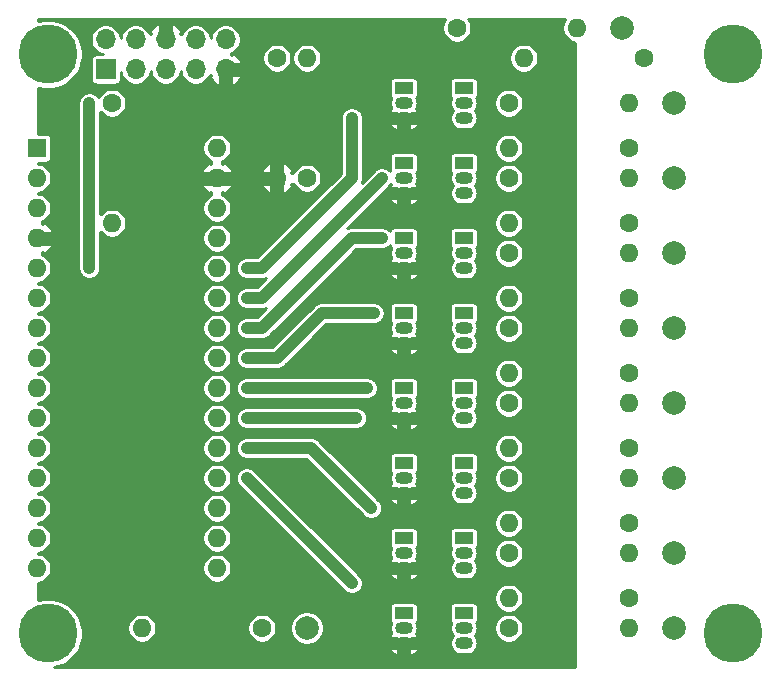
<source format=gtl>
G04 #@! TF.GenerationSoftware,KiCad,Pcbnew,5.1.5-52549c5~84~ubuntu19.10.1*
G04 #@! TF.CreationDate,2020-03-08T12:02:41+01:00*
G04 #@! TF.ProjectId,touchcircuit,746f7563-6863-4697-9263-7569742e6b69,rev?*
G04 #@! TF.SameCoordinates,Original*
G04 #@! TF.FileFunction,Copper,L1,Top*
G04 #@! TF.FilePolarity,Positive*
%FSLAX46Y46*%
G04 Gerber Fmt 4.6, Leading zero omitted, Abs format (unit mm)*
G04 Created by KiCad (PCBNEW 5.1.5-52549c5~84~ubuntu19.10.1) date 2020-03-08 12:02:41*
%MOMM*%
%LPD*%
G04 APERTURE LIST*
%ADD10R,1.600000X1.600000*%
%ADD11O,1.600000X1.600000*%
%ADD12C,2.000000*%
%ADD13R,1.700000X1.700000*%
%ADD14O,1.700000X1.700000*%
%ADD15R,1.500000X1.050000*%
%ADD16O,1.500000X1.050000*%
%ADD17C,1.600000*%
%ADD18C,5.000000*%
%ADD19C,1.000000*%
%ADD20C,1.000000*%
%ADD21C,0.254000*%
G04 APERTURE END LIST*
D10*
X15240000Y-24130000D03*
D11*
X30480000Y-57150000D03*
X15240000Y-26670000D03*
X30480000Y-54610000D03*
X15240000Y-29210000D03*
X30480000Y-52070000D03*
X15240000Y-31750000D03*
X30480000Y-49530000D03*
X15240000Y-34290000D03*
X30480000Y-46990000D03*
X15240000Y-36830000D03*
X30480000Y-44450000D03*
X15240000Y-39370000D03*
X30480000Y-41910000D03*
X15240000Y-41910000D03*
X30480000Y-39370000D03*
X15240000Y-44450000D03*
X30480000Y-36830000D03*
X15240000Y-46990000D03*
X30480000Y-34290000D03*
X15240000Y-49530000D03*
X30480000Y-31750000D03*
X15240000Y-52070000D03*
X30480000Y-29210000D03*
X15240000Y-54610000D03*
X30480000Y-26670000D03*
X15240000Y-57150000D03*
X30480000Y-24130000D03*
X15240000Y-59690000D03*
X30480000Y-59690000D03*
D12*
X69162575Y-64770000D03*
X69162575Y-58420000D03*
X69162575Y-52070000D03*
X69162575Y-45720000D03*
X69162575Y-39370000D03*
X69162575Y-33020000D03*
X69162575Y-26670000D03*
X69162575Y-20320000D03*
X64770000Y-13970000D03*
D13*
X21070000Y-17470000D03*
D14*
X21070000Y-14930000D03*
X23610000Y-17470000D03*
X23610000Y-14930000D03*
X26150000Y-17470000D03*
X26150000Y-14930000D03*
X28690000Y-17470000D03*
X28690000Y-14930000D03*
X31230000Y-17470000D03*
X31230000Y-14930000D03*
D15*
X51382575Y-63500000D03*
D16*
X51382575Y-66040000D03*
X51382575Y-64770000D03*
X51382575Y-58420000D03*
X51382575Y-59690000D03*
D15*
X51382575Y-57150000D03*
X51382575Y-50800000D03*
D16*
X51382575Y-53340000D03*
X51382575Y-52070000D03*
D15*
X51382575Y-44450000D03*
D16*
X51382575Y-46990000D03*
X51382575Y-45720000D03*
D15*
X51382575Y-38100000D03*
D16*
X51382575Y-40640000D03*
X51382575Y-39370000D03*
D15*
X51382575Y-31750000D03*
D16*
X51382575Y-34290000D03*
X51382575Y-33020000D03*
D15*
X51382575Y-25400000D03*
D16*
X51382575Y-27940000D03*
X51382575Y-26670000D03*
D15*
X51382575Y-19050000D03*
D16*
X51382575Y-21590000D03*
X51382575Y-20320000D03*
D15*
X46302575Y-63500000D03*
D16*
X46302575Y-66040000D03*
X46302575Y-64770000D03*
X46302575Y-58420000D03*
X46302575Y-59690000D03*
D15*
X46302575Y-57150000D03*
D16*
X46302575Y-52070000D03*
X46302575Y-53340000D03*
D15*
X46302575Y-50800000D03*
D16*
X46302575Y-45720000D03*
X46302575Y-46990000D03*
D15*
X46302575Y-44450000D03*
D16*
X46302575Y-39370000D03*
X46302575Y-40640000D03*
D15*
X46302575Y-38100000D03*
D16*
X46302575Y-33020000D03*
X46302575Y-34290000D03*
D15*
X46302575Y-31750000D03*
D16*
X46302575Y-26670000D03*
X46302575Y-27940000D03*
D15*
X46302575Y-25400000D03*
D16*
X46302575Y-20320000D03*
X46302575Y-21590000D03*
D15*
X46302575Y-19050000D03*
D17*
X38100000Y-26670000D03*
D11*
X38100000Y-16510000D03*
X35560000Y-26670000D03*
D17*
X35560000Y-16510000D03*
X50800000Y-13970000D03*
D11*
X60960000Y-13970000D03*
X21590000Y-30480000D03*
D17*
X21590000Y-20320000D03*
D11*
X65352575Y-64770000D03*
D17*
X55192575Y-64770000D03*
D11*
X65352575Y-58420000D03*
D17*
X55192575Y-58420000D03*
D11*
X65352575Y-52070000D03*
D17*
X55192575Y-52070000D03*
X55192575Y-45720000D03*
D11*
X65352575Y-45720000D03*
D17*
X55192575Y-39370000D03*
D11*
X65352575Y-39370000D03*
D17*
X55192575Y-33020000D03*
D11*
X65352575Y-33020000D03*
D17*
X55192575Y-26670000D03*
D11*
X65352575Y-26670000D03*
D17*
X55192575Y-20320000D03*
D11*
X65352575Y-20320000D03*
X55192575Y-62230000D03*
D17*
X65352575Y-62230000D03*
X65352575Y-55880000D03*
D11*
X55192575Y-55880000D03*
X55192575Y-49530000D03*
D17*
X65352575Y-49530000D03*
X65352575Y-43180000D03*
D11*
X55192575Y-43180000D03*
X55192575Y-36830000D03*
D17*
X65352575Y-36830000D03*
X65352575Y-30480000D03*
D11*
X55192575Y-30480000D03*
X55192575Y-24130000D03*
D17*
X65352575Y-24130000D03*
X66622575Y-16510000D03*
D11*
X56462575Y-16510000D03*
D12*
X38100000Y-64770000D03*
D17*
X34290000Y-64770000D03*
D11*
X24130000Y-64770000D03*
D18*
X16200000Y-65200000D03*
X16200000Y-16200000D03*
X74200000Y-16200000D03*
X74200000Y-65200000D03*
D19*
X41910000Y-60960000D03*
X33020000Y-52070000D03*
X57785000Y-29210000D03*
X57785000Y-22860000D03*
X57785000Y-18415000D03*
X33655000Y-17780000D03*
X33655000Y-26670000D03*
X57785000Y-35560000D03*
X57785000Y-41910000D03*
X57785000Y-48260000D03*
X57785000Y-54610000D03*
X57785000Y-60960000D03*
X57785000Y-66675000D03*
X33020000Y-49530000D03*
X43537575Y-54610000D03*
X42267575Y-46990000D03*
X33020000Y-46990000D03*
X33020000Y-44450000D03*
X43180000Y-44450000D03*
X43762575Y-38100000D03*
X33020000Y-41910000D03*
X44450000Y-31750000D03*
X33020000Y-39370000D03*
X33020000Y-36830000D03*
X44450000Y-26670000D03*
X41910000Y-21590000D03*
X33020000Y-34290000D03*
X19685000Y-20320000D03*
X19685000Y-34290000D03*
D20*
X41910000Y-60960000D02*
X33020000Y-52070000D01*
X33655000Y-17780000D02*
X33655000Y-26670000D01*
X38457575Y-49530000D02*
X43537575Y-54610000D01*
X33020000Y-49530000D02*
X38457575Y-49530000D01*
X42267575Y-46990000D02*
X33020000Y-46990000D01*
X33020000Y-44450000D02*
X43180000Y-44450000D01*
X43762575Y-38100000D02*
X39370000Y-38100000D01*
X39370000Y-38100000D02*
X35560000Y-41910000D01*
X35560000Y-41910000D02*
X33020000Y-41910000D01*
X44450000Y-31750000D02*
X41910000Y-31750000D01*
X41910000Y-31750000D02*
X34290000Y-39370000D01*
X34290000Y-39370000D02*
X33020000Y-39370000D01*
X33020000Y-36830000D02*
X34290000Y-36830000D01*
X34290000Y-36830000D02*
X44450000Y-26670000D01*
X41910000Y-21590000D02*
X41910000Y-26350002D01*
X41910000Y-26350002D02*
X41910000Y-26670000D01*
X41910000Y-26670000D02*
X34290000Y-34290000D01*
X34290000Y-34290000D02*
X33020000Y-34290000D01*
X19685000Y-20320000D02*
X19685000Y-34290000D01*
D21*
G36*
X49712647Y-13388798D02*
G01*
X49620153Y-13612097D01*
X49573000Y-13849151D01*
X49573000Y-14090849D01*
X49620153Y-14327903D01*
X49712647Y-14551202D01*
X49846927Y-14752167D01*
X50017833Y-14923073D01*
X50218798Y-15057353D01*
X50442097Y-15149847D01*
X50679151Y-15197000D01*
X50920849Y-15197000D01*
X51157903Y-15149847D01*
X51381202Y-15057353D01*
X51582167Y-14923073D01*
X51753073Y-14752167D01*
X51887353Y-14551202D01*
X51979847Y-14327903D01*
X52027000Y-14090849D01*
X52027000Y-13849151D01*
X51979847Y-13612097D01*
X51887353Y-13388798D01*
X51762539Y-13202000D01*
X59997461Y-13202000D01*
X59872647Y-13388798D01*
X59780153Y-13612097D01*
X59733000Y-13849151D01*
X59733000Y-14090849D01*
X59780153Y-14327903D01*
X59872647Y-14551202D01*
X60006927Y-14752167D01*
X60177833Y-14923073D01*
X60378798Y-15057353D01*
X60602097Y-15149847D01*
X60833000Y-15195776D01*
X60833000Y-68078000D01*
X16734626Y-68078000D01*
X17053775Y-68014518D01*
X17586455Y-67793874D01*
X18065854Y-67473550D01*
X18473550Y-67065854D01*
X18782452Y-66603549D01*
X45063666Y-66603549D01*
X45143150Y-66685505D01*
X45287036Y-66855399D01*
X45461302Y-66993958D01*
X45659252Y-67095857D01*
X45829575Y-66989548D01*
X45829575Y-66438000D01*
X46775575Y-66438000D01*
X46775575Y-66989548D01*
X46945898Y-67095857D01*
X47143848Y-66993958D01*
X47318114Y-66855399D01*
X47462000Y-66685505D01*
X47541484Y-66603549D01*
X47446323Y-66438000D01*
X46775575Y-66438000D01*
X45829575Y-66438000D01*
X45158827Y-66438000D01*
X45063666Y-66603549D01*
X18782452Y-66603549D01*
X18793874Y-66586455D01*
X19014518Y-66053775D01*
X19127000Y-65488284D01*
X19127000Y-64911716D01*
X19074774Y-64649151D01*
X22903000Y-64649151D01*
X22903000Y-64890849D01*
X22950153Y-65127903D01*
X23042647Y-65351202D01*
X23176927Y-65552167D01*
X23347833Y-65723073D01*
X23548798Y-65857353D01*
X23772097Y-65949847D01*
X24009151Y-65997000D01*
X24250849Y-65997000D01*
X24487903Y-65949847D01*
X24711202Y-65857353D01*
X24912167Y-65723073D01*
X25083073Y-65552167D01*
X25217353Y-65351202D01*
X25309847Y-65127903D01*
X25357000Y-64890849D01*
X25357000Y-64649151D01*
X33063000Y-64649151D01*
X33063000Y-64890849D01*
X33110153Y-65127903D01*
X33202647Y-65351202D01*
X33336927Y-65552167D01*
X33507833Y-65723073D01*
X33708798Y-65857353D01*
X33932097Y-65949847D01*
X34169151Y-65997000D01*
X34410849Y-65997000D01*
X34647903Y-65949847D01*
X34871202Y-65857353D01*
X35072167Y-65723073D01*
X35243073Y-65552167D01*
X35377353Y-65351202D01*
X35469847Y-65127903D01*
X35517000Y-64890849D01*
X35517000Y-64649151D01*
X35513082Y-64629453D01*
X36673000Y-64629453D01*
X36673000Y-64910547D01*
X36727838Y-65186241D01*
X36835409Y-65445938D01*
X36991576Y-65679660D01*
X37190340Y-65878424D01*
X37424062Y-66034591D01*
X37683759Y-66142162D01*
X37959453Y-66197000D01*
X38240547Y-66197000D01*
X38516241Y-66142162D01*
X38775938Y-66034591D01*
X39009660Y-65878424D01*
X39208424Y-65679660D01*
X39344203Y-65476451D01*
X45063666Y-65476451D01*
X45158827Y-65642000D01*
X45689442Y-65642000D01*
X45711498Y-65653789D01*
X45890950Y-65708225D01*
X46030810Y-65722000D01*
X46574340Y-65722000D01*
X46714200Y-65708225D01*
X46893652Y-65653789D01*
X46915708Y-65642000D01*
X47446323Y-65642000D01*
X47541484Y-65476451D01*
X47462000Y-65394495D01*
X47346274Y-65257851D01*
X47411364Y-65136077D01*
X47465800Y-64956625D01*
X47484181Y-64770000D01*
X50200969Y-64770000D01*
X50219350Y-64956625D01*
X50273786Y-65136077D01*
X50362186Y-65301462D01*
X50447157Y-65405000D01*
X50362186Y-65508538D01*
X50273786Y-65673923D01*
X50219350Y-65853375D01*
X50200969Y-66040000D01*
X50219350Y-66226625D01*
X50273786Y-66406077D01*
X50362186Y-66571462D01*
X50481152Y-66716423D01*
X50626113Y-66835389D01*
X50791498Y-66923789D01*
X50970950Y-66978225D01*
X51110810Y-66992000D01*
X51654340Y-66992000D01*
X51794200Y-66978225D01*
X51973652Y-66923789D01*
X52139037Y-66835389D01*
X52283998Y-66716423D01*
X52402964Y-66571462D01*
X52491364Y-66406077D01*
X52545800Y-66226625D01*
X52564181Y-66040000D01*
X52545800Y-65853375D01*
X52491364Y-65673923D01*
X52402964Y-65508538D01*
X52317993Y-65405000D01*
X52402964Y-65301462D01*
X52491364Y-65136077D01*
X52545800Y-64956625D01*
X52564181Y-64770000D01*
X52552279Y-64649151D01*
X53965575Y-64649151D01*
X53965575Y-64890849D01*
X54012728Y-65127903D01*
X54105222Y-65351202D01*
X54239502Y-65552167D01*
X54410408Y-65723073D01*
X54611373Y-65857353D01*
X54834672Y-65949847D01*
X55071726Y-65997000D01*
X55313424Y-65997000D01*
X55550478Y-65949847D01*
X55773777Y-65857353D01*
X55974742Y-65723073D01*
X56145648Y-65552167D01*
X56279928Y-65351202D01*
X56372422Y-65127903D01*
X56419575Y-64890849D01*
X56419575Y-64649151D01*
X56372422Y-64412097D01*
X56279928Y-64188798D01*
X56145648Y-63987833D01*
X55974742Y-63816927D01*
X55773777Y-63682647D01*
X55550478Y-63590153D01*
X55313424Y-63543000D01*
X55071726Y-63543000D01*
X54834672Y-63590153D01*
X54611373Y-63682647D01*
X54410408Y-63816927D01*
X54239502Y-63987833D01*
X54105222Y-64188798D01*
X54012728Y-64412097D01*
X53965575Y-64649151D01*
X52552279Y-64649151D01*
X52545800Y-64583375D01*
X52491364Y-64403923D01*
X52445068Y-64317309D01*
X52489330Y-64263376D01*
X52528980Y-64189196D01*
X52553397Y-64108707D01*
X52561641Y-64025000D01*
X52561641Y-62975000D01*
X52553397Y-62891293D01*
X52528980Y-62810804D01*
X52489330Y-62736624D01*
X52435970Y-62671605D01*
X52370951Y-62618245D01*
X52296771Y-62578595D01*
X52216282Y-62554178D01*
X52132575Y-62545934D01*
X50632575Y-62545934D01*
X50548868Y-62554178D01*
X50468379Y-62578595D01*
X50394199Y-62618245D01*
X50329180Y-62671605D01*
X50275820Y-62736624D01*
X50236170Y-62810804D01*
X50211753Y-62891293D01*
X50203509Y-62975000D01*
X50203509Y-64025000D01*
X50211753Y-64108707D01*
X50236170Y-64189196D01*
X50275820Y-64263376D01*
X50320082Y-64317309D01*
X50273786Y-64403923D01*
X50219350Y-64583375D01*
X50200969Y-64770000D01*
X47484181Y-64770000D01*
X47465800Y-64583375D01*
X47411364Y-64403923D01*
X47365068Y-64317309D01*
X47409330Y-64263376D01*
X47448980Y-64189196D01*
X47473397Y-64108707D01*
X47481641Y-64025000D01*
X47481641Y-62975000D01*
X47473397Y-62891293D01*
X47448980Y-62810804D01*
X47409330Y-62736624D01*
X47355970Y-62671605D01*
X47290951Y-62618245D01*
X47216771Y-62578595D01*
X47136282Y-62554178D01*
X47052575Y-62545934D01*
X45552575Y-62545934D01*
X45468868Y-62554178D01*
X45388379Y-62578595D01*
X45314199Y-62618245D01*
X45249180Y-62671605D01*
X45195820Y-62736624D01*
X45156170Y-62810804D01*
X45131753Y-62891293D01*
X45123509Y-62975000D01*
X45123509Y-64025000D01*
X45131753Y-64108707D01*
X45156170Y-64189196D01*
X45195820Y-64263376D01*
X45240082Y-64317309D01*
X45193786Y-64403923D01*
X45139350Y-64583375D01*
X45120969Y-64770000D01*
X45139350Y-64956625D01*
X45193786Y-65136077D01*
X45258876Y-65257851D01*
X45143150Y-65394495D01*
X45063666Y-65476451D01*
X39344203Y-65476451D01*
X39364591Y-65445938D01*
X39472162Y-65186241D01*
X39527000Y-64910547D01*
X39527000Y-64629453D01*
X39472162Y-64353759D01*
X39364591Y-64094062D01*
X39208424Y-63860340D01*
X39009660Y-63661576D01*
X38775938Y-63505409D01*
X38516241Y-63397838D01*
X38240547Y-63343000D01*
X37959453Y-63343000D01*
X37683759Y-63397838D01*
X37424062Y-63505409D01*
X37190340Y-63661576D01*
X36991576Y-63860340D01*
X36835409Y-64094062D01*
X36727838Y-64353759D01*
X36673000Y-64629453D01*
X35513082Y-64629453D01*
X35469847Y-64412097D01*
X35377353Y-64188798D01*
X35243073Y-63987833D01*
X35072167Y-63816927D01*
X34871202Y-63682647D01*
X34647903Y-63590153D01*
X34410849Y-63543000D01*
X34169151Y-63543000D01*
X33932097Y-63590153D01*
X33708798Y-63682647D01*
X33507833Y-63816927D01*
X33336927Y-63987833D01*
X33202647Y-64188798D01*
X33110153Y-64412097D01*
X33063000Y-64649151D01*
X25357000Y-64649151D01*
X25309847Y-64412097D01*
X25217353Y-64188798D01*
X25083073Y-63987833D01*
X24912167Y-63816927D01*
X24711202Y-63682647D01*
X24487903Y-63590153D01*
X24250849Y-63543000D01*
X24009151Y-63543000D01*
X23772097Y-63590153D01*
X23548798Y-63682647D01*
X23347833Y-63816927D01*
X23176927Y-63987833D01*
X23042647Y-64188798D01*
X22950153Y-64412097D01*
X22903000Y-64649151D01*
X19074774Y-64649151D01*
X19014518Y-64346225D01*
X18793874Y-63813545D01*
X18473550Y-63334146D01*
X18065854Y-62926450D01*
X17586455Y-62606126D01*
X17053775Y-62385482D01*
X16488284Y-62273000D01*
X15911716Y-62273000D01*
X15367000Y-62381350D01*
X15367000Y-62109151D01*
X53965575Y-62109151D01*
X53965575Y-62350849D01*
X54012728Y-62587903D01*
X54105222Y-62811202D01*
X54239502Y-63012167D01*
X54410408Y-63183073D01*
X54611373Y-63317353D01*
X54834672Y-63409847D01*
X55071726Y-63457000D01*
X55313424Y-63457000D01*
X55550478Y-63409847D01*
X55773777Y-63317353D01*
X55974742Y-63183073D01*
X56145648Y-63012167D01*
X56279928Y-62811202D01*
X56372422Y-62587903D01*
X56419575Y-62350849D01*
X56419575Y-62109151D01*
X56372422Y-61872097D01*
X56279928Y-61648798D01*
X56145648Y-61447833D01*
X55974742Y-61276927D01*
X55773777Y-61142647D01*
X55550478Y-61050153D01*
X55313424Y-61003000D01*
X55071726Y-61003000D01*
X54834672Y-61050153D01*
X54611373Y-61142647D01*
X54410408Y-61276927D01*
X54239502Y-61447833D01*
X54105222Y-61648798D01*
X54012728Y-61872097D01*
X53965575Y-62109151D01*
X15367000Y-62109151D01*
X15367000Y-60915776D01*
X15597903Y-60869847D01*
X15821202Y-60777353D01*
X16022167Y-60643073D01*
X16193073Y-60472167D01*
X16327353Y-60271202D01*
X16419847Y-60047903D01*
X16467000Y-59810849D01*
X16467000Y-59569151D01*
X29253000Y-59569151D01*
X29253000Y-59810849D01*
X29300153Y-60047903D01*
X29392647Y-60271202D01*
X29526927Y-60472167D01*
X29697833Y-60643073D01*
X29898798Y-60777353D01*
X30122097Y-60869847D01*
X30359151Y-60917000D01*
X30600849Y-60917000D01*
X30837903Y-60869847D01*
X31061202Y-60777353D01*
X31262167Y-60643073D01*
X31433073Y-60472167D01*
X31567353Y-60271202D01*
X31659847Y-60047903D01*
X31707000Y-59810849D01*
X31707000Y-59569151D01*
X31659847Y-59332097D01*
X31567353Y-59108798D01*
X31433073Y-58907833D01*
X31262167Y-58736927D01*
X31061202Y-58602647D01*
X30837903Y-58510153D01*
X30600849Y-58463000D01*
X30359151Y-58463000D01*
X30122097Y-58510153D01*
X29898798Y-58602647D01*
X29697833Y-58736927D01*
X29526927Y-58907833D01*
X29392647Y-59108798D01*
X29300153Y-59332097D01*
X29253000Y-59569151D01*
X16467000Y-59569151D01*
X16419847Y-59332097D01*
X16327353Y-59108798D01*
X16193073Y-58907833D01*
X16022167Y-58736927D01*
X15821202Y-58602647D01*
X15597903Y-58510153D01*
X15367000Y-58464224D01*
X15367000Y-58375776D01*
X15597903Y-58329847D01*
X15821202Y-58237353D01*
X16022167Y-58103073D01*
X16193073Y-57932167D01*
X16327353Y-57731202D01*
X16419847Y-57507903D01*
X16467000Y-57270849D01*
X16467000Y-57029151D01*
X29253000Y-57029151D01*
X29253000Y-57270849D01*
X29300153Y-57507903D01*
X29392647Y-57731202D01*
X29526927Y-57932167D01*
X29697833Y-58103073D01*
X29898798Y-58237353D01*
X30122097Y-58329847D01*
X30359151Y-58377000D01*
X30600849Y-58377000D01*
X30837903Y-58329847D01*
X31061202Y-58237353D01*
X31262167Y-58103073D01*
X31433073Y-57932167D01*
X31567353Y-57731202D01*
X31659847Y-57507903D01*
X31707000Y-57270849D01*
X31707000Y-57029151D01*
X31659847Y-56792097D01*
X31567353Y-56568798D01*
X31433073Y-56367833D01*
X31262167Y-56196927D01*
X31061202Y-56062647D01*
X30837903Y-55970153D01*
X30600849Y-55923000D01*
X30359151Y-55923000D01*
X30122097Y-55970153D01*
X29898798Y-56062647D01*
X29697833Y-56196927D01*
X29526927Y-56367833D01*
X29392647Y-56568798D01*
X29300153Y-56792097D01*
X29253000Y-57029151D01*
X16467000Y-57029151D01*
X16419847Y-56792097D01*
X16327353Y-56568798D01*
X16193073Y-56367833D01*
X16022167Y-56196927D01*
X15821202Y-56062647D01*
X15597903Y-55970153D01*
X15367000Y-55924224D01*
X15367000Y-55835776D01*
X15597903Y-55789847D01*
X15821202Y-55697353D01*
X16022167Y-55563073D01*
X16193073Y-55392167D01*
X16327353Y-55191202D01*
X16419847Y-54967903D01*
X16467000Y-54730849D01*
X16467000Y-54489151D01*
X29253000Y-54489151D01*
X29253000Y-54730849D01*
X29300153Y-54967903D01*
X29392647Y-55191202D01*
X29526927Y-55392167D01*
X29697833Y-55563073D01*
X29898798Y-55697353D01*
X30122097Y-55789847D01*
X30359151Y-55837000D01*
X30600849Y-55837000D01*
X30837903Y-55789847D01*
X31061202Y-55697353D01*
X31262167Y-55563073D01*
X31433073Y-55392167D01*
X31567353Y-55191202D01*
X31659847Y-54967903D01*
X31707000Y-54730849D01*
X31707000Y-54489151D01*
X31659847Y-54252097D01*
X31567353Y-54028798D01*
X31433073Y-53827833D01*
X31262167Y-53656927D01*
X31061202Y-53522647D01*
X30837903Y-53430153D01*
X30600849Y-53383000D01*
X30359151Y-53383000D01*
X30122097Y-53430153D01*
X29898798Y-53522647D01*
X29697833Y-53656927D01*
X29526927Y-53827833D01*
X29392647Y-54028798D01*
X29300153Y-54252097D01*
X29253000Y-54489151D01*
X16467000Y-54489151D01*
X16419847Y-54252097D01*
X16327353Y-54028798D01*
X16193073Y-53827833D01*
X16022167Y-53656927D01*
X15821202Y-53522647D01*
X15597903Y-53430153D01*
X15367000Y-53384224D01*
X15367000Y-53295776D01*
X15597903Y-53249847D01*
X15821202Y-53157353D01*
X16022167Y-53023073D01*
X16193073Y-52852167D01*
X16327353Y-52651202D01*
X16419847Y-52427903D01*
X16467000Y-52190849D01*
X16467000Y-51949151D01*
X29253000Y-51949151D01*
X29253000Y-52190849D01*
X29300153Y-52427903D01*
X29392647Y-52651202D01*
X29526927Y-52852167D01*
X29697833Y-53023073D01*
X29898798Y-53157353D01*
X30122097Y-53249847D01*
X30359151Y-53297000D01*
X30600849Y-53297000D01*
X30837903Y-53249847D01*
X31061202Y-53157353D01*
X31262167Y-53023073D01*
X31433073Y-52852167D01*
X31567353Y-52651202D01*
X31659847Y-52427903D01*
X31707000Y-52190849D01*
X31707000Y-52070000D01*
X32088516Y-52070000D01*
X32093000Y-52115527D01*
X32093000Y-52161301D01*
X32101930Y-52206195D01*
X32106414Y-52251723D01*
X32119694Y-52295503D01*
X32128624Y-52340396D01*
X32146139Y-52382679D01*
X32159420Y-52426463D01*
X32180991Y-52466819D01*
X32198504Y-52509099D01*
X32223929Y-52547151D01*
X32245499Y-52587505D01*
X32274524Y-52622873D01*
X32299952Y-52660928D01*
X32429072Y-52790048D01*
X32429075Y-52790050D01*
X41189952Y-61550928D01*
X41319072Y-61680048D01*
X41357121Y-61705471D01*
X41392495Y-61734502D01*
X41432856Y-61756075D01*
X41470901Y-61781496D01*
X41513175Y-61799007D01*
X41553536Y-61820580D01*
X41597323Y-61833863D01*
X41639604Y-61851376D01*
X41684494Y-61860305D01*
X41728276Y-61873586D01*
X41773806Y-61878070D01*
X41818699Y-61887000D01*
X41864473Y-61887000D01*
X41910000Y-61891484D01*
X41955527Y-61887000D01*
X42001301Y-61887000D01*
X42046195Y-61878070D01*
X42091723Y-61873586D01*
X42135503Y-61860306D01*
X42180396Y-61851376D01*
X42222677Y-61833862D01*
X42266464Y-61820580D01*
X42306825Y-61799007D01*
X42349099Y-61781496D01*
X42387144Y-61756075D01*
X42427505Y-61734502D01*
X42462878Y-61705472D01*
X42500928Y-61680048D01*
X42533291Y-61647685D01*
X42568659Y-61618659D01*
X42597685Y-61583291D01*
X42630048Y-61550928D01*
X42655472Y-61512878D01*
X42684502Y-61477505D01*
X42706075Y-61437144D01*
X42731496Y-61399099D01*
X42749007Y-61356825D01*
X42770580Y-61316464D01*
X42783862Y-61272677D01*
X42801376Y-61230396D01*
X42810306Y-61185503D01*
X42823586Y-61141723D01*
X42828070Y-61096195D01*
X42837000Y-61051301D01*
X42837000Y-61005527D01*
X42841484Y-60960000D01*
X42837000Y-60914473D01*
X42837000Y-60868699D01*
X42828070Y-60823806D01*
X42823586Y-60778276D01*
X42810305Y-60734494D01*
X42801376Y-60689604D01*
X42783863Y-60647323D01*
X42770580Y-60603536D01*
X42749007Y-60563175D01*
X42731496Y-60520901D01*
X42706075Y-60482856D01*
X42684502Y-60442495D01*
X42655471Y-60407121D01*
X42630048Y-60369072D01*
X42514525Y-60253549D01*
X45063666Y-60253549D01*
X45143150Y-60335505D01*
X45287036Y-60505399D01*
X45461302Y-60643958D01*
X45659252Y-60745857D01*
X45829575Y-60639548D01*
X45829575Y-60088000D01*
X46775575Y-60088000D01*
X46775575Y-60639548D01*
X46945898Y-60745857D01*
X47143848Y-60643958D01*
X47318114Y-60505399D01*
X47462000Y-60335505D01*
X47541484Y-60253549D01*
X47446323Y-60088000D01*
X46775575Y-60088000D01*
X45829575Y-60088000D01*
X45158827Y-60088000D01*
X45063666Y-60253549D01*
X42514525Y-60253549D01*
X42500928Y-60239952D01*
X41387427Y-59126451D01*
X45063666Y-59126451D01*
X45158827Y-59292000D01*
X45689442Y-59292000D01*
X45711498Y-59303789D01*
X45890950Y-59358225D01*
X46030810Y-59372000D01*
X46574340Y-59372000D01*
X46714200Y-59358225D01*
X46893652Y-59303789D01*
X46915708Y-59292000D01*
X47446323Y-59292000D01*
X47541484Y-59126451D01*
X47462000Y-59044495D01*
X47346274Y-58907851D01*
X47411364Y-58786077D01*
X47465800Y-58606625D01*
X47484181Y-58420000D01*
X50200969Y-58420000D01*
X50219350Y-58606625D01*
X50273786Y-58786077D01*
X50362186Y-58951462D01*
X50447157Y-59055000D01*
X50362186Y-59158538D01*
X50273786Y-59323923D01*
X50219350Y-59503375D01*
X50200969Y-59690000D01*
X50219350Y-59876625D01*
X50273786Y-60056077D01*
X50362186Y-60221462D01*
X50481152Y-60366423D01*
X50626113Y-60485389D01*
X50791498Y-60573789D01*
X50970950Y-60628225D01*
X51110810Y-60642000D01*
X51654340Y-60642000D01*
X51794200Y-60628225D01*
X51973652Y-60573789D01*
X52139037Y-60485389D01*
X52283998Y-60366423D01*
X52402964Y-60221462D01*
X52491364Y-60056077D01*
X52545800Y-59876625D01*
X52564181Y-59690000D01*
X52545800Y-59503375D01*
X52491364Y-59323923D01*
X52402964Y-59158538D01*
X52317993Y-59055000D01*
X52402964Y-58951462D01*
X52491364Y-58786077D01*
X52545800Y-58606625D01*
X52564181Y-58420000D01*
X52552279Y-58299151D01*
X53965575Y-58299151D01*
X53965575Y-58540849D01*
X54012728Y-58777903D01*
X54105222Y-59001202D01*
X54239502Y-59202167D01*
X54410408Y-59373073D01*
X54611373Y-59507353D01*
X54834672Y-59599847D01*
X55071726Y-59647000D01*
X55313424Y-59647000D01*
X55550478Y-59599847D01*
X55773777Y-59507353D01*
X55974742Y-59373073D01*
X56145648Y-59202167D01*
X56279928Y-59001202D01*
X56372422Y-58777903D01*
X56419575Y-58540849D01*
X56419575Y-58299151D01*
X56372422Y-58062097D01*
X56279928Y-57838798D01*
X56145648Y-57637833D01*
X55974742Y-57466927D01*
X55773777Y-57332647D01*
X55550478Y-57240153D01*
X55313424Y-57193000D01*
X55071726Y-57193000D01*
X54834672Y-57240153D01*
X54611373Y-57332647D01*
X54410408Y-57466927D01*
X54239502Y-57637833D01*
X54105222Y-57838798D01*
X54012728Y-58062097D01*
X53965575Y-58299151D01*
X52552279Y-58299151D01*
X52545800Y-58233375D01*
X52491364Y-58053923D01*
X52445068Y-57967309D01*
X52489330Y-57913376D01*
X52528980Y-57839196D01*
X52553397Y-57758707D01*
X52561641Y-57675000D01*
X52561641Y-56625000D01*
X52553397Y-56541293D01*
X52528980Y-56460804D01*
X52489330Y-56386624D01*
X52435970Y-56321605D01*
X52370951Y-56268245D01*
X52296771Y-56228595D01*
X52216282Y-56204178D01*
X52132575Y-56195934D01*
X50632575Y-56195934D01*
X50548868Y-56204178D01*
X50468379Y-56228595D01*
X50394199Y-56268245D01*
X50329180Y-56321605D01*
X50275820Y-56386624D01*
X50236170Y-56460804D01*
X50211753Y-56541293D01*
X50203509Y-56625000D01*
X50203509Y-57675000D01*
X50211753Y-57758707D01*
X50236170Y-57839196D01*
X50275820Y-57913376D01*
X50320082Y-57967309D01*
X50273786Y-58053923D01*
X50219350Y-58233375D01*
X50200969Y-58420000D01*
X47484181Y-58420000D01*
X47465800Y-58233375D01*
X47411364Y-58053923D01*
X47365068Y-57967309D01*
X47409330Y-57913376D01*
X47448980Y-57839196D01*
X47473397Y-57758707D01*
X47481641Y-57675000D01*
X47481641Y-56625000D01*
X47473397Y-56541293D01*
X47448980Y-56460804D01*
X47409330Y-56386624D01*
X47355970Y-56321605D01*
X47290951Y-56268245D01*
X47216771Y-56228595D01*
X47136282Y-56204178D01*
X47052575Y-56195934D01*
X45552575Y-56195934D01*
X45468868Y-56204178D01*
X45388379Y-56228595D01*
X45314199Y-56268245D01*
X45249180Y-56321605D01*
X45195820Y-56386624D01*
X45156170Y-56460804D01*
X45131753Y-56541293D01*
X45123509Y-56625000D01*
X45123509Y-57675000D01*
X45131753Y-57758707D01*
X45156170Y-57839196D01*
X45195820Y-57913376D01*
X45240082Y-57967309D01*
X45193786Y-58053923D01*
X45139350Y-58233375D01*
X45120969Y-58420000D01*
X45139350Y-58606625D01*
X45193786Y-58786077D01*
X45258876Y-58907851D01*
X45143150Y-59044495D01*
X45063666Y-59126451D01*
X41387427Y-59126451D01*
X38020127Y-55759151D01*
X53965575Y-55759151D01*
X53965575Y-56000849D01*
X54012728Y-56237903D01*
X54105222Y-56461202D01*
X54239502Y-56662167D01*
X54410408Y-56833073D01*
X54611373Y-56967353D01*
X54834672Y-57059847D01*
X55071726Y-57107000D01*
X55313424Y-57107000D01*
X55550478Y-57059847D01*
X55773777Y-56967353D01*
X55974742Y-56833073D01*
X56145648Y-56662167D01*
X56279928Y-56461202D01*
X56372422Y-56237903D01*
X56419575Y-56000849D01*
X56419575Y-55759151D01*
X56372422Y-55522097D01*
X56279928Y-55298798D01*
X56145648Y-55097833D01*
X55974742Y-54926927D01*
X55773777Y-54792647D01*
X55550478Y-54700153D01*
X55313424Y-54653000D01*
X55071726Y-54653000D01*
X54834672Y-54700153D01*
X54611373Y-54792647D01*
X54410408Y-54926927D01*
X54239502Y-55097833D01*
X54105222Y-55298798D01*
X54012728Y-55522097D01*
X53965575Y-55759151D01*
X38020127Y-55759151D01*
X33740050Y-51479075D01*
X33740048Y-51479072D01*
X33610928Y-51349952D01*
X33572873Y-51324524D01*
X33537505Y-51295499D01*
X33497151Y-51273929D01*
X33459099Y-51248504D01*
X33416819Y-51230991D01*
X33376463Y-51209420D01*
X33332679Y-51196139D01*
X33290396Y-51178624D01*
X33245503Y-51169694D01*
X33201723Y-51156414D01*
X33156195Y-51151930D01*
X33111301Y-51143000D01*
X33065527Y-51143000D01*
X33020000Y-51138516D01*
X32974473Y-51143000D01*
X32928699Y-51143000D01*
X32883805Y-51151930D01*
X32838277Y-51156414D01*
X32794497Y-51169694D01*
X32749604Y-51178624D01*
X32707321Y-51196139D01*
X32663537Y-51209420D01*
X32623181Y-51230991D01*
X32580901Y-51248504D01*
X32542849Y-51273929D01*
X32502495Y-51295499D01*
X32467127Y-51324524D01*
X32429072Y-51349952D01*
X32396708Y-51382316D01*
X32361341Y-51411341D01*
X32332316Y-51446708D01*
X32299952Y-51479072D01*
X32274524Y-51517127D01*
X32245499Y-51552495D01*
X32223929Y-51592849D01*
X32198504Y-51630901D01*
X32180991Y-51673181D01*
X32159420Y-51713537D01*
X32146139Y-51757321D01*
X32128624Y-51799604D01*
X32119694Y-51844497D01*
X32106414Y-51888277D01*
X32101930Y-51933805D01*
X32093000Y-51978699D01*
X32093000Y-52024473D01*
X32088516Y-52070000D01*
X31707000Y-52070000D01*
X31707000Y-51949151D01*
X31659847Y-51712097D01*
X31567353Y-51488798D01*
X31433073Y-51287833D01*
X31262167Y-51116927D01*
X31061202Y-50982647D01*
X30837903Y-50890153D01*
X30600849Y-50843000D01*
X30359151Y-50843000D01*
X30122097Y-50890153D01*
X29898798Y-50982647D01*
X29697833Y-51116927D01*
X29526927Y-51287833D01*
X29392647Y-51488798D01*
X29300153Y-51712097D01*
X29253000Y-51949151D01*
X16467000Y-51949151D01*
X16419847Y-51712097D01*
X16327353Y-51488798D01*
X16193073Y-51287833D01*
X16022167Y-51116927D01*
X15821202Y-50982647D01*
X15597903Y-50890153D01*
X15367000Y-50844224D01*
X15367000Y-50755776D01*
X15597903Y-50709847D01*
X15821202Y-50617353D01*
X16022167Y-50483073D01*
X16193073Y-50312167D01*
X16327353Y-50111202D01*
X16419847Y-49887903D01*
X16467000Y-49650849D01*
X16467000Y-49409151D01*
X29253000Y-49409151D01*
X29253000Y-49650849D01*
X29300153Y-49887903D01*
X29392647Y-50111202D01*
X29526927Y-50312167D01*
X29697833Y-50483073D01*
X29898798Y-50617353D01*
X30122097Y-50709847D01*
X30359151Y-50757000D01*
X30600849Y-50757000D01*
X30837903Y-50709847D01*
X31061202Y-50617353D01*
X31262167Y-50483073D01*
X31433073Y-50312167D01*
X31567353Y-50111202D01*
X31659847Y-49887903D01*
X31707000Y-49650849D01*
X31707000Y-49530000D01*
X32088515Y-49530000D01*
X32093000Y-49575538D01*
X32093000Y-49621301D01*
X32101928Y-49666184D01*
X32106413Y-49711724D01*
X32119696Y-49755513D01*
X32128624Y-49800396D01*
X32146137Y-49842674D01*
X32159420Y-49886464D01*
X32180992Y-49926823D01*
X32198504Y-49969099D01*
X32223928Y-50007150D01*
X32245499Y-50047505D01*
X32274524Y-50082873D01*
X32299952Y-50120928D01*
X32332316Y-50153292D01*
X32361341Y-50188659D01*
X32396708Y-50217684D01*
X32429072Y-50250048D01*
X32467127Y-50275476D01*
X32502495Y-50304501D01*
X32542850Y-50326072D01*
X32580901Y-50351496D01*
X32623177Y-50369008D01*
X32663536Y-50390580D01*
X32707326Y-50403863D01*
X32749604Y-50421376D01*
X32794487Y-50430304D01*
X32838276Y-50443587D01*
X32883816Y-50448072D01*
X32928699Y-50457000D01*
X38073600Y-50457000D01*
X42817527Y-55200928D01*
X42946647Y-55330048D01*
X42984697Y-55355472D01*
X43020069Y-55384501D01*
X43060428Y-55406074D01*
X43098476Y-55431496D01*
X43140751Y-55449007D01*
X43181111Y-55470580D01*
X43224898Y-55483863D01*
X43267179Y-55501376D01*
X43312069Y-55510305D01*
X43355851Y-55523586D01*
X43401381Y-55528070D01*
X43446274Y-55537000D01*
X43492048Y-55537000D01*
X43537575Y-55541484D01*
X43583102Y-55537000D01*
X43628876Y-55537000D01*
X43673770Y-55528070D01*
X43719298Y-55523586D01*
X43763078Y-55510306D01*
X43807971Y-55501376D01*
X43850254Y-55483861D01*
X43894038Y-55470580D01*
X43934394Y-55449009D01*
X43976674Y-55431496D01*
X44014726Y-55406071D01*
X44055080Y-55384501D01*
X44090448Y-55355476D01*
X44128503Y-55330048D01*
X44160867Y-55297684D01*
X44196234Y-55268659D01*
X44225259Y-55233292D01*
X44257623Y-55200928D01*
X44283051Y-55162873D01*
X44312076Y-55127505D01*
X44333646Y-55087151D01*
X44359071Y-55049099D01*
X44376584Y-55006819D01*
X44398155Y-54966463D01*
X44411436Y-54922679D01*
X44428951Y-54880396D01*
X44437881Y-54835503D01*
X44451161Y-54791723D01*
X44455645Y-54746195D01*
X44464575Y-54701301D01*
X44464575Y-54655527D01*
X44469059Y-54610000D01*
X44464575Y-54564473D01*
X44464575Y-54518699D01*
X44455645Y-54473806D01*
X44451161Y-54428276D01*
X44437880Y-54384494D01*
X44428951Y-54339604D01*
X44411438Y-54297323D01*
X44398155Y-54253536D01*
X44376582Y-54213176D01*
X44359071Y-54170901D01*
X44333649Y-54132853D01*
X44312076Y-54092494D01*
X44283047Y-54057122D01*
X44257623Y-54019072D01*
X44142100Y-53903549D01*
X45063666Y-53903549D01*
X45143150Y-53985505D01*
X45287036Y-54155399D01*
X45461302Y-54293958D01*
X45659252Y-54395857D01*
X45829575Y-54289548D01*
X45829575Y-53738000D01*
X46775575Y-53738000D01*
X46775575Y-54289548D01*
X46945898Y-54395857D01*
X47143848Y-54293958D01*
X47318114Y-54155399D01*
X47462000Y-53985505D01*
X47541484Y-53903549D01*
X47446323Y-53738000D01*
X46775575Y-53738000D01*
X45829575Y-53738000D01*
X45158827Y-53738000D01*
X45063666Y-53903549D01*
X44142100Y-53903549D01*
X44128503Y-53889952D01*
X43015002Y-52776451D01*
X45063666Y-52776451D01*
X45158827Y-52942000D01*
X45689442Y-52942000D01*
X45711498Y-52953789D01*
X45890950Y-53008225D01*
X46030810Y-53022000D01*
X46574340Y-53022000D01*
X46714200Y-53008225D01*
X46893652Y-52953789D01*
X46915708Y-52942000D01*
X47446323Y-52942000D01*
X47541484Y-52776451D01*
X47462000Y-52694495D01*
X47346274Y-52557851D01*
X47411364Y-52436077D01*
X47465800Y-52256625D01*
X47484181Y-52070000D01*
X50200969Y-52070000D01*
X50219350Y-52256625D01*
X50273786Y-52436077D01*
X50362186Y-52601462D01*
X50447157Y-52705000D01*
X50362186Y-52808538D01*
X50273786Y-52973923D01*
X50219350Y-53153375D01*
X50200969Y-53340000D01*
X50219350Y-53526625D01*
X50273786Y-53706077D01*
X50362186Y-53871462D01*
X50481152Y-54016423D01*
X50626113Y-54135389D01*
X50791498Y-54223789D01*
X50970950Y-54278225D01*
X51110810Y-54292000D01*
X51654340Y-54292000D01*
X51794200Y-54278225D01*
X51973652Y-54223789D01*
X52139037Y-54135389D01*
X52283998Y-54016423D01*
X52402964Y-53871462D01*
X52491364Y-53706077D01*
X52545800Y-53526625D01*
X52564181Y-53340000D01*
X52545800Y-53153375D01*
X52491364Y-52973923D01*
X52402964Y-52808538D01*
X52317993Y-52705000D01*
X52402964Y-52601462D01*
X52491364Y-52436077D01*
X52545800Y-52256625D01*
X52564181Y-52070000D01*
X52552279Y-51949151D01*
X53965575Y-51949151D01*
X53965575Y-52190849D01*
X54012728Y-52427903D01*
X54105222Y-52651202D01*
X54239502Y-52852167D01*
X54410408Y-53023073D01*
X54611373Y-53157353D01*
X54834672Y-53249847D01*
X55071726Y-53297000D01*
X55313424Y-53297000D01*
X55550478Y-53249847D01*
X55773777Y-53157353D01*
X55974742Y-53023073D01*
X56145648Y-52852167D01*
X56279928Y-52651202D01*
X56372422Y-52427903D01*
X56419575Y-52190849D01*
X56419575Y-51949151D01*
X56372422Y-51712097D01*
X56279928Y-51488798D01*
X56145648Y-51287833D01*
X55974742Y-51116927D01*
X55773777Y-50982647D01*
X55550478Y-50890153D01*
X55313424Y-50843000D01*
X55071726Y-50843000D01*
X54834672Y-50890153D01*
X54611373Y-50982647D01*
X54410408Y-51116927D01*
X54239502Y-51287833D01*
X54105222Y-51488798D01*
X54012728Y-51712097D01*
X53965575Y-51949151D01*
X52552279Y-51949151D01*
X52545800Y-51883375D01*
X52491364Y-51703923D01*
X52445068Y-51617309D01*
X52489330Y-51563376D01*
X52528980Y-51489196D01*
X52553397Y-51408707D01*
X52561641Y-51325000D01*
X52561641Y-50275000D01*
X52553397Y-50191293D01*
X52528980Y-50110804D01*
X52489330Y-50036624D01*
X52435970Y-49971605D01*
X52370951Y-49918245D01*
X52296771Y-49878595D01*
X52216282Y-49854178D01*
X52132575Y-49845934D01*
X50632575Y-49845934D01*
X50548868Y-49854178D01*
X50468379Y-49878595D01*
X50394199Y-49918245D01*
X50329180Y-49971605D01*
X50275820Y-50036624D01*
X50236170Y-50110804D01*
X50211753Y-50191293D01*
X50203509Y-50275000D01*
X50203509Y-51325000D01*
X50211753Y-51408707D01*
X50236170Y-51489196D01*
X50275820Y-51563376D01*
X50320082Y-51617309D01*
X50273786Y-51703923D01*
X50219350Y-51883375D01*
X50200969Y-52070000D01*
X47484181Y-52070000D01*
X47465800Y-51883375D01*
X47411364Y-51703923D01*
X47365068Y-51617309D01*
X47409330Y-51563376D01*
X47448980Y-51489196D01*
X47473397Y-51408707D01*
X47481641Y-51325000D01*
X47481641Y-50275000D01*
X47473397Y-50191293D01*
X47448980Y-50110804D01*
X47409330Y-50036624D01*
X47355970Y-49971605D01*
X47290951Y-49918245D01*
X47216771Y-49878595D01*
X47136282Y-49854178D01*
X47052575Y-49845934D01*
X45552575Y-49845934D01*
X45468868Y-49854178D01*
X45388379Y-49878595D01*
X45314199Y-49918245D01*
X45249180Y-49971605D01*
X45195820Y-50036624D01*
X45156170Y-50110804D01*
X45131753Y-50191293D01*
X45123509Y-50275000D01*
X45123509Y-51325000D01*
X45131753Y-51408707D01*
X45156170Y-51489196D01*
X45195820Y-51563376D01*
X45240082Y-51617309D01*
X45193786Y-51703923D01*
X45139350Y-51883375D01*
X45120969Y-52070000D01*
X45139350Y-52256625D01*
X45193786Y-52436077D01*
X45258876Y-52557851D01*
X45143150Y-52694495D01*
X45063666Y-52776451D01*
X43015002Y-52776451D01*
X39647702Y-49409151D01*
X53965575Y-49409151D01*
X53965575Y-49650849D01*
X54012728Y-49887903D01*
X54105222Y-50111202D01*
X54239502Y-50312167D01*
X54410408Y-50483073D01*
X54611373Y-50617353D01*
X54834672Y-50709847D01*
X55071726Y-50757000D01*
X55313424Y-50757000D01*
X55550478Y-50709847D01*
X55773777Y-50617353D01*
X55974742Y-50483073D01*
X56145648Y-50312167D01*
X56279928Y-50111202D01*
X56372422Y-49887903D01*
X56419575Y-49650849D01*
X56419575Y-49409151D01*
X56372422Y-49172097D01*
X56279928Y-48948798D01*
X56145648Y-48747833D01*
X55974742Y-48576927D01*
X55773777Y-48442647D01*
X55550478Y-48350153D01*
X55313424Y-48303000D01*
X55071726Y-48303000D01*
X54834672Y-48350153D01*
X54611373Y-48442647D01*
X54410408Y-48576927D01*
X54239502Y-48747833D01*
X54105222Y-48948798D01*
X54012728Y-49172097D01*
X53965575Y-49409151D01*
X39647702Y-49409151D01*
X39145263Y-48906713D01*
X39116234Y-48871341D01*
X38975080Y-48755499D01*
X38814039Y-48669420D01*
X38639299Y-48616413D01*
X38503113Y-48603000D01*
X38503102Y-48603000D01*
X38457575Y-48598516D01*
X38412048Y-48603000D01*
X32928699Y-48603000D01*
X32883816Y-48611928D01*
X32838276Y-48616413D01*
X32794487Y-48629696D01*
X32749604Y-48638624D01*
X32707326Y-48656137D01*
X32663536Y-48669420D01*
X32623177Y-48690992D01*
X32580901Y-48708504D01*
X32542850Y-48733928D01*
X32502495Y-48755499D01*
X32467127Y-48784524D01*
X32429072Y-48809952D01*
X32396708Y-48842316D01*
X32361341Y-48871341D01*
X32332316Y-48906708D01*
X32299952Y-48939072D01*
X32274524Y-48977127D01*
X32245499Y-49012495D01*
X32223928Y-49052850D01*
X32198504Y-49090901D01*
X32180992Y-49133177D01*
X32159420Y-49173536D01*
X32146137Y-49217326D01*
X32128624Y-49259604D01*
X32119696Y-49304487D01*
X32106413Y-49348276D01*
X32101928Y-49393816D01*
X32093000Y-49438699D01*
X32093000Y-49484462D01*
X32088515Y-49530000D01*
X31707000Y-49530000D01*
X31707000Y-49409151D01*
X31659847Y-49172097D01*
X31567353Y-48948798D01*
X31433073Y-48747833D01*
X31262167Y-48576927D01*
X31061202Y-48442647D01*
X30837903Y-48350153D01*
X30600849Y-48303000D01*
X30359151Y-48303000D01*
X30122097Y-48350153D01*
X29898798Y-48442647D01*
X29697833Y-48576927D01*
X29526927Y-48747833D01*
X29392647Y-48948798D01*
X29300153Y-49172097D01*
X29253000Y-49409151D01*
X16467000Y-49409151D01*
X16419847Y-49172097D01*
X16327353Y-48948798D01*
X16193073Y-48747833D01*
X16022167Y-48576927D01*
X15821202Y-48442647D01*
X15597903Y-48350153D01*
X15367000Y-48304224D01*
X15367000Y-48215776D01*
X15597903Y-48169847D01*
X15821202Y-48077353D01*
X16022167Y-47943073D01*
X16193073Y-47772167D01*
X16327353Y-47571202D01*
X16419847Y-47347903D01*
X16467000Y-47110849D01*
X16467000Y-46869151D01*
X29253000Y-46869151D01*
X29253000Y-47110849D01*
X29300153Y-47347903D01*
X29392647Y-47571202D01*
X29526927Y-47772167D01*
X29697833Y-47943073D01*
X29898798Y-48077353D01*
X30122097Y-48169847D01*
X30359151Y-48217000D01*
X30600849Y-48217000D01*
X30837903Y-48169847D01*
X31061202Y-48077353D01*
X31262167Y-47943073D01*
X31433073Y-47772167D01*
X31567353Y-47571202D01*
X31659847Y-47347903D01*
X31707000Y-47110849D01*
X31707000Y-46990000D01*
X32088515Y-46990000D01*
X32093000Y-47035538D01*
X32093000Y-47081301D01*
X32101928Y-47126184D01*
X32106413Y-47171724D01*
X32119696Y-47215513D01*
X32128624Y-47260396D01*
X32146137Y-47302674D01*
X32159420Y-47346464D01*
X32180992Y-47386823D01*
X32198504Y-47429099D01*
X32223928Y-47467150D01*
X32245499Y-47507505D01*
X32274524Y-47542873D01*
X32299952Y-47580928D01*
X32332316Y-47613292D01*
X32361341Y-47648659D01*
X32396708Y-47677684D01*
X32429072Y-47710048D01*
X32467127Y-47735476D01*
X32502495Y-47764501D01*
X32542850Y-47786072D01*
X32580901Y-47811496D01*
X32623177Y-47829008D01*
X32663536Y-47850580D01*
X32707326Y-47863863D01*
X32749604Y-47881376D01*
X32794487Y-47890304D01*
X32838276Y-47903587D01*
X32883816Y-47908072D01*
X32928699Y-47917000D01*
X42358876Y-47917000D01*
X42403759Y-47908072D01*
X42449299Y-47903587D01*
X42493088Y-47890304D01*
X42537971Y-47881376D01*
X42580249Y-47863863D01*
X42624039Y-47850580D01*
X42664398Y-47829008D01*
X42706674Y-47811496D01*
X42744725Y-47786072D01*
X42785080Y-47764501D01*
X42820448Y-47735476D01*
X42858503Y-47710048D01*
X42890867Y-47677684D01*
X42926234Y-47648659D01*
X42955259Y-47613292D01*
X42987623Y-47580928D01*
X43005917Y-47553549D01*
X45063666Y-47553549D01*
X45143150Y-47635505D01*
X45287036Y-47805399D01*
X45461302Y-47943958D01*
X45659252Y-48045857D01*
X45829575Y-47939548D01*
X45829575Y-47388000D01*
X46775575Y-47388000D01*
X46775575Y-47939548D01*
X46945898Y-48045857D01*
X47143848Y-47943958D01*
X47318114Y-47805399D01*
X47462000Y-47635505D01*
X47541484Y-47553549D01*
X47446323Y-47388000D01*
X46775575Y-47388000D01*
X45829575Y-47388000D01*
X45158827Y-47388000D01*
X45063666Y-47553549D01*
X43005917Y-47553549D01*
X43013051Y-47542873D01*
X43042076Y-47507505D01*
X43063647Y-47467150D01*
X43089071Y-47429099D01*
X43106583Y-47386823D01*
X43128155Y-47346464D01*
X43141438Y-47302674D01*
X43158951Y-47260396D01*
X43167879Y-47215513D01*
X43181162Y-47171724D01*
X43185647Y-47126184D01*
X43194575Y-47081301D01*
X43194575Y-47035538D01*
X43199060Y-46990000D01*
X43194575Y-46944462D01*
X43194575Y-46898699D01*
X43185647Y-46853816D01*
X43181162Y-46808276D01*
X43167879Y-46764487D01*
X43158951Y-46719604D01*
X43141438Y-46677326D01*
X43128155Y-46633536D01*
X43106583Y-46593177D01*
X43089071Y-46550901D01*
X43063647Y-46512850D01*
X43042076Y-46472495D01*
X43013051Y-46437127D01*
X43005918Y-46426451D01*
X45063666Y-46426451D01*
X45158827Y-46592000D01*
X45689442Y-46592000D01*
X45711498Y-46603789D01*
X45890950Y-46658225D01*
X46030810Y-46672000D01*
X46574340Y-46672000D01*
X46714200Y-46658225D01*
X46893652Y-46603789D01*
X46915708Y-46592000D01*
X47446323Y-46592000D01*
X47541484Y-46426451D01*
X47462000Y-46344495D01*
X47346274Y-46207851D01*
X47411364Y-46086077D01*
X47465800Y-45906625D01*
X47484181Y-45720000D01*
X50200969Y-45720000D01*
X50219350Y-45906625D01*
X50273786Y-46086077D01*
X50362186Y-46251462D01*
X50447157Y-46355000D01*
X50362186Y-46458538D01*
X50273786Y-46623923D01*
X50219350Y-46803375D01*
X50200969Y-46990000D01*
X50219350Y-47176625D01*
X50273786Y-47356077D01*
X50362186Y-47521462D01*
X50481152Y-47666423D01*
X50626113Y-47785389D01*
X50791498Y-47873789D01*
X50970950Y-47928225D01*
X51110810Y-47942000D01*
X51654340Y-47942000D01*
X51794200Y-47928225D01*
X51973652Y-47873789D01*
X52139037Y-47785389D01*
X52283998Y-47666423D01*
X52402964Y-47521462D01*
X52491364Y-47356077D01*
X52545800Y-47176625D01*
X52564181Y-46990000D01*
X52545800Y-46803375D01*
X52491364Y-46623923D01*
X52402964Y-46458538D01*
X52317993Y-46355000D01*
X52402964Y-46251462D01*
X52491364Y-46086077D01*
X52545800Y-45906625D01*
X52564181Y-45720000D01*
X52552279Y-45599151D01*
X53965575Y-45599151D01*
X53965575Y-45840849D01*
X54012728Y-46077903D01*
X54105222Y-46301202D01*
X54239502Y-46502167D01*
X54410408Y-46673073D01*
X54611373Y-46807353D01*
X54834672Y-46899847D01*
X55071726Y-46947000D01*
X55313424Y-46947000D01*
X55550478Y-46899847D01*
X55773777Y-46807353D01*
X55974742Y-46673073D01*
X56145648Y-46502167D01*
X56279928Y-46301202D01*
X56372422Y-46077903D01*
X56419575Y-45840849D01*
X56419575Y-45599151D01*
X56372422Y-45362097D01*
X56279928Y-45138798D01*
X56145648Y-44937833D01*
X55974742Y-44766927D01*
X55773777Y-44632647D01*
X55550478Y-44540153D01*
X55313424Y-44493000D01*
X55071726Y-44493000D01*
X54834672Y-44540153D01*
X54611373Y-44632647D01*
X54410408Y-44766927D01*
X54239502Y-44937833D01*
X54105222Y-45138798D01*
X54012728Y-45362097D01*
X53965575Y-45599151D01*
X52552279Y-45599151D01*
X52545800Y-45533375D01*
X52491364Y-45353923D01*
X52445068Y-45267309D01*
X52489330Y-45213376D01*
X52528980Y-45139196D01*
X52553397Y-45058707D01*
X52561641Y-44975000D01*
X52561641Y-43925000D01*
X52553397Y-43841293D01*
X52528980Y-43760804D01*
X52489330Y-43686624D01*
X52435970Y-43621605D01*
X52370951Y-43568245D01*
X52296771Y-43528595D01*
X52216282Y-43504178D01*
X52132575Y-43495934D01*
X50632575Y-43495934D01*
X50548868Y-43504178D01*
X50468379Y-43528595D01*
X50394199Y-43568245D01*
X50329180Y-43621605D01*
X50275820Y-43686624D01*
X50236170Y-43760804D01*
X50211753Y-43841293D01*
X50203509Y-43925000D01*
X50203509Y-44975000D01*
X50211753Y-45058707D01*
X50236170Y-45139196D01*
X50275820Y-45213376D01*
X50320082Y-45267309D01*
X50273786Y-45353923D01*
X50219350Y-45533375D01*
X50200969Y-45720000D01*
X47484181Y-45720000D01*
X47465800Y-45533375D01*
X47411364Y-45353923D01*
X47365068Y-45267309D01*
X47409330Y-45213376D01*
X47448980Y-45139196D01*
X47473397Y-45058707D01*
X47481641Y-44975000D01*
X47481641Y-43925000D01*
X47473397Y-43841293D01*
X47448980Y-43760804D01*
X47409330Y-43686624D01*
X47355970Y-43621605D01*
X47290951Y-43568245D01*
X47216771Y-43528595D01*
X47136282Y-43504178D01*
X47052575Y-43495934D01*
X45552575Y-43495934D01*
X45468868Y-43504178D01*
X45388379Y-43528595D01*
X45314199Y-43568245D01*
X45249180Y-43621605D01*
X45195820Y-43686624D01*
X45156170Y-43760804D01*
X45131753Y-43841293D01*
X45123509Y-43925000D01*
X45123509Y-44975000D01*
X45131753Y-45058707D01*
X45156170Y-45139196D01*
X45195820Y-45213376D01*
X45240082Y-45267309D01*
X45193786Y-45353923D01*
X45139350Y-45533375D01*
X45120969Y-45720000D01*
X45139350Y-45906625D01*
X45193786Y-46086077D01*
X45258876Y-46207851D01*
X45143150Y-46344495D01*
X45063666Y-46426451D01*
X43005918Y-46426451D01*
X42987623Y-46399072D01*
X42955259Y-46366708D01*
X42926234Y-46331341D01*
X42890867Y-46302316D01*
X42858503Y-46269952D01*
X42820448Y-46244524D01*
X42785080Y-46215499D01*
X42744725Y-46193928D01*
X42706674Y-46168504D01*
X42664398Y-46150992D01*
X42624039Y-46129420D01*
X42580249Y-46116137D01*
X42537971Y-46098624D01*
X42493088Y-46089696D01*
X42449299Y-46076413D01*
X42403759Y-46071928D01*
X42358876Y-46063000D01*
X32928699Y-46063000D01*
X32883816Y-46071928D01*
X32838276Y-46076413D01*
X32794487Y-46089696D01*
X32749604Y-46098624D01*
X32707326Y-46116137D01*
X32663536Y-46129420D01*
X32623177Y-46150992D01*
X32580901Y-46168504D01*
X32542850Y-46193928D01*
X32502495Y-46215499D01*
X32467127Y-46244524D01*
X32429072Y-46269952D01*
X32396708Y-46302316D01*
X32361341Y-46331341D01*
X32332316Y-46366708D01*
X32299952Y-46399072D01*
X32274524Y-46437127D01*
X32245499Y-46472495D01*
X32223928Y-46512850D01*
X32198504Y-46550901D01*
X32180992Y-46593177D01*
X32159420Y-46633536D01*
X32146137Y-46677326D01*
X32128624Y-46719604D01*
X32119696Y-46764487D01*
X32106413Y-46808276D01*
X32101928Y-46853816D01*
X32093000Y-46898699D01*
X32093000Y-46944462D01*
X32088515Y-46990000D01*
X31707000Y-46990000D01*
X31707000Y-46869151D01*
X31659847Y-46632097D01*
X31567353Y-46408798D01*
X31433073Y-46207833D01*
X31262167Y-46036927D01*
X31061202Y-45902647D01*
X30837903Y-45810153D01*
X30600849Y-45763000D01*
X30359151Y-45763000D01*
X30122097Y-45810153D01*
X29898798Y-45902647D01*
X29697833Y-46036927D01*
X29526927Y-46207833D01*
X29392647Y-46408798D01*
X29300153Y-46632097D01*
X29253000Y-46869151D01*
X16467000Y-46869151D01*
X16419847Y-46632097D01*
X16327353Y-46408798D01*
X16193073Y-46207833D01*
X16022167Y-46036927D01*
X15821202Y-45902647D01*
X15597903Y-45810153D01*
X15367000Y-45764224D01*
X15367000Y-45675776D01*
X15597903Y-45629847D01*
X15821202Y-45537353D01*
X16022167Y-45403073D01*
X16193073Y-45232167D01*
X16327353Y-45031202D01*
X16419847Y-44807903D01*
X16467000Y-44570849D01*
X16467000Y-44329151D01*
X29253000Y-44329151D01*
X29253000Y-44570849D01*
X29300153Y-44807903D01*
X29392647Y-45031202D01*
X29526927Y-45232167D01*
X29697833Y-45403073D01*
X29898798Y-45537353D01*
X30122097Y-45629847D01*
X30359151Y-45677000D01*
X30600849Y-45677000D01*
X30837903Y-45629847D01*
X31061202Y-45537353D01*
X31262167Y-45403073D01*
X31433073Y-45232167D01*
X31567353Y-45031202D01*
X31659847Y-44807903D01*
X31707000Y-44570849D01*
X31707000Y-44450000D01*
X32088515Y-44450000D01*
X32093000Y-44495538D01*
X32093000Y-44541301D01*
X32101928Y-44586184D01*
X32106413Y-44631724D01*
X32119696Y-44675513D01*
X32128624Y-44720396D01*
X32146137Y-44762674D01*
X32159420Y-44806464D01*
X32180992Y-44846823D01*
X32198504Y-44889099D01*
X32223928Y-44927150D01*
X32245499Y-44967505D01*
X32274524Y-45002873D01*
X32299952Y-45040928D01*
X32332316Y-45073292D01*
X32361341Y-45108659D01*
X32396708Y-45137684D01*
X32429072Y-45170048D01*
X32467127Y-45195476D01*
X32502495Y-45224501D01*
X32542850Y-45246072D01*
X32580901Y-45271496D01*
X32623177Y-45289008D01*
X32663536Y-45310580D01*
X32707326Y-45323863D01*
X32749604Y-45341376D01*
X32794487Y-45350304D01*
X32838276Y-45363587D01*
X32883816Y-45368072D01*
X32928699Y-45377000D01*
X43271301Y-45377000D01*
X43316184Y-45368072D01*
X43361724Y-45363587D01*
X43405513Y-45350304D01*
X43450396Y-45341376D01*
X43492674Y-45323863D01*
X43536464Y-45310580D01*
X43576823Y-45289008D01*
X43619099Y-45271496D01*
X43657150Y-45246072D01*
X43697505Y-45224501D01*
X43732873Y-45195476D01*
X43770928Y-45170048D01*
X43803292Y-45137684D01*
X43838659Y-45108659D01*
X43867684Y-45073292D01*
X43900048Y-45040928D01*
X43925476Y-45002873D01*
X43954501Y-44967505D01*
X43976072Y-44927150D01*
X44001496Y-44889099D01*
X44019008Y-44846823D01*
X44040580Y-44806464D01*
X44053863Y-44762674D01*
X44071376Y-44720396D01*
X44080304Y-44675513D01*
X44093587Y-44631724D01*
X44098072Y-44586184D01*
X44107000Y-44541301D01*
X44107000Y-44495538D01*
X44111485Y-44450000D01*
X44107000Y-44404462D01*
X44107000Y-44358699D01*
X44098072Y-44313816D01*
X44093587Y-44268276D01*
X44080304Y-44224487D01*
X44071376Y-44179604D01*
X44053863Y-44137326D01*
X44040580Y-44093536D01*
X44019008Y-44053177D01*
X44001496Y-44010901D01*
X43976072Y-43972850D01*
X43954501Y-43932495D01*
X43925476Y-43897127D01*
X43900048Y-43859072D01*
X43867684Y-43826708D01*
X43838659Y-43791341D01*
X43803292Y-43762316D01*
X43770928Y-43729952D01*
X43732873Y-43704524D01*
X43697505Y-43675499D01*
X43657150Y-43653928D01*
X43619099Y-43628504D01*
X43576823Y-43610992D01*
X43536464Y-43589420D01*
X43492674Y-43576137D01*
X43450396Y-43558624D01*
X43405513Y-43549696D01*
X43361724Y-43536413D01*
X43316184Y-43531928D01*
X43271301Y-43523000D01*
X32928699Y-43523000D01*
X32883816Y-43531928D01*
X32838276Y-43536413D01*
X32794487Y-43549696D01*
X32749604Y-43558624D01*
X32707326Y-43576137D01*
X32663536Y-43589420D01*
X32623177Y-43610992D01*
X32580901Y-43628504D01*
X32542850Y-43653928D01*
X32502495Y-43675499D01*
X32467127Y-43704524D01*
X32429072Y-43729952D01*
X32396708Y-43762316D01*
X32361341Y-43791341D01*
X32332316Y-43826708D01*
X32299952Y-43859072D01*
X32274524Y-43897127D01*
X32245499Y-43932495D01*
X32223928Y-43972850D01*
X32198504Y-44010901D01*
X32180992Y-44053177D01*
X32159420Y-44093536D01*
X32146137Y-44137326D01*
X32128624Y-44179604D01*
X32119696Y-44224487D01*
X32106413Y-44268276D01*
X32101928Y-44313816D01*
X32093000Y-44358699D01*
X32093000Y-44404462D01*
X32088515Y-44450000D01*
X31707000Y-44450000D01*
X31707000Y-44329151D01*
X31659847Y-44092097D01*
X31567353Y-43868798D01*
X31433073Y-43667833D01*
X31262167Y-43496927D01*
X31061202Y-43362647D01*
X30837903Y-43270153D01*
X30600849Y-43223000D01*
X30359151Y-43223000D01*
X30122097Y-43270153D01*
X29898798Y-43362647D01*
X29697833Y-43496927D01*
X29526927Y-43667833D01*
X29392647Y-43868798D01*
X29300153Y-44092097D01*
X29253000Y-44329151D01*
X16467000Y-44329151D01*
X16419847Y-44092097D01*
X16327353Y-43868798D01*
X16193073Y-43667833D01*
X16022167Y-43496927D01*
X15821202Y-43362647D01*
X15597903Y-43270153D01*
X15367000Y-43224224D01*
X15367000Y-43135776D01*
X15597903Y-43089847D01*
X15821202Y-42997353D01*
X16022167Y-42863073D01*
X16193073Y-42692167D01*
X16327353Y-42491202D01*
X16419847Y-42267903D01*
X16467000Y-42030849D01*
X16467000Y-41789151D01*
X29253000Y-41789151D01*
X29253000Y-42030849D01*
X29300153Y-42267903D01*
X29392647Y-42491202D01*
X29526927Y-42692167D01*
X29697833Y-42863073D01*
X29898798Y-42997353D01*
X30122097Y-43089847D01*
X30359151Y-43137000D01*
X30600849Y-43137000D01*
X30837903Y-43089847D01*
X30912009Y-43059151D01*
X53965575Y-43059151D01*
X53965575Y-43300849D01*
X54012728Y-43537903D01*
X54105222Y-43761202D01*
X54239502Y-43962167D01*
X54410408Y-44133073D01*
X54611373Y-44267353D01*
X54834672Y-44359847D01*
X55071726Y-44407000D01*
X55313424Y-44407000D01*
X55550478Y-44359847D01*
X55773777Y-44267353D01*
X55974742Y-44133073D01*
X56145648Y-43962167D01*
X56279928Y-43761202D01*
X56372422Y-43537903D01*
X56419575Y-43300849D01*
X56419575Y-43059151D01*
X56372422Y-42822097D01*
X56279928Y-42598798D01*
X56145648Y-42397833D01*
X55974742Y-42226927D01*
X55773777Y-42092647D01*
X55550478Y-42000153D01*
X55313424Y-41953000D01*
X55071726Y-41953000D01*
X54834672Y-42000153D01*
X54611373Y-42092647D01*
X54410408Y-42226927D01*
X54239502Y-42397833D01*
X54105222Y-42598798D01*
X54012728Y-42822097D01*
X53965575Y-43059151D01*
X30912009Y-43059151D01*
X31061202Y-42997353D01*
X31262167Y-42863073D01*
X31433073Y-42692167D01*
X31567353Y-42491202D01*
X31659847Y-42267903D01*
X31707000Y-42030849D01*
X31707000Y-41910000D01*
X32088515Y-41910000D01*
X32093000Y-41955538D01*
X32093000Y-42001301D01*
X32101928Y-42046184D01*
X32106413Y-42091724D01*
X32119696Y-42135513D01*
X32128624Y-42180396D01*
X32146137Y-42222674D01*
X32159420Y-42266464D01*
X32180992Y-42306823D01*
X32198504Y-42349099D01*
X32223928Y-42387150D01*
X32245499Y-42427505D01*
X32274524Y-42462873D01*
X32299952Y-42500928D01*
X32332316Y-42533292D01*
X32361341Y-42568659D01*
X32396708Y-42597684D01*
X32429072Y-42630048D01*
X32467127Y-42655476D01*
X32502495Y-42684501D01*
X32542850Y-42706072D01*
X32580901Y-42731496D01*
X32623177Y-42749008D01*
X32663536Y-42770580D01*
X32707326Y-42783863D01*
X32749604Y-42801376D01*
X32794487Y-42810304D01*
X32838276Y-42823587D01*
X32883816Y-42828072D01*
X32928699Y-42837000D01*
X35514473Y-42837000D01*
X35560000Y-42841484D01*
X35605527Y-42837000D01*
X35605538Y-42837000D01*
X35741724Y-42823587D01*
X35916464Y-42770580D01*
X36077505Y-42684501D01*
X36218659Y-42568659D01*
X36247688Y-42533287D01*
X37577426Y-41203549D01*
X45063666Y-41203549D01*
X45143150Y-41285505D01*
X45287036Y-41455399D01*
X45461302Y-41593958D01*
X45659252Y-41695857D01*
X45829575Y-41589548D01*
X45829575Y-41038000D01*
X46775575Y-41038000D01*
X46775575Y-41589548D01*
X46945898Y-41695857D01*
X47143848Y-41593958D01*
X47318114Y-41455399D01*
X47462000Y-41285505D01*
X47541484Y-41203549D01*
X47446323Y-41038000D01*
X46775575Y-41038000D01*
X45829575Y-41038000D01*
X45158827Y-41038000D01*
X45063666Y-41203549D01*
X37577426Y-41203549D01*
X38704524Y-40076451D01*
X45063666Y-40076451D01*
X45158827Y-40242000D01*
X45689442Y-40242000D01*
X45711498Y-40253789D01*
X45890950Y-40308225D01*
X46030810Y-40322000D01*
X46574340Y-40322000D01*
X46714200Y-40308225D01*
X46893652Y-40253789D01*
X46915708Y-40242000D01*
X47446323Y-40242000D01*
X47541484Y-40076451D01*
X47462000Y-39994495D01*
X47346274Y-39857851D01*
X47411364Y-39736077D01*
X47465800Y-39556625D01*
X47484181Y-39370000D01*
X50200969Y-39370000D01*
X50219350Y-39556625D01*
X50273786Y-39736077D01*
X50362186Y-39901462D01*
X50447157Y-40005000D01*
X50362186Y-40108538D01*
X50273786Y-40273923D01*
X50219350Y-40453375D01*
X50200969Y-40640000D01*
X50219350Y-40826625D01*
X50273786Y-41006077D01*
X50362186Y-41171462D01*
X50481152Y-41316423D01*
X50626113Y-41435389D01*
X50791498Y-41523789D01*
X50970950Y-41578225D01*
X51110810Y-41592000D01*
X51654340Y-41592000D01*
X51794200Y-41578225D01*
X51973652Y-41523789D01*
X52139037Y-41435389D01*
X52283998Y-41316423D01*
X52402964Y-41171462D01*
X52491364Y-41006077D01*
X52545800Y-40826625D01*
X52564181Y-40640000D01*
X52545800Y-40453375D01*
X52491364Y-40273923D01*
X52402964Y-40108538D01*
X52317993Y-40005000D01*
X52402964Y-39901462D01*
X52491364Y-39736077D01*
X52545800Y-39556625D01*
X52564181Y-39370000D01*
X52552279Y-39249151D01*
X53965575Y-39249151D01*
X53965575Y-39490849D01*
X54012728Y-39727903D01*
X54105222Y-39951202D01*
X54239502Y-40152167D01*
X54410408Y-40323073D01*
X54611373Y-40457353D01*
X54834672Y-40549847D01*
X55071726Y-40597000D01*
X55313424Y-40597000D01*
X55550478Y-40549847D01*
X55773777Y-40457353D01*
X55974742Y-40323073D01*
X56145648Y-40152167D01*
X56279928Y-39951202D01*
X56372422Y-39727903D01*
X56419575Y-39490849D01*
X56419575Y-39249151D01*
X56372422Y-39012097D01*
X56279928Y-38788798D01*
X56145648Y-38587833D01*
X55974742Y-38416927D01*
X55773777Y-38282647D01*
X55550478Y-38190153D01*
X55313424Y-38143000D01*
X55071726Y-38143000D01*
X54834672Y-38190153D01*
X54611373Y-38282647D01*
X54410408Y-38416927D01*
X54239502Y-38587833D01*
X54105222Y-38788798D01*
X54012728Y-39012097D01*
X53965575Y-39249151D01*
X52552279Y-39249151D01*
X52545800Y-39183375D01*
X52491364Y-39003923D01*
X52445068Y-38917309D01*
X52489330Y-38863376D01*
X52528980Y-38789196D01*
X52553397Y-38708707D01*
X52561641Y-38625000D01*
X52561641Y-37575000D01*
X52553397Y-37491293D01*
X52528980Y-37410804D01*
X52489330Y-37336624D01*
X52435970Y-37271605D01*
X52370951Y-37218245D01*
X52296771Y-37178595D01*
X52216282Y-37154178D01*
X52132575Y-37145934D01*
X50632575Y-37145934D01*
X50548868Y-37154178D01*
X50468379Y-37178595D01*
X50394199Y-37218245D01*
X50329180Y-37271605D01*
X50275820Y-37336624D01*
X50236170Y-37410804D01*
X50211753Y-37491293D01*
X50203509Y-37575000D01*
X50203509Y-38625000D01*
X50211753Y-38708707D01*
X50236170Y-38789196D01*
X50275820Y-38863376D01*
X50320082Y-38917309D01*
X50273786Y-39003923D01*
X50219350Y-39183375D01*
X50200969Y-39370000D01*
X47484181Y-39370000D01*
X47465800Y-39183375D01*
X47411364Y-39003923D01*
X47365068Y-38917309D01*
X47409330Y-38863376D01*
X47448980Y-38789196D01*
X47473397Y-38708707D01*
X47481641Y-38625000D01*
X47481641Y-37575000D01*
X47473397Y-37491293D01*
X47448980Y-37410804D01*
X47409330Y-37336624D01*
X47355970Y-37271605D01*
X47290951Y-37218245D01*
X47216771Y-37178595D01*
X47136282Y-37154178D01*
X47052575Y-37145934D01*
X45552575Y-37145934D01*
X45468868Y-37154178D01*
X45388379Y-37178595D01*
X45314199Y-37218245D01*
X45249180Y-37271605D01*
X45195820Y-37336624D01*
X45156170Y-37410804D01*
X45131753Y-37491293D01*
X45123509Y-37575000D01*
X45123509Y-38625000D01*
X45131753Y-38708707D01*
X45156170Y-38789196D01*
X45195820Y-38863376D01*
X45240082Y-38917309D01*
X45193786Y-39003923D01*
X45139350Y-39183375D01*
X45120969Y-39370000D01*
X45139350Y-39556625D01*
X45193786Y-39736077D01*
X45258876Y-39857851D01*
X45143150Y-39994495D01*
X45063666Y-40076451D01*
X38704524Y-40076451D01*
X39753976Y-39027000D01*
X43853876Y-39027000D01*
X43898759Y-39018072D01*
X43944299Y-39013587D01*
X43988088Y-39000304D01*
X44032971Y-38991376D01*
X44075249Y-38973863D01*
X44119039Y-38960580D01*
X44159398Y-38939008D01*
X44201674Y-38921496D01*
X44239725Y-38896072D01*
X44280080Y-38874501D01*
X44315448Y-38845476D01*
X44353503Y-38820048D01*
X44385867Y-38787684D01*
X44421234Y-38758659D01*
X44450259Y-38723292D01*
X44482623Y-38690928D01*
X44508051Y-38652873D01*
X44537076Y-38617505D01*
X44558647Y-38577150D01*
X44584071Y-38539099D01*
X44601583Y-38496823D01*
X44623155Y-38456464D01*
X44636438Y-38412674D01*
X44653951Y-38370396D01*
X44662879Y-38325513D01*
X44676162Y-38281724D01*
X44680647Y-38236184D01*
X44689575Y-38191301D01*
X44689575Y-38145538D01*
X44694060Y-38100000D01*
X44689575Y-38054462D01*
X44689575Y-38008699D01*
X44680647Y-37963816D01*
X44676162Y-37918276D01*
X44662879Y-37874487D01*
X44653951Y-37829604D01*
X44636438Y-37787326D01*
X44623155Y-37743536D01*
X44601583Y-37703177D01*
X44584071Y-37660901D01*
X44558647Y-37622850D01*
X44537076Y-37582495D01*
X44508051Y-37547127D01*
X44482623Y-37509072D01*
X44450259Y-37476708D01*
X44421234Y-37441341D01*
X44385867Y-37412316D01*
X44353503Y-37379952D01*
X44315448Y-37354524D01*
X44280080Y-37325499D01*
X44239725Y-37303928D01*
X44201674Y-37278504D01*
X44159398Y-37260992D01*
X44119039Y-37239420D01*
X44075249Y-37226137D01*
X44032971Y-37208624D01*
X43988088Y-37199696D01*
X43944299Y-37186413D01*
X43898759Y-37181928D01*
X43853876Y-37173000D01*
X39415527Y-37173000D01*
X39370000Y-37168516D01*
X39324473Y-37173000D01*
X39324462Y-37173000D01*
X39188276Y-37186413D01*
X39013536Y-37239420D01*
X38852494Y-37325498D01*
X38746712Y-37412312D01*
X38746708Y-37412316D01*
X38711341Y-37441341D01*
X38682316Y-37476708D01*
X35176025Y-40983000D01*
X32928699Y-40983000D01*
X32883816Y-40991928D01*
X32838276Y-40996413D01*
X32794487Y-41009696D01*
X32749604Y-41018624D01*
X32707326Y-41036137D01*
X32663536Y-41049420D01*
X32623177Y-41070992D01*
X32580901Y-41088504D01*
X32542850Y-41113928D01*
X32502495Y-41135499D01*
X32467127Y-41164524D01*
X32429072Y-41189952D01*
X32396708Y-41222316D01*
X32361341Y-41251341D01*
X32332316Y-41286708D01*
X32299952Y-41319072D01*
X32274524Y-41357127D01*
X32245499Y-41392495D01*
X32223928Y-41432850D01*
X32198504Y-41470901D01*
X32180992Y-41513177D01*
X32159420Y-41553536D01*
X32146137Y-41597326D01*
X32128624Y-41639604D01*
X32119696Y-41684487D01*
X32106413Y-41728276D01*
X32101928Y-41773816D01*
X32093000Y-41818699D01*
X32093000Y-41864462D01*
X32088515Y-41910000D01*
X31707000Y-41910000D01*
X31707000Y-41789151D01*
X31659847Y-41552097D01*
X31567353Y-41328798D01*
X31433073Y-41127833D01*
X31262167Y-40956927D01*
X31061202Y-40822647D01*
X30837903Y-40730153D01*
X30600849Y-40683000D01*
X30359151Y-40683000D01*
X30122097Y-40730153D01*
X29898798Y-40822647D01*
X29697833Y-40956927D01*
X29526927Y-41127833D01*
X29392647Y-41328798D01*
X29300153Y-41552097D01*
X29253000Y-41789151D01*
X16467000Y-41789151D01*
X16419847Y-41552097D01*
X16327353Y-41328798D01*
X16193073Y-41127833D01*
X16022167Y-40956927D01*
X15821202Y-40822647D01*
X15597903Y-40730153D01*
X15367000Y-40684224D01*
X15367000Y-40595776D01*
X15597903Y-40549847D01*
X15821202Y-40457353D01*
X16022167Y-40323073D01*
X16193073Y-40152167D01*
X16327353Y-39951202D01*
X16419847Y-39727903D01*
X16467000Y-39490849D01*
X16467000Y-39249151D01*
X29253000Y-39249151D01*
X29253000Y-39490849D01*
X29300153Y-39727903D01*
X29392647Y-39951202D01*
X29526927Y-40152167D01*
X29697833Y-40323073D01*
X29898798Y-40457353D01*
X30122097Y-40549847D01*
X30359151Y-40597000D01*
X30600849Y-40597000D01*
X30837903Y-40549847D01*
X31061202Y-40457353D01*
X31262167Y-40323073D01*
X31433073Y-40152167D01*
X31567353Y-39951202D01*
X31659847Y-39727903D01*
X31707000Y-39490849D01*
X31707000Y-39249151D01*
X31659847Y-39012097D01*
X31567353Y-38788798D01*
X31433073Y-38587833D01*
X31262167Y-38416927D01*
X31061202Y-38282647D01*
X30837903Y-38190153D01*
X30600849Y-38143000D01*
X30359151Y-38143000D01*
X30122097Y-38190153D01*
X29898798Y-38282647D01*
X29697833Y-38416927D01*
X29526927Y-38587833D01*
X29392647Y-38788798D01*
X29300153Y-39012097D01*
X29253000Y-39249151D01*
X16467000Y-39249151D01*
X16419847Y-39012097D01*
X16327353Y-38788798D01*
X16193073Y-38587833D01*
X16022167Y-38416927D01*
X15821202Y-38282647D01*
X15597903Y-38190153D01*
X15367000Y-38144224D01*
X15367000Y-38055776D01*
X15597903Y-38009847D01*
X15821202Y-37917353D01*
X16022167Y-37783073D01*
X16193073Y-37612167D01*
X16327353Y-37411202D01*
X16419847Y-37187903D01*
X16467000Y-36950849D01*
X16467000Y-36709151D01*
X29253000Y-36709151D01*
X29253000Y-36950849D01*
X29300153Y-37187903D01*
X29392647Y-37411202D01*
X29526927Y-37612167D01*
X29697833Y-37783073D01*
X29898798Y-37917353D01*
X30122097Y-38009847D01*
X30359151Y-38057000D01*
X30600849Y-38057000D01*
X30837903Y-38009847D01*
X31061202Y-37917353D01*
X31262167Y-37783073D01*
X31433073Y-37612167D01*
X31567353Y-37411202D01*
X31659847Y-37187903D01*
X31707000Y-36950849D01*
X31707000Y-36709151D01*
X31659847Y-36472097D01*
X31567353Y-36248798D01*
X31433073Y-36047833D01*
X31262167Y-35876927D01*
X31061202Y-35742647D01*
X30837903Y-35650153D01*
X30600849Y-35603000D01*
X30359151Y-35603000D01*
X30122097Y-35650153D01*
X29898798Y-35742647D01*
X29697833Y-35876927D01*
X29526927Y-36047833D01*
X29392647Y-36248798D01*
X29300153Y-36472097D01*
X29253000Y-36709151D01*
X16467000Y-36709151D01*
X16419847Y-36472097D01*
X16327353Y-36248798D01*
X16193073Y-36047833D01*
X16022167Y-35876927D01*
X15821202Y-35742647D01*
X15597903Y-35650153D01*
X15367000Y-35604224D01*
X15367000Y-35515776D01*
X15597903Y-35469847D01*
X15821202Y-35377353D01*
X16022167Y-35243073D01*
X16193073Y-35072167D01*
X16327353Y-34871202D01*
X16419847Y-34647903D01*
X16467000Y-34410849D01*
X16467000Y-34169151D01*
X16419847Y-33932097D01*
X16327353Y-33708798D01*
X16193073Y-33507833D01*
X16022167Y-33336927D01*
X15821202Y-33202647D01*
X15713002Y-33157829D01*
X15713002Y-32946075D01*
X15919118Y-33014150D01*
X16152692Y-32857370D01*
X16351192Y-32658035D01*
X16504132Y-32429115D01*
X16425363Y-32223000D01*
X15713000Y-32223000D01*
X15713000Y-32243000D01*
X15367000Y-32243000D01*
X15367000Y-31257000D01*
X15713000Y-31257000D01*
X15713000Y-31277000D01*
X16425363Y-31277000D01*
X16504132Y-31070885D01*
X16351192Y-30841965D01*
X16152692Y-30642630D01*
X15919118Y-30485850D01*
X15713002Y-30553925D01*
X15713002Y-30342171D01*
X15821202Y-30297353D01*
X16022167Y-30163073D01*
X16193073Y-29992167D01*
X16327353Y-29791202D01*
X16419847Y-29567903D01*
X16467000Y-29330849D01*
X16467000Y-29089151D01*
X16419847Y-28852097D01*
X16327353Y-28628798D01*
X16193073Y-28427833D01*
X16022167Y-28256927D01*
X15821202Y-28122647D01*
X15597903Y-28030153D01*
X15367000Y-27984224D01*
X15367000Y-27895776D01*
X15597903Y-27849847D01*
X15821202Y-27757353D01*
X16022167Y-27623073D01*
X16193073Y-27452167D01*
X16327353Y-27251202D01*
X16419847Y-27027903D01*
X16467000Y-26790849D01*
X16467000Y-26549151D01*
X16419847Y-26312097D01*
X16327353Y-26088798D01*
X16193073Y-25887833D01*
X16022167Y-25716927D01*
X15821202Y-25582647D01*
X15597903Y-25490153D01*
X15367000Y-25444224D01*
X15367000Y-25359066D01*
X16040000Y-25359066D01*
X16123707Y-25350822D01*
X16204196Y-25326405D01*
X16278376Y-25286755D01*
X16343395Y-25233395D01*
X16396755Y-25168376D01*
X16436405Y-25094196D01*
X16460822Y-25013707D01*
X16469066Y-24930000D01*
X16469066Y-23330000D01*
X16460822Y-23246293D01*
X16436405Y-23165804D01*
X16396755Y-23091624D01*
X16343395Y-23026605D01*
X16278376Y-22973245D01*
X16204196Y-22933595D01*
X16123707Y-22909178D01*
X16040000Y-22900934D01*
X15367000Y-22900934D01*
X15367000Y-20228699D01*
X18758000Y-20228699D01*
X18758000Y-20274463D01*
X18758001Y-34198694D01*
X18758000Y-34198699D01*
X18758000Y-34381301D01*
X18766930Y-34426194D01*
X18771414Y-34471724D01*
X18784694Y-34515503D01*
X18793624Y-34560396D01*
X18811140Y-34602683D01*
X18824421Y-34646464D01*
X18845989Y-34686814D01*
X18863504Y-34729099D01*
X18888933Y-34767157D01*
X18910500Y-34807505D01*
X18939520Y-34842866D01*
X18964952Y-34880928D01*
X18997322Y-34913298D01*
X19026342Y-34948659D01*
X19061703Y-34977679D01*
X19094072Y-35010048D01*
X19132133Y-35035479D01*
X19167496Y-35064501D01*
X19207846Y-35086069D01*
X19245901Y-35111496D01*
X19288182Y-35129010D01*
X19328537Y-35150580D01*
X19372323Y-35163862D01*
X19414604Y-35181376D01*
X19459490Y-35190304D01*
X19503277Y-35203587D01*
X19548815Y-35208072D01*
X19593699Y-35217000D01*
X19639463Y-35217000D01*
X19685000Y-35221485D01*
X19730538Y-35217000D01*
X19776301Y-35217000D01*
X19821184Y-35208072D01*
X19866724Y-35203587D01*
X19910513Y-35190304D01*
X19955396Y-35181376D01*
X19997674Y-35163863D01*
X20041464Y-35150580D01*
X20081823Y-35129008D01*
X20124099Y-35111496D01*
X20162150Y-35086072D01*
X20202505Y-35064501D01*
X20237873Y-35035476D01*
X20275928Y-35010048D01*
X20308292Y-34977684D01*
X20343659Y-34948659D01*
X20372684Y-34913292D01*
X20405048Y-34880928D01*
X20430476Y-34842873D01*
X20459501Y-34807505D01*
X20481072Y-34767150D01*
X20506496Y-34729099D01*
X20524008Y-34686823D01*
X20545580Y-34646464D01*
X20558863Y-34602674D01*
X20576376Y-34560396D01*
X20585304Y-34515513D01*
X20598587Y-34471724D01*
X20603072Y-34426184D01*
X20612000Y-34381301D01*
X20612000Y-34169151D01*
X29253000Y-34169151D01*
X29253000Y-34410849D01*
X29300153Y-34647903D01*
X29392647Y-34871202D01*
X29526927Y-35072167D01*
X29697833Y-35243073D01*
X29898798Y-35377353D01*
X30122097Y-35469847D01*
X30359151Y-35517000D01*
X30600849Y-35517000D01*
X30837903Y-35469847D01*
X31061202Y-35377353D01*
X31262167Y-35243073D01*
X31433073Y-35072167D01*
X31567353Y-34871202D01*
X31659847Y-34647903D01*
X31707000Y-34410849D01*
X31707000Y-34290000D01*
X32088515Y-34290000D01*
X32093000Y-34335538D01*
X32093000Y-34381301D01*
X32101928Y-34426184D01*
X32106413Y-34471724D01*
X32119696Y-34515513D01*
X32128624Y-34560396D01*
X32146137Y-34602674D01*
X32159420Y-34646464D01*
X32180992Y-34686823D01*
X32198504Y-34729099D01*
X32223928Y-34767150D01*
X32245499Y-34807505D01*
X32274524Y-34842873D01*
X32299952Y-34880928D01*
X32332316Y-34913292D01*
X32361341Y-34948659D01*
X32396708Y-34977684D01*
X32429072Y-35010048D01*
X32467127Y-35035476D01*
X32502495Y-35064501D01*
X32542850Y-35086072D01*
X32580901Y-35111496D01*
X32623177Y-35129008D01*
X32663536Y-35150580D01*
X32707326Y-35163863D01*
X32749604Y-35181376D01*
X32794487Y-35190304D01*
X32838276Y-35203587D01*
X32883816Y-35208072D01*
X32928699Y-35217000D01*
X34244473Y-35217000D01*
X34290000Y-35221484D01*
X34335527Y-35217000D01*
X34335538Y-35217000D01*
X34471724Y-35203587D01*
X34646464Y-35150580D01*
X34672203Y-35136822D01*
X33906025Y-35903000D01*
X32928699Y-35903000D01*
X32883816Y-35911928D01*
X32838276Y-35916413D01*
X32794487Y-35929696D01*
X32749604Y-35938624D01*
X32707326Y-35956137D01*
X32663536Y-35969420D01*
X32623177Y-35990992D01*
X32580901Y-36008504D01*
X32542850Y-36033928D01*
X32502495Y-36055499D01*
X32467127Y-36084524D01*
X32429072Y-36109952D01*
X32396708Y-36142316D01*
X32361341Y-36171341D01*
X32332316Y-36206708D01*
X32299952Y-36239072D01*
X32274524Y-36277127D01*
X32245499Y-36312495D01*
X32223928Y-36352850D01*
X32198504Y-36390901D01*
X32180992Y-36433177D01*
X32159420Y-36473536D01*
X32146137Y-36517326D01*
X32128624Y-36559604D01*
X32119696Y-36604487D01*
X32106413Y-36648276D01*
X32101928Y-36693816D01*
X32093000Y-36738699D01*
X32093000Y-36784462D01*
X32088515Y-36830000D01*
X32093000Y-36875538D01*
X32093000Y-36921301D01*
X32101928Y-36966184D01*
X32106413Y-37011724D01*
X32119696Y-37055513D01*
X32128624Y-37100396D01*
X32146137Y-37142674D01*
X32159420Y-37186464D01*
X32180992Y-37226823D01*
X32198504Y-37269099D01*
X32223928Y-37307150D01*
X32245499Y-37347505D01*
X32274524Y-37382873D01*
X32299952Y-37420928D01*
X32332316Y-37453292D01*
X32361341Y-37488659D01*
X32396708Y-37517684D01*
X32429072Y-37550048D01*
X32467127Y-37575476D01*
X32502495Y-37604501D01*
X32542850Y-37626072D01*
X32580901Y-37651496D01*
X32623177Y-37669008D01*
X32663536Y-37690580D01*
X32707326Y-37703863D01*
X32749604Y-37721376D01*
X32794487Y-37730304D01*
X32838276Y-37743587D01*
X32883816Y-37748072D01*
X32928699Y-37757000D01*
X34244473Y-37757000D01*
X34290000Y-37761484D01*
X34335527Y-37757000D01*
X34335538Y-37757000D01*
X34471724Y-37743587D01*
X34646464Y-37690580D01*
X34672203Y-37676822D01*
X33906025Y-38443000D01*
X32928699Y-38443000D01*
X32883816Y-38451928D01*
X32838276Y-38456413D01*
X32794487Y-38469696D01*
X32749604Y-38478624D01*
X32707326Y-38496137D01*
X32663536Y-38509420D01*
X32623177Y-38530992D01*
X32580901Y-38548504D01*
X32542850Y-38573928D01*
X32502495Y-38595499D01*
X32467127Y-38624524D01*
X32429072Y-38649952D01*
X32396708Y-38682316D01*
X32361341Y-38711341D01*
X32332316Y-38746708D01*
X32299952Y-38779072D01*
X32274524Y-38817127D01*
X32245499Y-38852495D01*
X32223928Y-38892850D01*
X32198504Y-38930901D01*
X32180992Y-38973177D01*
X32159420Y-39013536D01*
X32146137Y-39057326D01*
X32128624Y-39099604D01*
X32119696Y-39144487D01*
X32106413Y-39188276D01*
X32101928Y-39233816D01*
X32093000Y-39278699D01*
X32093000Y-39324462D01*
X32088515Y-39370000D01*
X32093000Y-39415538D01*
X32093000Y-39461301D01*
X32101928Y-39506184D01*
X32106413Y-39551724D01*
X32119696Y-39595513D01*
X32128624Y-39640396D01*
X32146137Y-39682674D01*
X32159420Y-39726464D01*
X32180992Y-39766823D01*
X32198504Y-39809099D01*
X32223928Y-39847150D01*
X32245499Y-39887505D01*
X32274524Y-39922873D01*
X32299952Y-39960928D01*
X32332316Y-39993292D01*
X32361341Y-40028659D01*
X32396708Y-40057684D01*
X32429072Y-40090048D01*
X32467127Y-40115476D01*
X32502495Y-40144501D01*
X32542850Y-40166072D01*
X32580901Y-40191496D01*
X32623177Y-40209008D01*
X32663536Y-40230580D01*
X32707326Y-40243863D01*
X32749604Y-40261376D01*
X32794487Y-40270304D01*
X32838276Y-40283587D01*
X32883816Y-40288072D01*
X32928699Y-40297000D01*
X34244473Y-40297000D01*
X34290000Y-40301484D01*
X34335527Y-40297000D01*
X34335538Y-40297000D01*
X34471724Y-40283587D01*
X34646464Y-40230580D01*
X34807505Y-40144501D01*
X34948659Y-40028659D01*
X34977688Y-39993287D01*
X38261824Y-36709151D01*
X53965575Y-36709151D01*
X53965575Y-36950849D01*
X54012728Y-37187903D01*
X54105222Y-37411202D01*
X54239502Y-37612167D01*
X54410408Y-37783073D01*
X54611373Y-37917353D01*
X54834672Y-38009847D01*
X55071726Y-38057000D01*
X55313424Y-38057000D01*
X55550478Y-38009847D01*
X55773777Y-37917353D01*
X55974742Y-37783073D01*
X56145648Y-37612167D01*
X56279928Y-37411202D01*
X56372422Y-37187903D01*
X56419575Y-36950849D01*
X56419575Y-36709151D01*
X56372422Y-36472097D01*
X56279928Y-36248798D01*
X56145648Y-36047833D01*
X55974742Y-35876927D01*
X55773777Y-35742647D01*
X55550478Y-35650153D01*
X55313424Y-35603000D01*
X55071726Y-35603000D01*
X54834672Y-35650153D01*
X54611373Y-35742647D01*
X54410408Y-35876927D01*
X54239502Y-36047833D01*
X54105222Y-36248798D01*
X54012728Y-36472097D01*
X53965575Y-36709151D01*
X38261824Y-36709151D01*
X40117426Y-34853549D01*
X45063666Y-34853549D01*
X45143150Y-34935505D01*
X45287036Y-35105399D01*
X45461302Y-35243958D01*
X45659252Y-35345857D01*
X45829575Y-35239548D01*
X45829575Y-34688000D01*
X46775575Y-34688000D01*
X46775575Y-35239548D01*
X46945898Y-35345857D01*
X47143848Y-35243958D01*
X47318114Y-35105399D01*
X47462000Y-34935505D01*
X47541484Y-34853549D01*
X47446323Y-34688000D01*
X46775575Y-34688000D01*
X45829575Y-34688000D01*
X45158827Y-34688000D01*
X45063666Y-34853549D01*
X40117426Y-34853549D01*
X42293976Y-32677000D01*
X44541301Y-32677000D01*
X44586184Y-32668072D01*
X44631724Y-32663587D01*
X44675513Y-32650304D01*
X44720396Y-32641376D01*
X44762674Y-32623863D01*
X44806464Y-32610580D01*
X44846823Y-32589008D01*
X44889099Y-32571496D01*
X44927150Y-32546072D01*
X44967505Y-32524501D01*
X45002873Y-32495476D01*
X45040928Y-32470048D01*
X45073292Y-32437684D01*
X45108659Y-32408659D01*
X45136584Y-32374632D01*
X45156170Y-32439196D01*
X45195820Y-32513376D01*
X45240082Y-32567309D01*
X45193786Y-32653923D01*
X45139350Y-32833375D01*
X45120969Y-33020000D01*
X45139350Y-33206625D01*
X45193786Y-33386077D01*
X45258876Y-33507851D01*
X45143150Y-33644495D01*
X45063666Y-33726451D01*
X45158827Y-33892000D01*
X45689442Y-33892000D01*
X45711498Y-33903789D01*
X45890950Y-33958225D01*
X46030810Y-33972000D01*
X46574340Y-33972000D01*
X46714200Y-33958225D01*
X46893652Y-33903789D01*
X46915708Y-33892000D01*
X47446323Y-33892000D01*
X47541484Y-33726451D01*
X47462000Y-33644495D01*
X47346274Y-33507851D01*
X47411364Y-33386077D01*
X47465800Y-33206625D01*
X47484181Y-33020000D01*
X50200969Y-33020000D01*
X50219350Y-33206625D01*
X50273786Y-33386077D01*
X50362186Y-33551462D01*
X50447157Y-33655000D01*
X50362186Y-33758538D01*
X50273786Y-33923923D01*
X50219350Y-34103375D01*
X50200969Y-34290000D01*
X50219350Y-34476625D01*
X50273786Y-34656077D01*
X50362186Y-34821462D01*
X50481152Y-34966423D01*
X50626113Y-35085389D01*
X50791498Y-35173789D01*
X50970950Y-35228225D01*
X51110810Y-35242000D01*
X51654340Y-35242000D01*
X51794200Y-35228225D01*
X51973652Y-35173789D01*
X52139037Y-35085389D01*
X52283998Y-34966423D01*
X52402964Y-34821462D01*
X52491364Y-34656077D01*
X52545800Y-34476625D01*
X52564181Y-34290000D01*
X52545800Y-34103375D01*
X52491364Y-33923923D01*
X52402964Y-33758538D01*
X52317993Y-33655000D01*
X52402964Y-33551462D01*
X52491364Y-33386077D01*
X52545800Y-33206625D01*
X52564181Y-33020000D01*
X52552279Y-32899151D01*
X53965575Y-32899151D01*
X53965575Y-33140849D01*
X54012728Y-33377903D01*
X54105222Y-33601202D01*
X54239502Y-33802167D01*
X54410408Y-33973073D01*
X54611373Y-34107353D01*
X54834672Y-34199847D01*
X55071726Y-34247000D01*
X55313424Y-34247000D01*
X55550478Y-34199847D01*
X55773777Y-34107353D01*
X55974742Y-33973073D01*
X56145648Y-33802167D01*
X56279928Y-33601202D01*
X56372422Y-33377903D01*
X56419575Y-33140849D01*
X56419575Y-32899151D01*
X56372422Y-32662097D01*
X56279928Y-32438798D01*
X56145648Y-32237833D01*
X55974742Y-32066927D01*
X55773777Y-31932647D01*
X55550478Y-31840153D01*
X55313424Y-31793000D01*
X55071726Y-31793000D01*
X54834672Y-31840153D01*
X54611373Y-31932647D01*
X54410408Y-32066927D01*
X54239502Y-32237833D01*
X54105222Y-32438798D01*
X54012728Y-32662097D01*
X53965575Y-32899151D01*
X52552279Y-32899151D01*
X52545800Y-32833375D01*
X52491364Y-32653923D01*
X52445068Y-32567309D01*
X52489330Y-32513376D01*
X52528980Y-32439196D01*
X52553397Y-32358707D01*
X52561641Y-32275000D01*
X52561641Y-31225000D01*
X52553397Y-31141293D01*
X52528980Y-31060804D01*
X52489330Y-30986624D01*
X52435970Y-30921605D01*
X52370951Y-30868245D01*
X52296771Y-30828595D01*
X52216282Y-30804178D01*
X52132575Y-30795934D01*
X50632575Y-30795934D01*
X50548868Y-30804178D01*
X50468379Y-30828595D01*
X50394199Y-30868245D01*
X50329180Y-30921605D01*
X50275820Y-30986624D01*
X50236170Y-31060804D01*
X50211753Y-31141293D01*
X50203509Y-31225000D01*
X50203509Y-32275000D01*
X50211753Y-32358707D01*
X50236170Y-32439196D01*
X50275820Y-32513376D01*
X50320082Y-32567309D01*
X50273786Y-32653923D01*
X50219350Y-32833375D01*
X50200969Y-33020000D01*
X47484181Y-33020000D01*
X47465800Y-32833375D01*
X47411364Y-32653923D01*
X47365068Y-32567309D01*
X47409330Y-32513376D01*
X47448980Y-32439196D01*
X47473397Y-32358707D01*
X47481641Y-32275000D01*
X47481641Y-31225000D01*
X47473397Y-31141293D01*
X47448980Y-31060804D01*
X47409330Y-30986624D01*
X47355970Y-30921605D01*
X47290951Y-30868245D01*
X47216771Y-30828595D01*
X47136282Y-30804178D01*
X47052575Y-30795934D01*
X45552575Y-30795934D01*
X45468868Y-30804178D01*
X45388379Y-30828595D01*
X45314199Y-30868245D01*
X45249180Y-30921605D01*
X45195820Y-30986624D01*
X45156170Y-31060804D01*
X45136584Y-31125368D01*
X45108659Y-31091341D01*
X45073292Y-31062316D01*
X45040928Y-31029952D01*
X45002873Y-31004524D01*
X44967505Y-30975499D01*
X44927150Y-30953928D01*
X44889099Y-30928504D01*
X44846823Y-30910992D01*
X44806464Y-30889420D01*
X44762674Y-30876137D01*
X44720396Y-30858624D01*
X44675513Y-30849696D01*
X44631724Y-30836413D01*
X44586184Y-30831928D01*
X44541301Y-30823000D01*
X41955524Y-30823000D01*
X41909999Y-30818516D01*
X41864474Y-30823000D01*
X41864462Y-30823000D01*
X41728276Y-30836413D01*
X41553536Y-30889420D01*
X41527799Y-30903177D01*
X42071825Y-30359151D01*
X53965575Y-30359151D01*
X53965575Y-30600849D01*
X54012728Y-30837903D01*
X54105222Y-31061202D01*
X54239502Y-31262167D01*
X54410408Y-31433073D01*
X54611373Y-31567353D01*
X54834672Y-31659847D01*
X55071726Y-31707000D01*
X55313424Y-31707000D01*
X55550478Y-31659847D01*
X55773777Y-31567353D01*
X55974742Y-31433073D01*
X56145648Y-31262167D01*
X56279928Y-31061202D01*
X56372422Y-30837903D01*
X56419575Y-30600849D01*
X56419575Y-30359151D01*
X56372422Y-30122097D01*
X56279928Y-29898798D01*
X56145648Y-29697833D01*
X55974742Y-29526927D01*
X55773777Y-29392647D01*
X55550478Y-29300153D01*
X55313424Y-29253000D01*
X55071726Y-29253000D01*
X54834672Y-29300153D01*
X54611373Y-29392647D01*
X54410408Y-29526927D01*
X54239502Y-29697833D01*
X54105222Y-29898798D01*
X54012728Y-30122097D01*
X53965575Y-30359151D01*
X42071825Y-30359151D01*
X43927427Y-28503549D01*
X45063666Y-28503549D01*
X45143150Y-28585505D01*
X45287036Y-28755399D01*
X45461302Y-28893958D01*
X45659252Y-28995857D01*
X45829575Y-28889548D01*
X45829575Y-28338000D01*
X46775575Y-28338000D01*
X46775575Y-28889548D01*
X46945898Y-28995857D01*
X47143848Y-28893958D01*
X47318114Y-28755399D01*
X47462000Y-28585505D01*
X47541484Y-28503549D01*
X47446323Y-28338000D01*
X46775575Y-28338000D01*
X45829575Y-28338000D01*
X45158827Y-28338000D01*
X45063666Y-28503549D01*
X43927427Y-28503549D01*
X45170048Y-27260928D01*
X45195472Y-27222878D01*
X45224501Y-27187506D01*
X45246074Y-27147147D01*
X45250007Y-27141260D01*
X45258876Y-27157851D01*
X45143150Y-27294495D01*
X45063666Y-27376451D01*
X45158827Y-27542000D01*
X45689442Y-27542000D01*
X45711498Y-27553789D01*
X45890950Y-27608225D01*
X46030810Y-27622000D01*
X46574340Y-27622000D01*
X46714200Y-27608225D01*
X46893652Y-27553789D01*
X46915708Y-27542000D01*
X47446323Y-27542000D01*
X47541484Y-27376451D01*
X47462000Y-27294495D01*
X47346274Y-27157851D01*
X47411364Y-27036077D01*
X47465800Y-26856625D01*
X47484181Y-26670000D01*
X50200969Y-26670000D01*
X50219350Y-26856625D01*
X50273786Y-27036077D01*
X50362186Y-27201462D01*
X50447157Y-27305000D01*
X50362186Y-27408538D01*
X50273786Y-27573923D01*
X50219350Y-27753375D01*
X50200969Y-27940000D01*
X50219350Y-28126625D01*
X50273786Y-28306077D01*
X50362186Y-28471462D01*
X50481152Y-28616423D01*
X50626113Y-28735389D01*
X50791498Y-28823789D01*
X50970950Y-28878225D01*
X51110810Y-28892000D01*
X51654340Y-28892000D01*
X51794200Y-28878225D01*
X51973652Y-28823789D01*
X52139037Y-28735389D01*
X52283998Y-28616423D01*
X52402964Y-28471462D01*
X52491364Y-28306077D01*
X52545800Y-28126625D01*
X52564181Y-27940000D01*
X52545800Y-27753375D01*
X52491364Y-27573923D01*
X52402964Y-27408538D01*
X52317993Y-27305000D01*
X52402964Y-27201462D01*
X52491364Y-27036077D01*
X52545800Y-26856625D01*
X52564181Y-26670000D01*
X52552279Y-26549151D01*
X53965575Y-26549151D01*
X53965575Y-26790849D01*
X54012728Y-27027903D01*
X54105222Y-27251202D01*
X54239502Y-27452167D01*
X54410408Y-27623073D01*
X54611373Y-27757353D01*
X54834672Y-27849847D01*
X55071726Y-27897000D01*
X55313424Y-27897000D01*
X55550478Y-27849847D01*
X55773777Y-27757353D01*
X55974742Y-27623073D01*
X56145648Y-27452167D01*
X56279928Y-27251202D01*
X56372422Y-27027903D01*
X56419575Y-26790849D01*
X56419575Y-26549151D01*
X56372422Y-26312097D01*
X56279928Y-26088798D01*
X56145648Y-25887833D01*
X55974742Y-25716927D01*
X55773777Y-25582647D01*
X55550478Y-25490153D01*
X55313424Y-25443000D01*
X55071726Y-25443000D01*
X54834672Y-25490153D01*
X54611373Y-25582647D01*
X54410408Y-25716927D01*
X54239502Y-25887833D01*
X54105222Y-26088798D01*
X54012728Y-26312097D01*
X53965575Y-26549151D01*
X52552279Y-26549151D01*
X52545800Y-26483375D01*
X52491364Y-26303923D01*
X52445068Y-26217309D01*
X52489330Y-26163376D01*
X52528980Y-26089196D01*
X52553397Y-26008707D01*
X52561641Y-25925000D01*
X52561641Y-24875000D01*
X52553397Y-24791293D01*
X52528980Y-24710804D01*
X52489330Y-24636624D01*
X52435970Y-24571605D01*
X52370951Y-24518245D01*
X52296771Y-24478595D01*
X52216282Y-24454178D01*
X52132575Y-24445934D01*
X50632575Y-24445934D01*
X50548868Y-24454178D01*
X50468379Y-24478595D01*
X50394199Y-24518245D01*
X50329180Y-24571605D01*
X50275820Y-24636624D01*
X50236170Y-24710804D01*
X50211753Y-24791293D01*
X50203509Y-24875000D01*
X50203509Y-25925000D01*
X50211753Y-26008707D01*
X50236170Y-26089196D01*
X50275820Y-26163376D01*
X50320082Y-26217309D01*
X50273786Y-26303923D01*
X50219350Y-26483375D01*
X50200969Y-26670000D01*
X47484181Y-26670000D01*
X47465800Y-26483375D01*
X47411364Y-26303923D01*
X47365068Y-26217309D01*
X47409330Y-26163376D01*
X47448980Y-26089196D01*
X47473397Y-26008707D01*
X47481641Y-25925000D01*
X47481641Y-24875000D01*
X47473397Y-24791293D01*
X47448980Y-24710804D01*
X47409330Y-24636624D01*
X47355970Y-24571605D01*
X47290951Y-24518245D01*
X47216771Y-24478595D01*
X47136282Y-24454178D01*
X47052575Y-24445934D01*
X45552575Y-24445934D01*
X45468868Y-24454178D01*
X45388379Y-24478595D01*
X45314199Y-24518245D01*
X45249180Y-24571605D01*
X45195820Y-24636624D01*
X45156170Y-24710804D01*
X45131753Y-24791293D01*
X45123509Y-24875000D01*
X45123509Y-25925000D01*
X45131753Y-26008707D01*
X45145718Y-26054742D01*
X45137684Y-26046708D01*
X45108659Y-26011341D01*
X45073292Y-25982316D01*
X45040928Y-25949952D01*
X45002873Y-25924524D01*
X44967505Y-25895499D01*
X44927151Y-25873929D01*
X44889099Y-25848504D01*
X44846819Y-25830991D01*
X44806463Y-25809420D01*
X44762679Y-25796139D01*
X44720396Y-25778624D01*
X44675503Y-25769694D01*
X44631723Y-25756414D01*
X44586195Y-25751930D01*
X44541301Y-25743000D01*
X44495527Y-25743000D01*
X44450000Y-25738516D01*
X44404473Y-25743000D01*
X44358699Y-25743000D01*
X44313806Y-25751930D01*
X44268276Y-25756414D01*
X44224494Y-25769695D01*
X44179604Y-25778624D01*
X44137323Y-25796137D01*
X44093536Y-25809420D01*
X44053176Y-25830993D01*
X44010901Y-25848504D01*
X43972853Y-25873926D01*
X43932494Y-25895499D01*
X43897122Y-25924528D01*
X43859072Y-25949952D01*
X42756823Y-27052201D01*
X42770580Y-27026464D01*
X42823587Y-26851723D01*
X42837000Y-26715537D01*
X42837000Y-26715526D01*
X42841484Y-26670001D01*
X42837000Y-26624476D01*
X42837000Y-24009151D01*
X53965575Y-24009151D01*
X53965575Y-24250849D01*
X54012728Y-24487903D01*
X54105222Y-24711202D01*
X54239502Y-24912167D01*
X54410408Y-25083073D01*
X54611373Y-25217353D01*
X54834672Y-25309847D01*
X55071726Y-25357000D01*
X55313424Y-25357000D01*
X55550478Y-25309847D01*
X55773777Y-25217353D01*
X55974742Y-25083073D01*
X56145648Y-24912167D01*
X56279928Y-24711202D01*
X56372422Y-24487903D01*
X56419575Y-24250849D01*
X56419575Y-24009151D01*
X56372422Y-23772097D01*
X56279928Y-23548798D01*
X56145648Y-23347833D01*
X55974742Y-23176927D01*
X55773777Y-23042647D01*
X55550478Y-22950153D01*
X55313424Y-22903000D01*
X55071726Y-22903000D01*
X54834672Y-22950153D01*
X54611373Y-23042647D01*
X54410408Y-23176927D01*
X54239502Y-23347833D01*
X54105222Y-23548798D01*
X54012728Y-23772097D01*
X53965575Y-24009151D01*
X42837000Y-24009151D01*
X42837000Y-22153549D01*
X45063666Y-22153549D01*
X45143150Y-22235505D01*
X45287036Y-22405399D01*
X45461302Y-22543958D01*
X45659252Y-22645857D01*
X45829575Y-22539548D01*
X45829575Y-21988000D01*
X46775575Y-21988000D01*
X46775575Y-22539548D01*
X46945898Y-22645857D01*
X47143848Y-22543958D01*
X47318114Y-22405399D01*
X47462000Y-22235505D01*
X47541484Y-22153549D01*
X47446323Y-21988000D01*
X46775575Y-21988000D01*
X45829575Y-21988000D01*
X45158827Y-21988000D01*
X45063666Y-22153549D01*
X42837000Y-22153549D01*
X42837000Y-21498699D01*
X42828072Y-21453816D01*
X42823587Y-21408276D01*
X42810304Y-21364487D01*
X42801376Y-21319604D01*
X42783863Y-21277326D01*
X42770580Y-21233536D01*
X42749008Y-21193177D01*
X42731496Y-21150901D01*
X42706072Y-21112850D01*
X42684501Y-21072495D01*
X42655476Y-21037127D01*
X42648343Y-21026451D01*
X45063666Y-21026451D01*
X45158827Y-21192000D01*
X45689442Y-21192000D01*
X45711498Y-21203789D01*
X45890950Y-21258225D01*
X46030810Y-21272000D01*
X46574340Y-21272000D01*
X46714200Y-21258225D01*
X46893652Y-21203789D01*
X46915708Y-21192000D01*
X47446323Y-21192000D01*
X47541484Y-21026451D01*
X47462000Y-20944495D01*
X47346274Y-20807851D01*
X47411364Y-20686077D01*
X47465800Y-20506625D01*
X47484181Y-20320000D01*
X50200969Y-20320000D01*
X50219350Y-20506625D01*
X50273786Y-20686077D01*
X50362186Y-20851462D01*
X50447157Y-20955000D01*
X50362186Y-21058538D01*
X50273786Y-21223923D01*
X50219350Y-21403375D01*
X50200969Y-21590000D01*
X50219350Y-21776625D01*
X50273786Y-21956077D01*
X50362186Y-22121462D01*
X50481152Y-22266423D01*
X50626113Y-22385389D01*
X50791498Y-22473789D01*
X50970950Y-22528225D01*
X51110810Y-22542000D01*
X51654340Y-22542000D01*
X51794200Y-22528225D01*
X51973652Y-22473789D01*
X52139037Y-22385389D01*
X52283998Y-22266423D01*
X52402964Y-22121462D01*
X52491364Y-21956077D01*
X52545800Y-21776625D01*
X52564181Y-21590000D01*
X52545800Y-21403375D01*
X52491364Y-21223923D01*
X52402964Y-21058538D01*
X52317993Y-20955000D01*
X52402964Y-20851462D01*
X52491364Y-20686077D01*
X52545800Y-20506625D01*
X52564181Y-20320000D01*
X52552279Y-20199151D01*
X53965575Y-20199151D01*
X53965575Y-20440849D01*
X54012728Y-20677903D01*
X54105222Y-20901202D01*
X54239502Y-21102167D01*
X54410408Y-21273073D01*
X54611373Y-21407353D01*
X54834672Y-21499847D01*
X55071726Y-21547000D01*
X55313424Y-21547000D01*
X55550478Y-21499847D01*
X55773777Y-21407353D01*
X55974742Y-21273073D01*
X56145648Y-21102167D01*
X56279928Y-20901202D01*
X56372422Y-20677903D01*
X56419575Y-20440849D01*
X56419575Y-20199151D01*
X56372422Y-19962097D01*
X56279928Y-19738798D01*
X56145648Y-19537833D01*
X55974742Y-19366927D01*
X55773777Y-19232647D01*
X55550478Y-19140153D01*
X55313424Y-19093000D01*
X55071726Y-19093000D01*
X54834672Y-19140153D01*
X54611373Y-19232647D01*
X54410408Y-19366927D01*
X54239502Y-19537833D01*
X54105222Y-19738798D01*
X54012728Y-19962097D01*
X53965575Y-20199151D01*
X52552279Y-20199151D01*
X52545800Y-20133375D01*
X52491364Y-19953923D01*
X52445068Y-19867309D01*
X52489330Y-19813376D01*
X52528980Y-19739196D01*
X52553397Y-19658707D01*
X52561641Y-19575000D01*
X52561641Y-18525000D01*
X52553397Y-18441293D01*
X52528980Y-18360804D01*
X52489330Y-18286624D01*
X52435970Y-18221605D01*
X52370951Y-18168245D01*
X52296771Y-18128595D01*
X52216282Y-18104178D01*
X52132575Y-18095934D01*
X50632575Y-18095934D01*
X50548868Y-18104178D01*
X50468379Y-18128595D01*
X50394199Y-18168245D01*
X50329180Y-18221605D01*
X50275820Y-18286624D01*
X50236170Y-18360804D01*
X50211753Y-18441293D01*
X50203509Y-18525000D01*
X50203509Y-19575000D01*
X50211753Y-19658707D01*
X50236170Y-19739196D01*
X50275820Y-19813376D01*
X50320082Y-19867309D01*
X50273786Y-19953923D01*
X50219350Y-20133375D01*
X50200969Y-20320000D01*
X47484181Y-20320000D01*
X47465800Y-20133375D01*
X47411364Y-19953923D01*
X47365068Y-19867309D01*
X47409330Y-19813376D01*
X47448980Y-19739196D01*
X47473397Y-19658707D01*
X47481641Y-19575000D01*
X47481641Y-18525000D01*
X47473397Y-18441293D01*
X47448980Y-18360804D01*
X47409330Y-18286624D01*
X47355970Y-18221605D01*
X47290951Y-18168245D01*
X47216771Y-18128595D01*
X47136282Y-18104178D01*
X47052575Y-18095934D01*
X45552575Y-18095934D01*
X45468868Y-18104178D01*
X45388379Y-18128595D01*
X45314199Y-18168245D01*
X45249180Y-18221605D01*
X45195820Y-18286624D01*
X45156170Y-18360804D01*
X45131753Y-18441293D01*
X45123509Y-18525000D01*
X45123509Y-19575000D01*
X45131753Y-19658707D01*
X45156170Y-19739196D01*
X45195820Y-19813376D01*
X45240082Y-19867309D01*
X45193786Y-19953923D01*
X45139350Y-20133375D01*
X45120969Y-20320000D01*
X45139350Y-20506625D01*
X45193786Y-20686077D01*
X45258876Y-20807851D01*
X45143150Y-20944495D01*
X45063666Y-21026451D01*
X42648343Y-21026451D01*
X42630048Y-20999072D01*
X42597684Y-20966708D01*
X42568659Y-20931341D01*
X42533294Y-20902318D01*
X42500928Y-20869952D01*
X42462869Y-20844522D01*
X42427504Y-20815499D01*
X42387154Y-20793931D01*
X42349099Y-20768504D01*
X42306818Y-20750990D01*
X42266463Y-20729420D01*
X42222677Y-20716138D01*
X42180396Y-20698624D01*
X42135510Y-20689696D01*
X42091723Y-20676413D01*
X42046185Y-20671928D01*
X42001301Y-20663000D01*
X41955537Y-20663000D01*
X41910000Y-20658515D01*
X41864462Y-20663000D01*
X41818699Y-20663000D01*
X41773816Y-20671928D01*
X41728276Y-20676413D01*
X41684487Y-20689696D01*
X41639604Y-20698624D01*
X41597326Y-20716137D01*
X41553536Y-20729420D01*
X41513177Y-20750992D01*
X41470901Y-20768504D01*
X41432850Y-20793928D01*
X41392495Y-20815499D01*
X41357127Y-20844524D01*
X41319072Y-20869952D01*
X41286708Y-20902316D01*
X41251341Y-20931341D01*
X41222318Y-20966706D01*
X41189952Y-20999072D01*
X41164522Y-21037131D01*
X41135499Y-21072496D01*
X41113931Y-21112846D01*
X41088504Y-21150901D01*
X41070990Y-21193182D01*
X41049420Y-21233537D01*
X41036138Y-21277323D01*
X41018624Y-21319604D01*
X41009696Y-21364490D01*
X40996413Y-21408277D01*
X40991928Y-21453815D01*
X40983000Y-21498699D01*
X40983000Y-21544463D01*
X40983001Y-26286023D01*
X33906025Y-33363000D01*
X32928699Y-33363000D01*
X32883816Y-33371928D01*
X32838276Y-33376413D01*
X32794487Y-33389696D01*
X32749604Y-33398624D01*
X32707326Y-33416137D01*
X32663536Y-33429420D01*
X32623177Y-33450992D01*
X32580901Y-33468504D01*
X32542850Y-33493928D01*
X32502495Y-33515499D01*
X32467127Y-33544524D01*
X32429072Y-33569952D01*
X32396708Y-33602316D01*
X32361341Y-33631341D01*
X32332316Y-33666708D01*
X32299952Y-33699072D01*
X32274524Y-33737127D01*
X32245499Y-33772495D01*
X32223928Y-33812850D01*
X32198504Y-33850901D01*
X32180992Y-33893177D01*
X32159420Y-33933536D01*
X32146137Y-33977326D01*
X32128624Y-34019604D01*
X32119696Y-34064487D01*
X32106413Y-34108276D01*
X32101928Y-34153816D01*
X32093000Y-34198699D01*
X32093000Y-34244462D01*
X32088515Y-34290000D01*
X31707000Y-34290000D01*
X31707000Y-34169151D01*
X31659847Y-33932097D01*
X31567353Y-33708798D01*
X31433073Y-33507833D01*
X31262167Y-33336927D01*
X31061202Y-33202647D01*
X30837903Y-33110153D01*
X30600849Y-33063000D01*
X30359151Y-33063000D01*
X30122097Y-33110153D01*
X29898798Y-33202647D01*
X29697833Y-33336927D01*
X29526927Y-33507833D01*
X29392647Y-33708798D01*
X29300153Y-33932097D01*
X29253000Y-34169151D01*
X20612000Y-34169151D01*
X20612000Y-31224861D01*
X20636927Y-31262167D01*
X20807833Y-31433073D01*
X21008798Y-31567353D01*
X21232097Y-31659847D01*
X21469151Y-31707000D01*
X21710849Y-31707000D01*
X21947903Y-31659847D01*
X22022009Y-31629151D01*
X29253000Y-31629151D01*
X29253000Y-31870849D01*
X29300153Y-32107903D01*
X29392647Y-32331202D01*
X29526927Y-32532167D01*
X29697833Y-32703073D01*
X29898798Y-32837353D01*
X30122097Y-32929847D01*
X30359151Y-32977000D01*
X30600849Y-32977000D01*
X30837903Y-32929847D01*
X31061202Y-32837353D01*
X31262167Y-32703073D01*
X31433073Y-32532167D01*
X31567353Y-32331202D01*
X31659847Y-32107903D01*
X31707000Y-31870849D01*
X31707000Y-31629151D01*
X31659847Y-31392097D01*
X31567353Y-31168798D01*
X31433073Y-30967833D01*
X31262167Y-30796927D01*
X31061202Y-30662647D01*
X30837903Y-30570153D01*
X30600849Y-30523000D01*
X30359151Y-30523000D01*
X30122097Y-30570153D01*
X29898798Y-30662647D01*
X29697833Y-30796927D01*
X29526927Y-30967833D01*
X29392647Y-31168798D01*
X29300153Y-31392097D01*
X29253000Y-31629151D01*
X22022009Y-31629151D01*
X22171202Y-31567353D01*
X22372167Y-31433073D01*
X22543073Y-31262167D01*
X22677353Y-31061202D01*
X22769847Y-30837903D01*
X22817000Y-30600849D01*
X22817000Y-30359151D01*
X22769847Y-30122097D01*
X22677353Y-29898798D01*
X22543073Y-29697833D01*
X22372167Y-29526927D01*
X22171202Y-29392647D01*
X21947903Y-29300153D01*
X21710849Y-29253000D01*
X21469151Y-29253000D01*
X21232097Y-29300153D01*
X21008798Y-29392647D01*
X20807833Y-29526927D01*
X20636927Y-29697833D01*
X20612000Y-29735139D01*
X20612000Y-27349115D01*
X29215868Y-27349115D01*
X29368808Y-27578035D01*
X29567308Y-27777370D01*
X29800882Y-27934150D01*
X30006998Y-27866075D01*
X30006998Y-28077829D01*
X29898798Y-28122647D01*
X29697833Y-28256927D01*
X29526927Y-28427833D01*
X29392647Y-28628798D01*
X29300153Y-28852097D01*
X29253000Y-29089151D01*
X29253000Y-29330849D01*
X29300153Y-29567903D01*
X29392647Y-29791202D01*
X29526927Y-29992167D01*
X29697833Y-30163073D01*
X29898798Y-30297353D01*
X30122097Y-30389847D01*
X30359151Y-30437000D01*
X30600849Y-30437000D01*
X30837903Y-30389847D01*
X31061202Y-30297353D01*
X31262167Y-30163073D01*
X31433073Y-29992167D01*
X31567353Y-29791202D01*
X31659847Y-29567903D01*
X31707000Y-29330849D01*
X31707000Y-29089151D01*
X31659847Y-28852097D01*
X31567353Y-28628798D01*
X31433073Y-28427833D01*
X31262167Y-28256927D01*
X31061202Y-28122647D01*
X30953002Y-28077829D01*
X30953002Y-27866075D01*
X31159118Y-27934150D01*
X31392692Y-27777370D01*
X31591192Y-27578035D01*
X31744129Y-27349118D01*
X34295850Y-27349118D01*
X34452630Y-27582692D01*
X34651965Y-27781192D01*
X34880885Y-27934132D01*
X35087000Y-27855363D01*
X35087000Y-27143000D01*
X34363926Y-27143000D01*
X34295850Y-27349118D01*
X31744129Y-27349118D01*
X31744132Y-27349115D01*
X31665363Y-27143000D01*
X30953000Y-27143000D01*
X30953000Y-27163000D01*
X30007000Y-27163000D01*
X30007000Y-27143000D01*
X29294637Y-27143000D01*
X29215868Y-27349115D01*
X20612000Y-27349115D01*
X20612000Y-25990885D01*
X29215868Y-25990885D01*
X29294637Y-26197000D01*
X30007000Y-26197000D01*
X30007000Y-26177000D01*
X30953000Y-26177000D01*
X30953000Y-26197000D01*
X31665363Y-26197000D01*
X31744132Y-25990885D01*
X31744130Y-25990882D01*
X34295850Y-25990882D01*
X34363926Y-26197000D01*
X35087000Y-26197000D01*
X35087000Y-25484637D01*
X36033000Y-25484637D01*
X36033000Y-26197000D01*
X36053000Y-26197000D01*
X36053000Y-27143000D01*
X36033000Y-27143000D01*
X36033000Y-27855363D01*
X36239115Y-27934132D01*
X36468035Y-27781192D01*
X36667370Y-27582692D01*
X36824150Y-27349118D01*
X36756075Y-27143002D01*
X36967829Y-27143002D01*
X37012647Y-27251202D01*
X37146927Y-27452167D01*
X37317833Y-27623073D01*
X37518798Y-27757353D01*
X37742097Y-27849847D01*
X37979151Y-27897000D01*
X38220849Y-27897000D01*
X38457903Y-27849847D01*
X38681202Y-27757353D01*
X38882167Y-27623073D01*
X39053073Y-27452167D01*
X39187353Y-27251202D01*
X39279847Y-27027903D01*
X39327000Y-26790849D01*
X39327000Y-26549151D01*
X39279847Y-26312097D01*
X39187353Y-26088798D01*
X39053073Y-25887833D01*
X38882167Y-25716927D01*
X38681202Y-25582647D01*
X38457903Y-25490153D01*
X38220849Y-25443000D01*
X37979151Y-25443000D01*
X37742097Y-25490153D01*
X37518798Y-25582647D01*
X37317833Y-25716927D01*
X37146927Y-25887833D01*
X37012647Y-26088798D01*
X36967829Y-26196998D01*
X36756075Y-26196998D01*
X36824150Y-25990882D01*
X36667370Y-25757308D01*
X36468035Y-25558808D01*
X36239115Y-25405868D01*
X36033000Y-25484637D01*
X35087000Y-25484637D01*
X34880885Y-25405868D01*
X34651965Y-25558808D01*
X34452630Y-25757308D01*
X34295850Y-25990882D01*
X31744130Y-25990882D01*
X31591192Y-25761965D01*
X31392692Y-25562630D01*
X31159118Y-25405850D01*
X30953002Y-25473925D01*
X30953002Y-25262171D01*
X31061202Y-25217353D01*
X31262167Y-25083073D01*
X31433073Y-24912167D01*
X31567353Y-24711202D01*
X31659847Y-24487903D01*
X31707000Y-24250849D01*
X31707000Y-24009151D01*
X31659847Y-23772097D01*
X31567353Y-23548798D01*
X31433073Y-23347833D01*
X31262167Y-23176927D01*
X31061202Y-23042647D01*
X30837903Y-22950153D01*
X30600849Y-22903000D01*
X30359151Y-22903000D01*
X30122097Y-22950153D01*
X29898798Y-23042647D01*
X29697833Y-23176927D01*
X29526927Y-23347833D01*
X29392647Y-23548798D01*
X29300153Y-23772097D01*
X29253000Y-24009151D01*
X29253000Y-24250849D01*
X29300153Y-24487903D01*
X29392647Y-24711202D01*
X29526927Y-24912167D01*
X29697833Y-25083073D01*
X29898798Y-25217353D01*
X30006998Y-25262171D01*
X30006998Y-25473925D01*
X29800882Y-25405850D01*
X29567308Y-25562630D01*
X29368808Y-25761965D01*
X29215868Y-25990885D01*
X20612000Y-25990885D01*
X20612000Y-21064861D01*
X20636927Y-21102167D01*
X20807833Y-21273073D01*
X21008798Y-21407353D01*
X21232097Y-21499847D01*
X21469151Y-21547000D01*
X21710849Y-21547000D01*
X21947903Y-21499847D01*
X22171202Y-21407353D01*
X22372167Y-21273073D01*
X22543073Y-21102167D01*
X22677353Y-20901202D01*
X22769847Y-20677903D01*
X22817000Y-20440849D01*
X22817000Y-20199151D01*
X22769847Y-19962097D01*
X22677353Y-19738798D01*
X22543073Y-19537833D01*
X22372167Y-19366927D01*
X22171202Y-19232647D01*
X21947903Y-19140153D01*
X21710849Y-19093000D01*
X21469151Y-19093000D01*
X21232097Y-19140153D01*
X21008798Y-19232647D01*
X20807833Y-19366927D01*
X20636927Y-19537833D01*
X20502647Y-19738798D01*
X20468945Y-19820162D01*
X20459501Y-19802495D01*
X20430476Y-19767127D01*
X20405048Y-19729072D01*
X20372684Y-19696708D01*
X20343659Y-19661341D01*
X20308294Y-19632318D01*
X20275928Y-19599952D01*
X20237869Y-19574522D01*
X20202504Y-19545499D01*
X20162154Y-19523931D01*
X20124099Y-19498504D01*
X20081818Y-19480990D01*
X20041463Y-19459420D01*
X19997677Y-19446138D01*
X19955396Y-19428624D01*
X19910510Y-19419696D01*
X19866723Y-19406413D01*
X19821185Y-19401928D01*
X19776301Y-19393000D01*
X19730537Y-19393000D01*
X19685000Y-19388515D01*
X19639462Y-19393000D01*
X19593699Y-19393000D01*
X19548816Y-19401928D01*
X19503276Y-19406413D01*
X19459487Y-19419696D01*
X19414604Y-19428624D01*
X19372326Y-19446137D01*
X19328536Y-19459420D01*
X19288177Y-19480992D01*
X19245901Y-19498504D01*
X19207850Y-19523928D01*
X19167495Y-19545499D01*
X19132127Y-19574524D01*
X19094072Y-19599952D01*
X19061708Y-19632316D01*
X19026341Y-19661341D01*
X18997318Y-19696706D01*
X18964952Y-19729072D01*
X18939522Y-19767131D01*
X18910499Y-19802496D01*
X18888931Y-19842846D01*
X18863504Y-19880901D01*
X18845990Y-19923182D01*
X18824420Y-19963537D01*
X18811138Y-20007323D01*
X18793624Y-20049604D01*
X18784696Y-20094490D01*
X18771413Y-20138277D01*
X18766928Y-20183815D01*
X18758000Y-20228699D01*
X15367000Y-20228699D01*
X15367000Y-19018650D01*
X15911716Y-19127000D01*
X16488284Y-19127000D01*
X17053775Y-19014518D01*
X17586455Y-18793874D01*
X18065854Y-18473550D01*
X18473550Y-18065854D01*
X18793874Y-17586455D01*
X19014518Y-17053775D01*
X19100800Y-16620000D01*
X19790934Y-16620000D01*
X19790934Y-18320000D01*
X19799178Y-18403707D01*
X19823595Y-18484196D01*
X19863245Y-18558376D01*
X19916605Y-18623395D01*
X19981624Y-18676755D01*
X20055804Y-18716405D01*
X20136293Y-18740822D01*
X20220000Y-18749066D01*
X21920000Y-18749066D01*
X22003707Y-18740822D01*
X22084196Y-18716405D01*
X22158376Y-18676755D01*
X22223395Y-18623395D01*
X22276755Y-18558376D01*
X22316405Y-18484196D01*
X22340822Y-18403707D01*
X22349066Y-18320000D01*
X22349066Y-17676544D01*
X22382074Y-17842487D01*
X22478337Y-18074886D01*
X22618089Y-18284040D01*
X22795960Y-18461911D01*
X23005114Y-18601663D01*
X23237513Y-18697926D01*
X23484226Y-18747000D01*
X23735774Y-18747000D01*
X23982487Y-18697926D01*
X24214886Y-18601663D01*
X24424040Y-18461911D01*
X24601911Y-18284040D01*
X24741663Y-18074886D01*
X24837926Y-17842487D01*
X24880000Y-17630966D01*
X24922074Y-17842487D01*
X25018337Y-18074886D01*
X25158089Y-18284040D01*
X25335960Y-18461911D01*
X25545114Y-18601663D01*
X25777513Y-18697926D01*
X26024226Y-18747000D01*
X26275774Y-18747000D01*
X26522487Y-18697926D01*
X26754886Y-18601663D01*
X26964040Y-18461911D01*
X27141911Y-18284040D01*
X27281663Y-18074886D01*
X27377926Y-17842487D01*
X27420000Y-17630966D01*
X27462074Y-17842487D01*
X27558337Y-18074886D01*
X27698089Y-18284040D01*
X27875960Y-18461911D01*
X28085114Y-18601663D01*
X28317513Y-18697926D01*
X28564226Y-18747000D01*
X28815774Y-18747000D01*
X29062487Y-18697926D01*
X29294886Y-18601663D01*
X29504040Y-18461911D01*
X29681911Y-18284040D01*
X29821663Y-18074886D01*
X29876291Y-17943002D01*
X29981074Y-17943002D01*
X29913649Y-18157385D01*
X30073044Y-18400984D01*
X30276901Y-18608806D01*
X30517385Y-18772865D01*
X30542618Y-18786332D01*
X30757000Y-18709036D01*
X30757000Y-17943000D01*
X31703000Y-17943000D01*
X31703000Y-18709036D01*
X31917382Y-18786332D01*
X31942615Y-18772865D01*
X32183099Y-18608806D01*
X32386956Y-18400984D01*
X32546351Y-18157385D01*
X32478925Y-17943000D01*
X31703000Y-17943000D01*
X30757000Y-17943000D01*
X30737000Y-17943000D01*
X30737000Y-16997000D01*
X30757000Y-16997000D01*
X30757000Y-16977000D01*
X31703000Y-16977000D01*
X31703000Y-16997000D01*
X32478925Y-16997000D01*
X32546351Y-16782615D01*
X32386956Y-16539016D01*
X32239951Y-16389151D01*
X34333000Y-16389151D01*
X34333000Y-16630849D01*
X34380153Y-16867903D01*
X34472647Y-17091202D01*
X34606927Y-17292167D01*
X34777833Y-17463073D01*
X34978798Y-17597353D01*
X35202097Y-17689847D01*
X35439151Y-17737000D01*
X35680849Y-17737000D01*
X35917903Y-17689847D01*
X36141202Y-17597353D01*
X36342167Y-17463073D01*
X36513073Y-17292167D01*
X36647353Y-17091202D01*
X36739847Y-16867903D01*
X36787000Y-16630849D01*
X36787000Y-16389151D01*
X36873000Y-16389151D01*
X36873000Y-16630849D01*
X36920153Y-16867903D01*
X37012647Y-17091202D01*
X37146927Y-17292167D01*
X37317833Y-17463073D01*
X37518798Y-17597353D01*
X37742097Y-17689847D01*
X37979151Y-17737000D01*
X38220849Y-17737000D01*
X38457903Y-17689847D01*
X38681202Y-17597353D01*
X38882167Y-17463073D01*
X39053073Y-17292167D01*
X39187353Y-17091202D01*
X39279847Y-16867903D01*
X39327000Y-16630849D01*
X39327000Y-16389151D01*
X55235575Y-16389151D01*
X55235575Y-16630849D01*
X55282728Y-16867903D01*
X55375222Y-17091202D01*
X55509502Y-17292167D01*
X55680408Y-17463073D01*
X55881373Y-17597353D01*
X56104672Y-17689847D01*
X56341726Y-17737000D01*
X56583424Y-17737000D01*
X56820478Y-17689847D01*
X57043777Y-17597353D01*
X57244742Y-17463073D01*
X57415648Y-17292167D01*
X57549928Y-17091202D01*
X57642422Y-16867903D01*
X57689575Y-16630849D01*
X57689575Y-16389151D01*
X57642422Y-16152097D01*
X57549928Y-15928798D01*
X57415648Y-15727833D01*
X57244742Y-15556927D01*
X57043777Y-15422647D01*
X56820478Y-15330153D01*
X56583424Y-15283000D01*
X56341726Y-15283000D01*
X56104672Y-15330153D01*
X55881373Y-15422647D01*
X55680408Y-15556927D01*
X55509502Y-15727833D01*
X55375222Y-15928798D01*
X55282728Y-16152097D01*
X55235575Y-16389151D01*
X39327000Y-16389151D01*
X39279847Y-16152097D01*
X39187353Y-15928798D01*
X39053073Y-15727833D01*
X38882167Y-15556927D01*
X38681202Y-15422647D01*
X38457903Y-15330153D01*
X38220849Y-15283000D01*
X37979151Y-15283000D01*
X37742097Y-15330153D01*
X37518798Y-15422647D01*
X37317833Y-15556927D01*
X37146927Y-15727833D01*
X37012647Y-15928798D01*
X36920153Y-16152097D01*
X36873000Y-16389151D01*
X36787000Y-16389151D01*
X36739847Y-16152097D01*
X36647353Y-15928798D01*
X36513073Y-15727833D01*
X36342167Y-15556927D01*
X36141202Y-15422647D01*
X35917903Y-15330153D01*
X35680849Y-15283000D01*
X35439151Y-15283000D01*
X35202097Y-15330153D01*
X34978798Y-15422647D01*
X34777833Y-15556927D01*
X34606927Y-15727833D01*
X34472647Y-15928798D01*
X34380153Y-16152097D01*
X34333000Y-16389151D01*
X32239951Y-16389151D01*
X32183099Y-16331194D01*
X31942615Y-16167135D01*
X31917382Y-16153668D01*
X31703002Y-16230963D01*
X31703002Y-16116291D01*
X31834886Y-16061663D01*
X32044040Y-15921911D01*
X32221911Y-15744040D01*
X32361663Y-15534886D01*
X32457926Y-15302487D01*
X32507000Y-15055774D01*
X32507000Y-14804226D01*
X32457926Y-14557513D01*
X32361663Y-14325114D01*
X32221911Y-14115960D01*
X32044040Y-13938089D01*
X31834886Y-13798337D01*
X31602487Y-13702074D01*
X31355774Y-13653000D01*
X31104226Y-13653000D01*
X30857513Y-13702074D01*
X30625114Y-13798337D01*
X30415960Y-13938089D01*
X30238089Y-14115960D01*
X30098337Y-14325114D01*
X30002074Y-14557513D01*
X29960000Y-14769034D01*
X29917926Y-14557513D01*
X29821663Y-14325114D01*
X29681911Y-14115960D01*
X29504040Y-13938089D01*
X29294886Y-13798337D01*
X29062487Y-13702074D01*
X28815774Y-13653000D01*
X28564226Y-13653000D01*
X28317513Y-13702074D01*
X28085114Y-13798337D01*
X27875960Y-13938089D01*
X27698089Y-14115960D01*
X27558337Y-14325114D01*
X27503709Y-14456998D01*
X27398926Y-14456998D01*
X27466351Y-14242615D01*
X27306956Y-13999016D01*
X27103099Y-13791194D01*
X26862615Y-13627135D01*
X26837382Y-13613668D01*
X26623000Y-13690964D01*
X26623000Y-14457000D01*
X26643000Y-14457000D01*
X26643000Y-15403000D01*
X26623000Y-15403000D01*
X26623000Y-15423000D01*
X25677000Y-15423000D01*
X25677000Y-15403000D01*
X25657000Y-15403000D01*
X25657000Y-14457000D01*
X25677000Y-14457000D01*
X25677000Y-13690964D01*
X25462618Y-13613668D01*
X25437385Y-13627135D01*
X25196901Y-13791194D01*
X24993044Y-13999016D01*
X24833649Y-14242615D01*
X24901074Y-14456998D01*
X24796291Y-14456998D01*
X24741663Y-14325114D01*
X24601911Y-14115960D01*
X24424040Y-13938089D01*
X24214886Y-13798337D01*
X23982487Y-13702074D01*
X23735774Y-13653000D01*
X23484226Y-13653000D01*
X23237513Y-13702074D01*
X23005114Y-13798337D01*
X22795960Y-13938089D01*
X22618089Y-14115960D01*
X22478337Y-14325114D01*
X22382074Y-14557513D01*
X22340000Y-14769034D01*
X22297926Y-14557513D01*
X22201663Y-14325114D01*
X22061911Y-14115960D01*
X21884040Y-13938089D01*
X21674886Y-13798337D01*
X21442487Y-13702074D01*
X21195774Y-13653000D01*
X20944226Y-13653000D01*
X20697513Y-13702074D01*
X20465114Y-13798337D01*
X20255960Y-13938089D01*
X20078089Y-14115960D01*
X19938337Y-14325114D01*
X19842074Y-14557513D01*
X19793000Y-14804226D01*
X19793000Y-15055774D01*
X19842074Y-15302487D01*
X19938337Y-15534886D01*
X20078089Y-15744040D01*
X20255960Y-15921911D01*
X20465114Y-16061663D01*
X20697513Y-16157926D01*
X20863456Y-16190934D01*
X20220000Y-16190934D01*
X20136293Y-16199178D01*
X20055804Y-16223595D01*
X19981624Y-16263245D01*
X19916605Y-16316605D01*
X19863245Y-16381624D01*
X19823595Y-16455804D01*
X19799178Y-16536293D01*
X19790934Y-16620000D01*
X19100800Y-16620000D01*
X19127000Y-16488284D01*
X19127000Y-15911716D01*
X19014518Y-15346225D01*
X18793874Y-14813545D01*
X18473550Y-14334146D01*
X18065854Y-13926450D01*
X17586455Y-13606126D01*
X17053775Y-13385482D01*
X16488284Y-13273000D01*
X15911716Y-13273000D01*
X15367000Y-13381350D01*
X15367000Y-13202000D01*
X49837461Y-13202000D01*
X49712647Y-13388798D01*
G37*
X49712647Y-13388798D02*
X49620153Y-13612097D01*
X49573000Y-13849151D01*
X49573000Y-14090849D01*
X49620153Y-14327903D01*
X49712647Y-14551202D01*
X49846927Y-14752167D01*
X50017833Y-14923073D01*
X50218798Y-15057353D01*
X50442097Y-15149847D01*
X50679151Y-15197000D01*
X50920849Y-15197000D01*
X51157903Y-15149847D01*
X51381202Y-15057353D01*
X51582167Y-14923073D01*
X51753073Y-14752167D01*
X51887353Y-14551202D01*
X51979847Y-14327903D01*
X52027000Y-14090849D01*
X52027000Y-13849151D01*
X51979847Y-13612097D01*
X51887353Y-13388798D01*
X51762539Y-13202000D01*
X59997461Y-13202000D01*
X59872647Y-13388798D01*
X59780153Y-13612097D01*
X59733000Y-13849151D01*
X59733000Y-14090849D01*
X59780153Y-14327903D01*
X59872647Y-14551202D01*
X60006927Y-14752167D01*
X60177833Y-14923073D01*
X60378798Y-15057353D01*
X60602097Y-15149847D01*
X60833000Y-15195776D01*
X60833000Y-68078000D01*
X16734626Y-68078000D01*
X17053775Y-68014518D01*
X17586455Y-67793874D01*
X18065854Y-67473550D01*
X18473550Y-67065854D01*
X18782452Y-66603549D01*
X45063666Y-66603549D01*
X45143150Y-66685505D01*
X45287036Y-66855399D01*
X45461302Y-66993958D01*
X45659252Y-67095857D01*
X45829575Y-66989548D01*
X45829575Y-66438000D01*
X46775575Y-66438000D01*
X46775575Y-66989548D01*
X46945898Y-67095857D01*
X47143848Y-66993958D01*
X47318114Y-66855399D01*
X47462000Y-66685505D01*
X47541484Y-66603549D01*
X47446323Y-66438000D01*
X46775575Y-66438000D01*
X45829575Y-66438000D01*
X45158827Y-66438000D01*
X45063666Y-66603549D01*
X18782452Y-66603549D01*
X18793874Y-66586455D01*
X19014518Y-66053775D01*
X19127000Y-65488284D01*
X19127000Y-64911716D01*
X19074774Y-64649151D01*
X22903000Y-64649151D01*
X22903000Y-64890849D01*
X22950153Y-65127903D01*
X23042647Y-65351202D01*
X23176927Y-65552167D01*
X23347833Y-65723073D01*
X23548798Y-65857353D01*
X23772097Y-65949847D01*
X24009151Y-65997000D01*
X24250849Y-65997000D01*
X24487903Y-65949847D01*
X24711202Y-65857353D01*
X24912167Y-65723073D01*
X25083073Y-65552167D01*
X25217353Y-65351202D01*
X25309847Y-65127903D01*
X25357000Y-64890849D01*
X25357000Y-64649151D01*
X33063000Y-64649151D01*
X33063000Y-64890849D01*
X33110153Y-65127903D01*
X33202647Y-65351202D01*
X33336927Y-65552167D01*
X33507833Y-65723073D01*
X33708798Y-65857353D01*
X33932097Y-65949847D01*
X34169151Y-65997000D01*
X34410849Y-65997000D01*
X34647903Y-65949847D01*
X34871202Y-65857353D01*
X35072167Y-65723073D01*
X35243073Y-65552167D01*
X35377353Y-65351202D01*
X35469847Y-65127903D01*
X35517000Y-64890849D01*
X35517000Y-64649151D01*
X35513082Y-64629453D01*
X36673000Y-64629453D01*
X36673000Y-64910547D01*
X36727838Y-65186241D01*
X36835409Y-65445938D01*
X36991576Y-65679660D01*
X37190340Y-65878424D01*
X37424062Y-66034591D01*
X37683759Y-66142162D01*
X37959453Y-66197000D01*
X38240547Y-66197000D01*
X38516241Y-66142162D01*
X38775938Y-66034591D01*
X39009660Y-65878424D01*
X39208424Y-65679660D01*
X39344203Y-65476451D01*
X45063666Y-65476451D01*
X45158827Y-65642000D01*
X45689442Y-65642000D01*
X45711498Y-65653789D01*
X45890950Y-65708225D01*
X46030810Y-65722000D01*
X46574340Y-65722000D01*
X46714200Y-65708225D01*
X46893652Y-65653789D01*
X46915708Y-65642000D01*
X47446323Y-65642000D01*
X47541484Y-65476451D01*
X47462000Y-65394495D01*
X47346274Y-65257851D01*
X47411364Y-65136077D01*
X47465800Y-64956625D01*
X47484181Y-64770000D01*
X50200969Y-64770000D01*
X50219350Y-64956625D01*
X50273786Y-65136077D01*
X50362186Y-65301462D01*
X50447157Y-65405000D01*
X50362186Y-65508538D01*
X50273786Y-65673923D01*
X50219350Y-65853375D01*
X50200969Y-66040000D01*
X50219350Y-66226625D01*
X50273786Y-66406077D01*
X50362186Y-66571462D01*
X50481152Y-66716423D01*
X50626113Y-66835389D01*
X50791498Y-66923789D01*
X50970950Y-66978225D01*
X51110810Y-66992000D01*
X51654340Y-66992000D01*
X51794200Y-66978225D01*
X51973652Y-66923789D01*
X52139037Y-66835389D01*
X52283998Y-66716423D01*
X52402964Y-66571462D01*
X52491364Y-66406077D01*
X52545800Y-66226625D01*
X52564181Y-66040000D01*
X52545800Y-65853375D01*
X52491364Y-65673923D01*
X52402964Y-65508538D01*
X52317993Y-65405000D01*
X52402964Y-65301462D01*
X52491364Y-65136077D01*
X52545800Y-64956625D01*
X52564181Y-64770000D01*
X52552279Y-64649151D01*
X53965575Y-64649151D01*
X53965575Y-64890849D01*
X54012728Y-65127903D01*
X54105222Y-65351202D01*
X54239502Y-65552167D01*
X54410408Y-65723073D01*
X54611373Y-65857353D01*
X54834672Y-65949847D01*
X55071726Y-65997000D01*
X55313424Y-65997000D01*
X55550478Y-65949847D01*
X55773777Y-65857353D01*
X55974742Y-65723073D01*
X56145648Y-65552167D01*
X56279928Y-65351202D01*
X56372422Y-65127903D01*
X56419575Y-64890849D01*
X56419575Y-64649151D01*
X56372422Y-64412097D01*
X56279928Y-64188798D01*
X56145648Y-63987833D01*
X55974742Y-63816927D01*
X55773777Y-63682647D01*
X55550478Y-63590153D01*
X55313424Y-63543000D01*
X55071726Y-63543000D01*
X54834672Y-63590153D01*
X54611373Y-63682647D01*
X54410408Y-63816927D01*
X54239502Y-63987833D01*
X54105222Y-64188798D01*
X54012728Y-64412097D01*
X53965575Y-64649151D01*
X52552279Y-64649151D01*
X52545800Y-64583375D01*
X52491364Y-64403923D01*
X52445068Y-64317309D01*
X52489330Y-64263376D01*
X52528980Y-64189196D01*
X52553397Y-64108707D01*
X52561641Y-64025000D01*
X52561641Y-62975000D01*
X52553397Y-62891293D01*
X52528980Y-62810804D01*
X52489330Y-62736624D01*
X52435970Y-62671605D01*
X52370951Y-62618245D01*
X52296771Y-62578595D01*
X52216282Y-62554178D01*
X52132575Y-62545934D01*
X50632575Y-62545934D01*
X50548868Y-62554178D01*
X50468379Y-62578595D01*
X50394199Y-62618245D01*
X50329180Y-62671605D01*
X50275820Y-62736624D01*
X50236170Y-62810804D01*
X50211753Y-62891293D01*
X50203509Y-62975000D01*
X50203509Y-64025000D01*
X50211753Y-64108707D01*
X50236170Y-64189196D01*
X50275820Y-64263376D01*
X50320082Y-64317309D01*
X50273786Y-64403923D01*
X50219350Y-64583375D01*
X50200969Y-64770000D01*
X47484181Y-64770000D01*
X47465800Y-64583375D01*
X47411364Y-64403923D01*
X47365068Y-64317309D01*
X47409330Y-64263376D01*
X47448980Y-64189196D01*
X47473397Y-64108707D01*
X47481641Y-64025000D01*
X47481641Y-62975000D01*
X47473397Y-62891293D01*
X47448980Y-62810804D01*
X47409330Y-62736624D01*
X47355970Y-62671605D01*
X47290951Y-62618245D01*
X47216771Y-62578595D01*
X47136282Y-62554178D01*
X47052575Y-62545934D01*
X45552575Y-62545934D01*
X45468868Y-62554178D01*
X45388379Y-62578595D01*
X45314199Y-62618245D01*
X45249180Y-62671605D01*
X45195820Y-62736624D01*
X45156170Y-62810804D01*
X45131753Y-62891293D01*
X45123509Y-62975000D01*
X45123509Y-64025000D01*
X45131753Y-64108707D01*
X45156170Y-64189196D01*
X45195820Y-64263376D01*
X45240082Y-64317309D01*
X45193786Y-64403923D01*
X45139350Y-64583375D01*
X45120969Y-64770000D01*
X45139350Y-64956625D01*
X45193786Y-65136077D01*
X45258876Y-65257851D01*
X45143150Y-65394495D01*
X45063666Y-65476451D01*
X39344203Y-65476451D01*
X39364591Y-65445938D01*
X39472162Y-65186241D01*
X39527000Y-64910547D01*
X39527000Y-64629453D01*
X39472162Y-64353759D01*
X39364591Y-64094062D01*
X39208424Y-63860340D01*
X39009660Y-63661576D01*
X38775938Y-63505409D01*
X38516241Y-63397838D01*
X38240547Y-63343000D01*
X37959453Y-63343000D01*
X37683759Y-63397838D01*
X37424062Y-63505409D01*
X37190340Y-63661576D01*
X36991576Y-63860340D01*
X36835409Y-64094062D01*
X36727838Y-64353759D01*
X36673000Y-64629453D01*
X35513082Y-64629453D01*
X35469847Y-64412097D01*
X35377353Y-64188798D01*
X35243073Y-63987833D01*
X35072167Y-63816927D01*
X34871202Y-63682647D01*
X34647903Y-63590153D01*
X34410849Y-63543000D01*
X34169151Y-63543000D01*
X33932097Y-63590153D01*
X33708798Y-63682647D01*
X33507833Y-63816927D01*
X33336927Y-63987833D01*
X33202647Y-64188798D01*
X33110153Y-64412097D01*
X33063000Y-64649151D01*
X25357000Y-64649151D01*
X25309847Y-64412097D01*
X25217353Y-64188798D01*
X25083073Y-63987833D01*
X24912167Y-63816927D01*
X24711202Y-63682647D01*
X24487903Y-63590153D01*
X24250849Y-63543000D01*
X24009151Y-63543000D01*
X23772097Y-63590153D01*
X23548798Y-63682647D01*
X23347833Y-63816927D01*
X23176927Y-63987833D01*
X23042647Y-64188798D01*
X22950153Y-64412097D01*
X22903000Y-64649151D01*
X19074774Y-64649151D01*
X19014518Y-64346225D01*
X18793874Y-63813545D01*
X18473550Y-63334146D01*
X18065854Y-62926450D01*
X17586455Y-62606126D01*
X17053775Y-62385482D01*
X16488284Y-62273000D01*
X15911716Y-62273000D01*
X15367000Y-62381350D01*
X15367000Y-62109151D01*
X53965575Y-62109151D01*
X53965575Y-62350849D01*
X54012728Y-62587903D01*
X54105222Y-62811202D01*
X54239502Y-63012167D01*
X54410408Y-63183073D01*
X54611373Y-63317353D01*
X54834672Y-63409847D01*
X55071726Y-63457000D01*
X55313424Y-63457000D01*
X55550478Y-63409847D01*
X55773777Y-63317353D01*
X55974742Y-63183073D01*
X56145648Y-63012167D01*
X56279928Y-62811202D01*
X56372422Y-62587903D01*
X56419575Y-62350849D01*
X56419575Y-62109151D01*
X56372422Y-61872097D01*
X56279928Y-61648798D01*
X56145648Y-61447833D01*
X55974742Y-61276927D01*
X55773777Y-61142647D01*
X55550478Y-61050153D01*
X55313424Y-61003000D01*
X55071726Y-61003000D01*
X54834672Y-61050153D01*
X54611373Y-61142647D01*
X54410408Y-61276927D01*
X54239502Y-61447833D01*
X54105222Y-61648798D01*
X54012728Y-61872097D01*
X53965575Y-62109151D01*
X15367000Y-62109151D01*
X15367000Y-60915776D01*
X15597903Y-60869847D01*
X15821202Y-60777353D01*
X16022167Y-60643073D01*
X16193073Y-60472167D01*
X16327353Y-60271202D01*
X16419847Y-60047903D01*
X16467000Y-59810849D01*
X16467000Y-59569151D01*
X29253000Y-59569151D01*
X29253000Y-59810849D01*
X29300153Y-60047903D01*
X29392647Y-60271202D01*
X29526927Y-60472167D01*
X29697833Y-60643073D01*
X29898798Y-60777353D01*
X30122097Y-60869847D01*
X30359151Y-60917000D01*
X30600849Y-60917000D01*
X30837903Y-60869847D01*
X31061202Y-60777353D01*
X31262167Y-60643073D01*
X31433073Y-60472167D01*
X31567353Y-60271202D01*
X31659847Y-60047903D01*
X31707000Y-59810849D01*
X31707000Y-59569151D01*
X31659847Y-59332097D01*
X31567353Y-59108798D01*
X31433073Y-58907833D01*
X31262167Y-58736927D01*
X31061202Y-58602647D01*
X30837903Y-58510153D01*
X30600849Y-58463000D01*
X30359151Y-58463000D01*
X30122097Y-58510153D01*
X29898798Y-58602647D01*
X29697833Y-58736927D01*
X29526927Y-58907833D01*
X29392647Y-59108798D01*
X29300153Y-59332097D01*
X29253000Y-59569151D01*
X16467000Y-59569151D01*
X16419847Y-59332097D01*
X16327353Y-59108798D01*
X16193073Y-58907833D01*
X16022167Y-58736927D01*
X15821202Y-58602647D01*
X15597903Y-58510153D01*
X15367000Y-58464224D01*
X15367000Y-58375776D01*
X15597903Y-58329847D01*
X15821202Y-58237353D01*
X16022167Y-58103073D01*
X16193073Y-57932167D01*
X16327353Y-57731202D01*
X16419847Y-57507903D01*
X16467000Y-57270849D01*
X16467000Y-57029151D01*
X29253000Y-57029151D01*
X29253000Y-57270849D01*
X29300153Y-57507903D01*
X29392647Y-57731202D01*
X29526927Y-57932167D01*
X29697833Y-58103073D01*
X29898798Y-58237353D01*
X30122097Y-58329847D01*
X30359151Y-58377000D01*
X30600849Y-58377000D01*
X30837903Y-58329847D01*
X31061202Y-58237353D01*
X31262167Y-58103073D01*
X31433073Y-57932167D01*
X31567353Y-57731202D01*
X31659847Y-57507903D01*
X31707000Y-57270849D01*
X31707000Y-57029151D01*
X31659847Y-56792097D01*
X31567353Y-56568798D01*
X31433073Y-56367833D01*
X31262167Y-56196927D01*
X31061202Y-56062647D01*
X30837903Y-55970153D01*
X30600849Y-55923000D01*
X30359151Y-55923000D01*
X30122097Y-55970153D01*
X29898798Y-56062647D01*
X29697833Y-56196927D01*
X29526927Y-56367833D01*
X29392647Y-56568798D01*
X29300153Y-56792097D01*
X29253000Y-57029151D01*
X16467000Y-57029151D01*
X16419847Y-56792097D01*
X16327353Y-56568798D01*
X16193073Y-56367833D01*
X16022167Y-56196927D01*
X15821202Y-56062647D01*
X15597903Y-55970153D01*
X15367000Y-55924224D01*
X15367000Y-55835776D01*
X15597903Y-55789847D01*
X15821202Y-55697353D01*
X16022167Y-55563073D01*
X16193073Y-55392167D01*
X16327353Y-55191202D01*
X16419847Y-54967903D01*
X16467000Y-54730849D01*
X16467000Y-54489151D01*
X29253000Y-54489151D01*
X29253000Y-54730849D01*
X29300153Y-54967903D01*
X29392647Y-55191202D01*
X29526927Y-55392167D01*
X29697833Y-55563073D01*
X29898798Y-55697353D01*
X30122097Y-55789847D01*
X30359151Y-55837000D01*
X30600849Y-55837000D01*
X30837903Y-55789847D01*
X31061202Y-55697353D01*
X31262167Y-55563073D01*
X31433073Y-55392167D01*
X31567353Y-55191202D01*
X31659847Y-54967903D01*
X31707000Y-54730849D01*
X31707000Y-54489151D01*
X31659847Y-54252097D01*
X31567353Y-54028798D01*
X31433073Y-53827833D01*
X31262167Y-53656927D01*
X31061202Y-53522647D01*
X30837903Y-53430153D01*
X30600849Y-53383000D01*
X30359151Y-53383000D01*
X30122097Y-53430153D01*
X29898798Y-53522647D01*
X29697833Y-53656927D01*
X29526927Y-53827833D01*
X29392647Y-54028798D01*
X29300153Y-54252097D01*
X29253000Y-54489151D01*
X16467000Y-54489151D01*
X16419847Y-54252097D01*
X16327353Y-54028798D01*
X16193073Y-53827833D01*
X16022167Y-53656927D01*
X15821202Y-53522647D01*
X15597903Y-53430153D01*
X15367000Y-53384224D01*
X15367000Y-53295776D01*
X15597903Y-53249847D01*
X15821202Y-53157353D01*
X16022167Y-53023073D01*
X16193073Y-52852167D01*
X16327353Y-52651202D01*
X16419847Y-52427903D01*
X16467000Y-52190849D01*
X16467000Y-51949151D01*
X29253000Y-51949151D01*
X29253000Y-52190849D01*
X29300153Y-52427903D01*
X29392647Y-52651202D01*
X29526927Y-52852167D01*
X29697833Y-53023073D01*
X29898798Y-53157353D01*
X30122097Y-53249847D01*
X30359151Y-53297000D01*
X30600849Y-53297000D01*
X30837903Y-53249847D01*
X31061202Y-53157353D01*
X31262167Y-53023073D01*
X31433073Y-52852167D01*
X31567353Y-52651202D01*
X31659847Y-52427903D01*
X31707000Y-52190849D01*
X31707000Y-52070000D01*
X32088516Y-52070000D01*
X32093000Y-52115527D01*
X32093000Y-52161301D01*
X32101930Y-52206195D01*
X32106414Y-52251723D01*
X32119694Y-52295503D01*
X32128624Y-52340396D01*
X32146139Y-52382679D01*
X32159420Y-52426463D01*
X32180991Y-52466819D01*
X32198504Y-52509099D01*
X32223929Y-52547151D01*
X32245499Y-52587505D01*
X32274524Y-52622873D01*
X32299952Y-52660928D01*
X32429072Y-52790048D01*
X32429075Y-52790050D01*
X41189952Y-61550928D01*
X41319072Y-61680048D01*
X41357121Y-61705471D01*
X41392495Y-61734502D01*
X41432856Y-61756075D01*
X41470901Y-61781496D01*
X41513175Y-61799007D01*
X41553536Y-61820580D01*
X41597323Y-61833863D01*
X41639604Y-61851376D01*
X41684494Y-61860305D01*
X41728276Y-61873586D01*
X41773806Y-61878070D01*
X41818699Y-61887000D01*
X41864473Y-61887000D01*
X41910000Y-61891484D01*
X41955527Y-61887000D01*
X42001301Y-61887000D01*
X42046195Y-61878070D01*
X42091723Y-61873586D01*
X42135503Y-61860306D01*
X42180396Y-61851376D01*
X42222677Y-61833862D01*
X42266464Y-61820580D01*
X42306825Y-61799007D01*
X42349099Y-61781496D01*
X42387144Y-61756075D01*
X42427505Y-61734502D01*
X42462878Y-61705472D01*
X42500928Y-61680048D01*
X42533291Y-61647685D01*
X42568659Y-61618659D01*
X42597685Y-61583291D01*
X42630048Y-61550928D01*
X42655472Y-61512878D01*
X42684502Y-61477505D01*
X42706075Y-61437144D01*
X42731496Y-61399099D01*
X42749007Y-61356825D01*
X42770580Y-61316464D01*
X42783862Y-61272677D01*
X42801376Y-61230396D01*
X42810306Y-61185503D01*
X42823586Y-61141723D01*
X42828070Y-61096195D01*
X42837000Y-61051301D01*
X42837000Y-61005527D01*
X42841484Y-60960000D01*
X42837000Y-60914473D01*
X42837000Y-60868699D01*
X42828070Y-60823806D01*
X42823586Y-60778276D01*
X42810305Y-60734494D01*
X42801376Y-60689604D01*
X42783863Y-60647323D01*
X42770580Y-60603536D01*
X42749007Y-60563175D01*
X42731496Y-60520901D01*
X42706075Y-60482856D01*
X42684502Y-60442495D01*
X42655471Y-60407121D01*
X42630048Y-60369072D01*
X42514525Y-60253549D01*
X45063666Y-60253549D01*
X45143150Y-60335505D01*
X45287036Y-60505399D01*
X45461302Y-60643958D01*
X45659252Y-60745857D01*
X45829575Y-60639548D01*
X45829575Y-60088000D01*
X46775575Y-60088000D01*
X46775575Y-60639548D01*
X46945898Y-60745857D01*
X47143848Y-60643958D01*
X47318114Y-60505399D01*
X47462000Y-60335505D01*
X47541484Y-60253549D01*
X47446323Y-60088000D01*
X46775575Y-60088000D01*
X45829575Y-60088000D01*
X45158827Y-60088000D01*
X45063666Y-60253549D01*
X42514525Y-60253549D01*
X42500928Y-60239952D01*
X41387427Y-59126451D01*
X45063666Y-59126451D01*
X45158827Y-59292000D01*
X45689442Y-59292000D01*
X45711498Y-59303789D01*
X45890950Y-59358225D01*
X46030810Y-59372000D01*
X46574340Y-59372000D01*
X46714200Y-59358225D01*
X46893652Y-59303789D01*
X46915708Y-59292000D01*
X47446323Y-59292000D01*
X47541484Y-59126451D01*
X47462000Y-59044495D01*
X47346274Y-58907851D01*
X47411364Y-58786077D01*
X47465800Y-58606625D01*
X47484181Y-58420000D01*
X50200969Y-58420000D01*
X50219350Y-58606625D01*
X50273786Y-58786077D01*
X50362186Y-58951462D01*
X50447157Y-59055000D01*
X50362186Y-59158538D01*
X50273786Y-59323923D01*
X50219350Y-59503375D01*
X50200969Y-59690000D01*
X50219350Y-59876625D01*
X50273786Y-60056077D01*
X50362186Y-60221462D01*
X50481152Y-60366423D01*
X50626113Y-60485389D01*
X50791498Y-60573789D01*
X50970950Y-60628225D01*
X51110810Y-60642000D01*
X51654340Y-60642000D01*
X51794200Y-60628225D01*
X51973652Y-60573789D01*
X52139037Y-60485389D01*
X52283998Y-60366423D01*
X52402964Y-60221462D01*
X52491364Y-60056077D01*
X52545800Y-59876625D01*
X52564181Y-59690000D01*
X52545800Y-59503375D01*
X52491364Y-59323923D01*
X52402964Y-59158538D01*
X52317993Y-59055000D01*
X52402964Y-58951462D01*
X52491364Y-58786077D01*
X52545800Y-58606625D01*
X52564181Y-58420000D01*
X52552279Y-58299151D01*
X53965575Y-58299151D01*
X53965575Y-58540849D01*
X54012728Y-58777903D01*
X54105222Y-59001202D01*
X54239502Y-59202167D01*
X54410408Y-59373073D01*
X54611373Y-59507353D01*
X54834672Y-59599847D01*
X55071726Y-59647000D01*
X55313424Y-59647000D01*
X55550478Y-59599847D01*
X55773777Y-59507353D01*
X55974742Y-59373073D01*
X56145648Y-59202167D01*
X56279928Y-59001202D01*
X56372422Y-58777903D01*
X56419575Y-58540849D01*
X56419575Y-58299151D01*
X56372422Y-58062097D01*
X56279928Y-57838798D01*
X56145648Y-57637833D01*
X55974742Y-57466927D01*
X55773777Y-57332647D01*
X55550478Y-57240153D01*
X55313424Y-57193000D01*
X55071726Y-57193000D01*
X54834672Y-57240153D01*
X54611373Y-57332647D01*
X54410408Y-57466927D01*
X54239502Y-57637833D01*
X54105222Y-57838798D01*
X54012728Y-58062097D01*
X53965575Y-58299151D01*
X52552279Y-58299151D01*
X52545800Y-58233375D01*
X52491364Y-58053923D01*
X52445068Y-57967309D01*
X52489330Y-57913376D01*
X52528980Y-57839196D01*
X52553397Y-57758707D01*
X52561641Y-57675000D01*
X52561641Y-56625000D01*
X52553397Y-56541293D01*
X52528980Y-56460804D01*
X52489330Y-56386624D01*
X52435970Y-56321605D01*
X52370951Y-56268245D01*
X52296771Y-56228595D01*
X52216282Y-56204178D01*
X52132575Y-56195934D01*
X50632575Y-56195934D01*
X50548868Y-56204178D01*
X50468379Y-56228595D01*
X50394199Y-56268245D01*
X50329180Y-56321605D01*
X50275820Y-56386624D01*
X50236170Y-56460804D01*
X50211753Y-56541293D01*
X50203509Y-56625000D01*
X50203509Y-57675000D01*
X50211753Y-57758707D01*
X50236170Y-57839196D01*
X50275820Y-57913376D01*
X50320082Y-57967309D01*
X50273786Y-58053923D01*
X50219350Y-58233375D01*
X50200969Y-58420000D01*
X47484181Y-58420000D01*
X47465800Y-58233375D01*
X47411364Y-58053923D01*
X47365068Y-57967309D01*
X47409330Y-57913376D01*
X47448980Y-57839196D01*
X47473397Y-57758707D01*
X47481641Y-57675000D01*
X47481641Y-56625000D01*
X47473397Y-56541293D01*
X47448980Y-56460804D01*
X47409330Y-56386624D01*
X47355970Y-56321605D01*
X47290951Y-56268245D01*
X47216771Y-56228595D01*
X47136282Y-56204178D01*
X47052575Y-56195934D01*
X45552575Y-56195934D01*
X45468868Y-56204178D01*
X45388379Y-56228595D01*
X45314199Y-56268245D01*
X45249180Y-56321605D01*
X45195820Y-56386624D01*
X45156170Y-56460804D01*
X45131753Y-56541293D01*
X45123509Y-56625000D01*
X45123509Y-57675000D01*
X45131753Y-57758707D01*
X45156170Y-57839196D01*
X45195820Y-57913376D01*
X45240082Y-57967309D01*
X45193786Y-58053923D01*
X45139350Y-58233375D01*
X45120969Y-58420000D01*
X45139350Y-58606625D01*
X45193786Y-58786077D01*
X45258876Y-58907851D01*
X45143150Y-59044495D01*
X45063666Y-59126451D01*
X41387427Y-59126451D01*
X38020127Y-55759151D01*
X53965575Y-55759151D01*
X53965575Y-56000849D01*
X54012728Y-56237903D01*
X54105222Y-56461202D01*
X54239502Y-56662167D01*
X54410408Y-56833073D01*
X54611373Y-56967353D01*
X54834672Y-57059847D01*
X55071726Y-57107000D01*
X55313424Y-57107000D01*
X55550478Y-57059847D01*
X55773777Y-56967353D01*
X55974742Y-56833073D01*
X56145648Y-56662167D01*
X56279928Y-56461202D01*
X56372422Y-56237903D01*
X56419575Y-56000849D01*
X56419575Y-55759151D01*
X56372422Y-55522097D01*
X56279928Y-55298798D01*
X56145648Y-55097833D01*
X55974742Y-54926927D01*
X55773777Y-54792647D01*
X55550478Y-54700153D01*
X55313424Y-54653000D01*
X55071726Y-54653000D01*
X54834672Y-54700153D01*
X54611373Y-54792647D01*
X54410408Y-54926927D01*
X54239502Y-55097833D01*
X54105222Y-55298798D01*
X54012728Y-55522097D01*
X53965575Y-55759151D01*
X38020127Y-55759151D01*
X33740050Y-51479075D01*
X33740048Y-51479072D01*
X33610928Y-51349952D01*
X33572873Y-51324524D01*
X33537505Y-51295499D01*
X33497151Y-51273929D01*
X33459099Y-51248504D01*
X33416819Y-51230991D01*
X33376463Y-51209420D01*
X33332679Y-51196139D01*
X33290396Y-51178624D01*
X33245503Y-51169694D01*
X33201723Y-51156414D01*
X33156195Y-51151930D01*
X33111301Y-51143000D01*
X33065527Y-51143000D01*
X33020000Y-51138516D01*
X32974473Y-51143000D01*
X32928699Y-51143000D01*
X32883805Y-51151930D01*
X32838277Y-51156414D01*
X32794497Y-51169694D01*
X32749604Y-51178624D01*
X32707321Y-51196139D01*
X32663537Y-51209420D01*
X32623181Y-51230991D01*
X32580901Y-51248504D01*
X32542849Y-51273929D01*
X32502495Y-51295499D01*
X32467127Y-51324524D01*
X32429072Y-51349952D01*
X32396708Y-51382316D01*
X32361341Y-51411341D01*
X32332316Y-51446708D01*
X32299952Y-51479072D01*
X32274524Y-51517127D01*
X32245499Y-51552495D01*
X32223929Y-51592849D01*
X32198504Y-51630901D01*
X32180991Y-51673181D01*
X32159420Y-51713537D01*
X32146139Y-51757321D01*
X32128624Y-51799604D01*
X32119694Y-51844497D01*
X32106414Y-51888277D01*
X32101930Y-51933805D01*
X32093000Y-51978699D01*
X32093000Y-52024473D01*
X32088516Y-52070000D01*
X31707000Y-52070000D01*
X31707000Y-51949151D01*
X31659847Y-51712097D01*
X31567353Y-51488798D01*
X31433073Y-51287833D01*
X31262167Y-51116927D01*
X31061202Y-50982647D01*
X30837903Y-50890153D01*
X30600849Y-50843000D01*
X30359151Y-50843000D01*
X30122097Y-50890153D01*
X29898798Y-50982647D01*
X29697833Y-51116927D01*
X29526927Y-51287833D01*
X29392647Y-51488798D01*
X29300153Y-51712097D01*
X29253000Y-51949151D01*
X16467000Y-51949151D01*
X16419847Y-51712097D01*
X16327353Y-51488798D01*
X16193073Y-51287833D01*
X16022167Y-51116927D01*
X15821202Y-50982647D01*
X15597903Y-50890153D01*
X15367000Y-50844224D01*
X15367000Y-50755776D01*
X15597903Y-50709847D01*
X15821202Y-50617353D01*
X16022167Y-50483073D01*
X16193073Y-50312167D01*
X16327353Y-50111202D01*
X16419847Y-49887903D01*
X16467000Y-49650849D01*
X16467000Y-49409151D01*
X29253000Y-49409151D01*
X29253000Y-49650849D01*
X29300153Y-49887903D01*
X29392647Y-50111202D01*
X29526927Y-50312167D01*
X29697833Y-50483073D01*
X29898798Y-50617353D01*
X30122097Y-50709847D01*
X30359151Y-50757000D01*
X30600849Y-50757000D01*
X30837903Y-50709847D01*
X31061202Y-50617353D01*
X31262167Y-50483073D01*
X31433073Y-50312167D01*
X31567353Y-50111202D01*
X31659847Y-49887903D01*
X31707000Y-49650849D01*
X31707000Y-49530000D01*
X32088515Y-49530000D01*
X32093000Y-49575538D01*
X32093000Y-49621301D01*
X32101928Y-49666184D01*
X32106413Y-49711724D01*
X32119696Y-49755513D01*
X32128624Y-49800396D01*
X32146137Y-49842674D01*
X32159420Y-49886464D01*
X32180992Y-49926823D01*
X32198504Y-49969099D01*
X32223928Y-50007150D01*
X32245499Y-50047505D01*
X32274524Y-50082873D01*
X32299952Y-50120928D01*
X32332316Y-50153292D01*
X32361341Y-50188659D01*
X32396708Y-50217684D01*
X32429072Y-50250048D01*
X32467127Y-50275476D01*
X32502495Y-50304501D01*
X32542850Y-50326072D01*
X32580901Y-50351496D01*
X32623177Y-50369008D01*
X32663536Y-50390580D01*
X32707326Y-50403863D01*
X32749604Y-50421376D01*
X32794487Y-50430304D01*
X32838276Y-50443587D01*
X32883816Y-50448072D01*
X32928699Y-50457000D01*
X38073600Y-50457000D01*
X42817527Y-55200928D01*
X42946647Y-55330048D01*
X42984697Y-55355472D01*
X43020069Y-55384501D01*
X43060428Y-55406074D01*
X43098476Y-55431496D01*
X43140751Y-55449007D01*
X43181111Y-55470580D01*
X43224898Y-55483863D01*
X43267179Y-55501376D01*
X43312069Y-55510305D01*
X43355851Y-55523586D01*
X43401381Y-55528070D01*
X43446274Y-55537000D01*
X43492048Y-55537000D01*
X43537575Y-55541484D01*
X43583102Y-55537000D01*
X43628876Y-55537000D01*
X43673770Y-55528070D01*
X43719298Y-55523586D01*
X43763078Y-55510306D01*
X43807971Y-55501376D01*
X43850254Y-55483861D01*
X43894038Y-55470580D01*
X43934394Y-55449009D01*
X43976674Y-55431496D01*
X44014726Y-55406071D01*
X44055080Y-55384501D01*
X44090448Y-55355476D01*
X44128503Y-55330048D01*
X44160867Y-55297684D01*
X44196234Y-55268659D01*
X44225259Y-55233292D01*
X44257623Y-55200928D01*
X44283051Y-55162873D01*
X44312076Y-55127505D01*
X44333646Y-55087151D01*
X44359071Y-55049099D01*
X44376584Y-55006819D01*
X44398155Y-54966463D01*
X44411436Y-54922679D01*
X44428951Y-54880396D01*
X44437881Y-54835503D01*
X44451161Y-54791723D01*
X44455645Y-54746195D01*
X44464575Y-54701301D01*
X44464575Y-54655527D01*
X44469059Y-54610000D01*
X44464575Y-54564473D01*
X44464575Y-54518699D01*
X44455645Y-54473806D01*
X44451161Y-54428276D01*
X44437880Y-54384494D01*
X44428951Y-54339604D01*
X44411438Y-54297323D01*
X44398155Y-54253536D01*
X44376582Y-54213176D01*
X44359071Y-54170901D01*
X44333649Y-54132853D01*
X44312076Y-54092494D01*
X44283047Y-54057122D01*
X44257623Y-54019072D01*
X44142100Y-53903549D01*
X45063666Y-53903549D01*
X45143150Y-53985505D01*
X45287036Y-54155399D01*
X45461302Y-54293958D01*
X45659252Y-54395857D01*
X45829575Y-54289548D01*
X45829575Y-53738000D01*
X46775575Y-53738000D01*
X46775575Y-54289548D01*
X46945898Y-54395857D01*
X47143848Y-54293958D01*
X47318114Y-54155399D01*
X47462000Y-53985505D01*
X47541484Y-53903549D01*
X47446323Y-53738000D01*
X46775575Y-53738000D01*
X45829575Y-53738000D01*
X45158827Y-53738000D01*
X45063666Y-53903549D01*
X44142100Y-53903549D01*
X44128503Y-53889952D01*
X43015002Y-52776451D01*
X45063666Y-52776451D01*
X45158827Y-52942000D01*
X45689442Y-52942000D01*
X45711498Y-52953789D01*
X45890950Y-53008225D01*
X46030810Y-53022000D01*
X46574340Y-53022000D01*
X46714200Y-53008225D01*
X46893652Y-52953789D01*
X46915708Y-52942000D01*
X47446323Y-52942000D01*
X47541484Y-52776451D01*
X47462000Y-52694495D01*
X47346274Y-52557851D01*
X47411364Y-52436077D01*
X47465800Y-52256625D01*
X47484181Y-52070000D01*
X50200969Y-52070000D01*
X50219350Y-52256625D01*
X50273786Y-52436077D01*
X50362186Y-52601462D01*
X50447157Y-52705000D01*
X50362186Y-52808538D01*
X50273786Y-52973923D01*
X50219350Y-53153375D01*
X50200969Y-53340000D01*
X50219350Y-53526625D01*
X50273786Y-53706077D01*
X50362186Y-53871462D01*
X50481152Y-54016423D01*
X50626113Y-54135389D01*
X50791498Y-54223789D01*
X50970950Y-54278225D01*
X51110810Y-54292000D01*
X51654340Y-54292000D01*
X51794200Y-54278225D01*
X51973652Y-54223789D01*
X52139037Y-54135389D01*
X52283998Y-54016423D01*
X52402964Y-53871462D01*
X52491364Y-53706077D01*
X52545800Y-53526625D01*
X52564181Y-53340000D01*
X52545800Y-53153375D01*
X52491364Y-52973923D01*
X52402964Y-52808538D01*
X52317993Y-52705000D01*
X52402964Y-52601462D01*
X52491364Y-52436077D01*
X52545800Y-52256625D01*
X52564181Y-52070000D01*
X52552279Y-51949151D01*
X53965575Y-51949151D01*
X53965575Y-52190849D01*
X54012728Y-52427903D01*
X54105222Y-52651202D01*
X54239502Y-52852167D01*
X54410408Y-53023073D01*
X54611373Y-53157353D01*
X54834672Y-53249847D01*
X55071726Y-53297000D01*
X55313424Y-53297000D01*
X55550478Y-53249847D01*
X55773777Y-53157353D01*
X55974742Y-53023073D01*
X56145648Y-52852167D01*
X56279928Y-52651202D01*
X56372422Y-52427903D01*
X56419575Y-52190849D01*
X56419575Y-51949151D01*
X56372422Y-51712097D01*
X56279928Y-51488798D01*
X56145648Y-51287833D01*
X55974742Y-51116927D01*
X55773777Y-50982647D01*
X55550478Y-50890153D01*
X55313424Y-50843000D01*
X55071726Y-50843000D01*
X54834672Y-50890153D01*
X54611373Y-50982647D01*
X54410408Y-51116927D01*
X54239502Y-51287833D01*
X54105222Y-51488798D01*
X54012728Y-51712097D01*
X53965575Y-51949151D01*
X52552279Y-51949151D01*
X52545800Y-51883375D01*
X52491364Y-51703923D01*
X52445068Y-51617309D01*
X52489330Y-51563376D01*
X52528980Y-51489196D01*
X52553397Y-51408707D01*
X52561641Y-51325000D01*
X52561641Y-50275000D01*
X52553397Y-50191293D01*
X52528980Y-50110804D01*
X52489330Y-50036624D01*
X52435970Y-49971605D01*
X52370951Y-49918245D01*
X52296771Y-49878595D01*
X52216282Y-49854178D01*
X52132575Y-49845934D01*
X50632575Y-49845934D01*
X50548868Y-49854178D01*
X50468379Y-49878595D01*
X50394199Y-49918245D01*
X50329180Y-49971605D01*
X50275820Y-50036624D01*
X50236170Y-50110804D01*
X50211753Y-50191293D01*
X50203509Y-50275000D01*
X50203509Y-51325000D01*
X50211753Y-51408707D01*
X50236170Y-51489196D01*
X50275820Y-51563376D01*
X50320082Y-51617309D01*
X50273786Y-51703923D01*
X50219350Y-51883375D01*
X50200969Y-52070000D01*
X47484181Y-52070000D01*
X47465800Y-51883375D01*
X47411364Y-51703923D01*
X47365068Y-51617309D01*
X47409330Y-51563376D01*
X47448980Y-51489196D01*
X47473397Y-51408707D01*
X47481641Y-51325000D01*
X47481641Y-50275000D01*
X47473397Y-50191293D01*
X47448980Y-50110804D01*
X47409330Y-50036624D01*
X47355970Y-49971605D01*
X47290951Y-49918245D01*
X47216771Y-49878595D01*
X47136282Y-49854178D01*
X47052575Y-49845934D01*
X45552575Y-49845934D01*
X45468868Y-49854178D01*
X45388379Y-49878595D01*
X45314199Y-49918245D01*
X45249180Y-49971605D01*
X45195820Y-50036624D01*
X45156170Y-50110804D01*
X45131753Y-50191293D01*
X45123509Y-50275000D01*
X45123509Y-51325000D01*
X45131753Y-51408707D01*
X45156170Y-51489196D01*
X45195820Y-51563376D01*
X45240082Y-51617309D01*
X45193786Y-51703923D01*
X45139350Y-51883375D01*
X45120969Y-52070000D01*
X45139350Y-52256625D01*
X45193786Y-52436077D01*
X45258876Y-52557851D01*
X45143150Y-52694495D01*
X45063666Y-52776451D01*
X43015002Y-52776451D01*
X39647702Y-49409151D01*
X53965575Y-49409151D01*
X53965575Y-49650849D01*
X54012728Y-49887903D01*
X54105222Y-50111202D01*
X54239502Y-50312167D01*
X54410408Y-50483073D01*
X54611373Y-50617353D01*
X54834672Y-50709847D01*
X55071726Y-50757000D01*
X55313424Y-50757000D01*
X55550478Y-50709847D01*
X55773777Y-50617353D01*
X55974742Y-50483073D01*
X56145648Y-50312167D01*
X56279928Y-50111202D01*
X56372422Y-49887903D01*
X56419575Y-49650849D01*
X56419575Y-49409151D01*
X56372422Y-49172097D01*
X56279928Y-48948798D01*
X56145648Y-48747833D01*
X55974742Y-48576927D01*
X55773777Y-48442647D01*
X55550478Y-48350153D01*
X55313424Y-48303000D01*
X55071726Y-48303000D01*
X54834672Y-48350153D01*
X54611373Y-48442647D01*
X54410408Y-48576927D01*
X54239502Y-48747833D01*
X54105222Y-48948798D01*
X54012728Y-49172097D01*
X53965575Y-49409151D01*
X39647702Y-49409151D01*
X39145263Y-48906713D01*
X39116234Y-48871341D01*
X38975080Y-48755499D01*
X38814039Y-48669420D01*
X38639299Y-48616413D01*
X38503113Y-48603000D01*
X38503102Y-48603000D01*
X38457575Y-48598516D01*
X38412048Y-48603000D01*
X32928699Y-48603000D01*
X32883816Y-48611928D01*
X32838276Y-48616413D01*
X32794487Y-48629696D01*
X32749604Y-48638624D01*
X32707326Y-48656137D01*
X32663536Y-48669420D01*
X32623177Y-48690992D01*
X32580901Y-48708504D01*
X32542850Y-48733928D01*
X32502495Y-48755499D01*
X32467127Y-48784524D01*
X32429072Y-48809952D01*
X32396708Y-48842316D01*
X32361341Y-48871341D01*
X32332316Y-48906708D01*
X32299952Y-48939072D01*
X32274524Y-48977127D01*
X32245499Y-49012495D01*
X32223928Y-49052850D01*
X32198504Y-49090901D01*
X32180992Y-49133177D01*
X32159420Y-49173536D01*
X32146137Y-49217326D01*
X32128624Y-49259604D01*
X32119696Y-49304487D01*
X32106413Y-49348276D01*
X32101928Y-49393816D01*
X32093000Y-49438699D01*
X32093000Y-49484462D01*
X32088515Y-49530000D01*
X31707000Y-49530000D01*
X31707000Y-49409151D01*
X31659847Y-49172097D01*
X31567353Y-48948798D01*
X31433073Y-48747833D01*
X31262167Y-48576927D01*
X31061202Y-48442647D01*
X30837903Y-48350153D01*
X30600849Y-48303000D01*
X30359151Y-48303000D01*
X30122097Y-48350153D01*
X29898798Y-48442647D01*
X29697833Y-48576927D01*
X29526927Y-48747833D01*
X29392647Y-48948798D01*
X29300153Y-49172097D01*
X29253000Y-49409151D01*
X16467000Y-49409151D01*
X16419847Y-49172097D01*
X16327353Y-48948798D01*
X16193073Y-48747833D01*
X16022167Y-48576927D01*
X15821202Y-48442647D01*
X15597903Y-48350153D01*
X15367000Y-48304224D01*
X15367000Y-48215776D01*
X15597903Y-48169847D01*
X15821202Y-48077353D01*
X16022167Y-47943073D01*
X16193073Y-47772167D01*
X16327353Y-47571202D01*
X16419847Y-47347903D01*
X16467000Y-47110849D01*
X16467000Y-46869151D01*
X29253000Y-46869151D01*
X29253000Y-47110849D01*
X29300153Y-47347903D01*
X29392647Y-47571202D01*
X29526927Y-47772167D01*
X29697833Y-47943073D01*
X29898798Y-48077353D01*
X30122097Y-48169847D01*
X30359151Y-48217000D01*
X30600849Y-48217000D01*
X30837903Y-48169847D01*
X31061202Y-48077353D01*
X31262167Y-47943073D01*
X31433073Y-47772167D01*
X31567353Y-47571202D01*
X31659847Y-47347903D01*
X31707000Y-47110849D01*
X31707000Y-46990000D01*
X32088515Y-46990000D01*
X32093000Y-47035538D01*
X32093000Y-47081301D01*
X32101928Y-47126184D01*
X32106413Y-47171724D01*
X32119696Y-47215513D01*
X32128624Y-47260396D01*
X32146137Y-47302674D01*
X32159420Y-47346464D01*
X32180992Y-47386823D01*
X32198504Y-47429099D01*
X32223928Y-47467150D01*
X32245499Y-47507505D01*
X32274524Y-47542873D01*
X32299952Y-47580928D01*
X32332316Y-47613292D01*
X32361341Y-47648659D01*
X32396708Y-47677684D01*
X32429072Y-47710048D01*
X32467127Y-47735476D01*
X32502495Y-47764501D01*
X32542850Y-47786072D01*
X32580901Y-47811496D01*
X32623177Y-47829008D01*
X32663536Y-47850580D01*
X32707326Y-47863863D01*
X32749604Y-47881376D01*
X32794487Y-47890304D01*
X32838276Y-47903587D01*
X32883816Y-47908072D01*
X32928699Y-47917000D01*
X42358876Y-47917000D01*
X42403759Y-47908072D01*
X42449299Y-47903587D01*
X42493088Y-47890304D01*
X42537971Y-47881376D01*
X42580249Y-47863863D01*
X42624039Y-47850580D01*
X42664398Y-47829008D01*
X42706674Y-47811496D01*
X42744725Y-47786072D01*
X42785080Y-47764501D01*
X42820448Y-47735476D01*
X42858503Y-47710048D01*
X42890867Y-47677684D01*
X42926234Y-47648659D01*
X42955259Y-47613292D01*
X42987623Y-47580928D01*
X43005917Y-47553549D01*
X45063666Y-47553549D01*
X45143150Y-47635505D01*
X45287036Y-47805399D01*
X45461302Y-47943958D01*
X45659252Y-48045857D01*
X45829575Y-47939548D01*
X45829575Y-47388000D01*
X46775575Y-47388000D01*
X46775575Y-47939548D01*
X46945898Y-48045857D01*
X47143848Y-47943958D01*
X47318114Y-47805399D01*
X47462000Y-47635505D01*
X47541484Y-47553549D01*
X47446323Y-47388000D01*
X46775575Y-47388000D01*
X45829575Y-47388000D01*
X45158827Y-47388000D01*
X45063666Y-47553549D01*
X43005917Y-47553549D01*
X43013051Y-47542873D01*
X43042076Y-47507505D01*
X43063647Y-47467150D01*
X43089071Y-47429099D01*
X43106583Y-47386823D01*
X43128155Y-47346464D01*
X43141438Y-47302674D01*
X43158951Y-47260396D01*
X43167879Y-47215513D01*
X43181162Y-47171724D01*
X43185647Y-47126184D01*
X43194575Y-47081301D01*
X43194575Y-47035538D01*
X43199060Y-46990000D01*
X43194575Y-46944462D01*
X43194575Y-46898699D01*
X43185647Y-46853816D01*
X43181162Y-46808276D01*
X43167879Y-46764487D01*
X43158951Y-46719604D01*
X43141438Y-46677326D01*
X43128155Y-46633536D01*
X43106583Y-46593177D01*
X43089071Y-46550901D01*
X43063647Y-46512850D01*
X43042076Y-46472495D01*
X43013051Y-46437127D01*
X43005918Y-46426451D01*
X45063666Y-46426451D01*
X45158827Y-46592000D01*
X45689442Y-46592000D01*
X45711498Y-46603789D01*
X45890950Y-46658225D01*
X46030810Y-46672000D01*
X46574340Y-46672000D01*
X46714200Y-46658225D01*
X46893652Y-46603789D01*
X46915708Y-46592000D01*
X47446323Y-46592000D01*
X47541484Y-46426451D01*
X47462000Y-46344495D01*
X47346274Y-46207851D01*
X47411364Y-46086077D01*
X47465800Y-45906625D01*
X47484181Y-45720000D01*
X50200969Y-45720000D01*
X50219350Y-45906625D01*
X50273786Y-46086077D01*
X50362186Y-46251462D01*
X50447157Y-46355000D01*
X50362186Y-46458538D01*
X50273786Y-46623923D01*
X50219350Y-46803375D01*
X50200969Y-46990000D01*
X50219350Y-47176625D01*
X50273786Y-47356077D01*
X50362186Y-47521462D01*
X50481152Y-47666423D01*
X50626113Y-47785389D01*
X50791498Y-47873789D01*
X50970950Y-47928225D01*
X51110810Y-47942000D01*
X51654340Y-47942000D01*
X51794200Y-47928225D01*
X51973652Y-47873789D01*
X52139037Y-47785389D01*
X52283998Y-47666423D01*
X52402964Y-47521462D01*
X52491364Y-47356077D01*
X52545800Y-47176625D01*
X52564181Y-46990000D01*
X52545800Y-46803375D01*
X52491364Y-46623923D01*
X52402964Y-46458538D01*
X52317993Y-46355000D01*
X52402964Y-46251462D01*
X52491364Y-46086077D01*
X52545800Y-45906625D01*
X52564181Y-45720000D01*
X52552279Y-45599151D01*
X53965575Y-45599151D01*
X53965575Y-45840849D01*
X54012728Y-46077903D01*
X54105222Y-46301202D01*
X54239502Y-46502167D01*
X54410408Y-46673073D01*
X54611373Y-46807353D01*
X54834672Y-46899847D01*
X55071726Y-46947000D01*
X55313424Y-46947000D01*
X55550478Y-46899847D01*
X55773777Y-46807353D01*
X55974742Y-46673073D01*
X56145648Y-46502167D01*
X56279928Y-46301202D01*
X56372422Y-46077903D01*
X56419575Y-45840849D01*
X56419575Y-45599151D01*
X56372422Y-45362097D01*
X56279928Y-45138798D01*
X56145648Y-44937833D01*
X55974742Y-44766927D01*
X55773777Y-44632647D01*
X55550478Y-44540153D01*
X55313424Y-44493000D01*
X55071726Y-44493000D01*
X54834672Y-44540153D01*
X54611373Y-44632647D01*
X54410408Y-44766927D01*
X54239502Y-44937833D01*
X54105222Y-45138798D01*
X54012728Y-45362097D01*
X53965575Y-45599151D01*
X52552279Y-45599151D01*
X52545800Y-45533375D01*
X52491364Y-45353923D01*
X52445068Y-45267309D01*
X52489330Y-45213376D01*
X52528980Y-45139196D01*
X52553397Y-45058707D01*
X52561641Y-44975000D01*
X52561641Y-43925000D01*
X52553397Y-43841293D01*
X52528980Y-43760804D01*
X52489330Y-43686624D01*
X52435970Y-43621605D01*
X52370951Y-43568245D01*
X52296771Y-43528595D01*
X52216282Y-43504178D01*
X52132575Y-43495934D01*
X50632575Y-43495934D01*
X50548868Y-43504178D01*
X50468379Y-43528595D01*
X50394199Y-43568245D01*
X50329180Y-43621605D01*
X50275820Y-43686624D01*
X50236170Y-43760804D01*
X50211753Y-43841293D01*
X50203509Y-43925000D01*
X50203509Y-44975000D01*
X50211753Y-45058707D01*
X50236170Y-45139196D01*
X50275820Y-45213376D01*
X50320082Y-45267309D01*
X50273786Y-45353923D01*
X50219350Y-45533375D01*
X50200969Y-45720000D01*
X47484181Y-45720000D01*
X47465800Y-45533375D01*
X47411364Y-45353923D01*
X47365068Y-45267309D01*
X47409330Y-45213376D01*
X47448980Y-45139196D01*
X47473397Y-45058707D01*
X47481641Y-44975000D01*
X47481641Y-43925000D01*
X47473397Y-43841293D01*
X47448980Y-43760804D01*
X47409330Y-43686624D01*
X47355970Y-43621605D01*
X47290951Y-43568245D01*
X47216771Y-43528595D01*
X47136282Y-43504178D01*
X47052575Y-43495934D01*
X45552575Y-43495934D01*
X45468868Y-43504178D01*
X45388379Y-43528595D01*
X45314199Y-43568245D01*
X45249180Y-43621605D01*
X45195820Y-43686624D01*
X45156170Y-43760804D01*
X45131753Y-43841293D01*
X45123509Y-43925000D01*
X45123509Y-44975000D01*
X45131753Y-45058707D01*
X45156170Y-45139196D01*
X45195820Y-45213376D01*
X45240082Y-45267309D01*
X45193786Y-45353923D01*
X45139350Y-45533375D01*
X45120969Y-45720000D01*
X45139350Y-45906625D01*
X45193786Y-46086077D01*
X45258876Y-46207851D01*
X45143150Y-46344495D01*
X45063666Y-46426451D01*
X43005918Y-46426451D01*
X42987623Y-46399072D01*
X42955259Y-46366708D01*
X42926234Y-46331341D01*
X42890867Y-46302316D01*
X42858503Y-46269952D01*
X42820448Y-46244524D01*
X42785080Y-46215499D01*
X42744725Y-46193928D01*
X42706674Y-46168504D01*
X42664398Y-46150992D01*
X42624039Y-46129420D01*
X42580249Y-46116137D01*
X42537971Y-46098624D01*
X42493088Y-46089696D01*
X42449299Y-46076413D01*
X42403759Y-46071928D01*
X42358876Y-46063000D01*
X32928699Y-46063000D01*
X32883816Y-46071928D01*
X32838276Y-46076413D01*
X32794487Y-46089696D01*
X32749604Y-46098624D01*
X32707326Y-46116137D01*
X32663536Y-46129420D01*
X32623177Y-46150992D01*
X32580901Y-46168504D01*
X32542850Y-46193928D01*
X32502495Y-46215499D01*
X32467127Y-46244524D01*
X32429072Y-46269952D01*
X32396708Y-46302316D01*
X32361341Y-46331341D01*
X32332316Y-46366708D01*
X32299952Y-46399072D01*
X32274524Y-46437127D01*
X32245499Y-46472495D01*
X32223928Y-46512850D01*
X32198504Y-46550901D01*
X32180992Y-46593177D01*
X32159420Y-46633536D01*
X32146137Y-46677326D01*
X32128624Y-46719604D01*
X32119696Y-46764487D01*
X32106413Y-46808276D01*
X32101928Y-46853816D01*
X32093000Y-46898699D01*
X32093000Y-46944462D01*
X32088515Y-46990000D01*
X31707000Y-46990000D01*
X31707000Y-46869151D01*
X31659847Y-46632097D01*
X31567353Y-46408798D01*
X31433073Y-46207833D01*
X31262167Y-46036927D01*
X31061202Y-45902647D01*
X30837903Y-45810153D01*
X30600849Y-45763000D01*
X30359151Y-45763000D01*
X30122097Y-45810153D01*
X29898798Y-45902647D01*
X29697833Y-46036927D01*
X29526927Y-46207833D01*
X29392647Y-46408798D01*
X29300153Y-46632097D01*
X29253000Y-46869151D01*
X16467000Y-46869151D01*
X16419847Y-46632097D01*
X16327353Y-46408798D01*
X16193073Y-46207833D01*
X16022167Y-46036927D01*
X15821202Y-45902647D01*
X15597903Y-45810153D01*
X15367000Y-45764224D01*
X15367000Y-45675776D01*
X15597903Y-45629847D01*
X15821202Y-45537353D01*
X16022167Y-45403073D01*
X16193073Y-45232167D01*
X16327353Y-45031202D01*
X16419847Y-44807903D01*
X16467000Y-44570849D01*
X16467000Y-44329151D01*
X29253000Y-44329151D01*
X29253000Y-44570849D01*
X29300153Y-44807903D01*
X29392647Y-45031202D01*
X29526927Y-45232167D01*
X29697833Y-45403073D01*
X29898798Y-45537353D01*
X30122097Y-45629847D01*
X30359151Y-45677000D01*
X30600849Y-45677000D01*
X30837903Y-45629847D01*
X31061202Y-45537353D01*
X31262167Y-45403073D01*
X31433073Y-45232167D01*
X31567353Y-45031202D01*
X31659847Y-44807903D01*
X31707000Y-44570849D01*
X31707000Y-44450000D01*
X32088515Y-44450000D01*
X32093000Y-44495538D01*
X32093000Y-44541301D01*
X32101928Y-44586184D01*
X32106413Y-44631724D01*
X32119696Y-44675513D01*
X32128624Y-44720396D01*
X32146137Y-44762674D01*
X32159420Y-44806464D01*
X32180992Y-44846823D01*
X32198504Y-44889099D01*
X32223928Y-44927150D01*
X32245499Y-44967505D01*
X32274524Y-45002873D01*
X32299952Y-45040928D01*
X32332316Y-45073292D01*
X32361341Y-45108659D01*
X32396708Y-45137684D01*
X32429072Y-45170048D01*
X32467127Y-45195476D01*
X32502495Y-45224501D01*
X32542850Y-45246072D01*
X32580901Y-45271496D01*
X32623177Y-45289008D01*
X32663536Y-45310580D01*
X32707326Y-45323863D01*
X32749604Y-45341376D01*
X32794487Y-45350304D01*
X32838276Y-45363587D01*
X32883816Y-45368072D01*
X32928699Y-45377000D01*
X43271301Y-45377000D01*
X43316184Y-45368072D01*
X43361724Y-45363587D01*
X43405513Y-45350304D01*
X43450396Y-45341376D01*
X43492674Y-45323863D01*
X43536464Y-45310580D01*
X43576823Y-45289008D01*
X43619099Y-45271496D01*
X43657150Y-45246072D01*
X43697505Y-45224501D01*
X43732873Y-45195476D01*
X43770928Y-45170048D01*
X43803292Y-45137684D01*
X43838659Y-45108659D01*
X43867684Y-45073292D01*
X43900048Y-45040928D01*
X43925476Y-45002873D01*
X43954501Y-44967505D01*
X43976072Y-44927150D01*
X44001496Y-44889099D01*
X44019008Y-44846823D01*
X44040580Y-44806464D01*
X44053863Y-44762674D01*
X44071376Y-44720396D01*
X44080304Y-44675513D01*
X44093587Y-44631724D01*
X44098072Y-44586184D01*
X44107000Y-44541301D01*
X44107000Y-44495538D01*
X44111485Y-44450000D01*
X44107000Y-44404462D01*
X44107000Y-44358699D01*
X44098072Y-44313816D01*
X44093587Y-44268276D01*
X44080304Y-44224487D01*
X44071376Y-44179604D01*
X44053863Y-44137326D01*
X44040580Y-44093536D01*
X44019008Y-44053177D01*
X44001496Y-44010901D01*
X43976072Y-43972850D01*
X43954501Y-43932495D01*
X43925476Y-43897127D01*
X43900048Y-43859072D01*
X43867684Y-43826708D01*
X43838659Y-43791341D01*
X43803292Y-43762316D01*
X43770928Y-43729952D01*
X43732873Y-43704524D01*
X43697505Y-43675499D01*
X43657150Y-43653928D01*
X43619099Y-43628504D01*
X43576823Y-43610992D01*
X43536464Y-43589420D01*
X43492674Y-43576137D01*
X43450396Y-43558624D01*
X43405513Y-43549696D01*
X43361724Y-43536413D01*
X43316184Y-43531928D01*
X43271301Y-43523000D01*
X32928699Y-43523000D01*
X32883816Y-43531928D01*
X32838276Y-43536413D01*
X32794487Y-43549696D01*
X32749604Y-43558624D01*
X32707326Y-43576137D01*
X32663536Y-43589420D01*
X32623177Y-43610992D01*
X32580901Y-43628504D01*
X32542850Y-43653928D01*
X32502495Y-43675499D01*
X32467127Y-43704524D01*
X32429072Y-43729952D01*
X32396708Y-43762316D01*
X32361341Y-43791341D01*
X32332316Y-43826708D01*
X32299952Y-43859072D01*
X32274524Y-43897127D01*
X32245499Y-43932495D01*
X32223928Y-43972850D01*
X32198504Y-44010901D01*
X32180992Y-44053177D01*
X32159420Y-44093536D01*
X32146137Y-44137326D01*
X32128624Y-44179604D01*
X32119696Y-44224487D01*
X32106413Y-44268276D01*
X32101928Y-44313816D01*
X32093000Y-44358699D01*
X32093000Y-44404462D01*
X32088515Y-44450000D01*
X31707000Y-44450000D01*
X31707000Y-44329151D01*
X31659847Y-44092097D01*
X31567353Y-43868798D01*
X31433073Y-43667833D01*
X31262167Y-43496927D01*
X31061202Y-43362647D01*
X30837903Y-43270153D01*
X30600849Y-43223000D01*
X30359151Y-43223000D01*
X30122097Y-43270153D01*
X29898798Y-43362647D01*
X29697833Y-43496927D01*
X29526927Y-43667833D01*
X29392647Y-43868798D01*
X29300153Y-44092097D01*
X29253000Y-44329151D01*
X16467000Y-44329151D01*
X16419847Y-44092097D01*
X16327353Y-43868798D01*
X16193073Y-43667833D01*
X16022167Y-43496927D01*
X15821202Y-43362647D01*
X15597903Y-43270153D01*
X15367000Y-43224224D01*
X15367000Y-43135776D01*
X15597903Y-43089847D01*
X15821202Y-42997353D01*
X16022167Y-42863073D01*
X16193073Y-42692167D01*
X16327353Y-42491202D01*
X16419847Y-42267903D01*
X16467000Y-42030849D01*
X16467000Y-41789151D01*
X29253000Y-41789151D01*
X29253000Y-42030849D01*
X29300153Y-42267903D01*
X29392647Y-42491202D01*
X29526927Y-42692167D01*
X29697833Y-42863073D01*
X29898798Y-42997353D01*
X30122097Y-43089847D01*
X30359151Y-43137000D01*
X30600849Y-43137000D01*
X30837903Y-43089847D01*
X30912009Y-43059151D01*
X53965575Y-43059151D01*
X53965575Y-43300849D01*
X54012728Y-43537903D01*
X54105222Y-43761202D01*
X54239502Y-43962167D01*
X54410408Y-44133073D01*
X54611373Y-44267353D01*
X54834672Y-44359847D01*
X55071726Y-44407000D01*
X55313424Y-44407000D01*
X55550478Y-44359847D01*
X55773777Y-44267353D01*
X55974742Y-44133073D01*
X56145648Y-43962167D01*
X56279928Y-43761202D01*
X56372422Y-43537903D01*
X56419575Y-43300849D01*
X56419575Y-43059151D01*
X56372422Y-42822097D01*
X56279928Y-42598798D01*
X56145648Y-42397833D01*
X55974742Y-42226927D01*
X55773777Y-42092647D01*
X55550478Y-42000153D01*
X55313424Y-41953000D01*
X55071726Y-41953000D01*
X54834672Y-42000153D01*
X54611373Y-42092647D01*
X54410408Y-42226927D01*
X54239502Y-42397833D01*
X54105222Y-42598798D01*
X54012728Y-42822097D01*
X53965575Y-43059151D01*
X30912009Y-43059151D01*
X31061202Y-42997353D01*
X31262167Y-42863073D01*
X31433073Y-42692167D01*
X31567353Y-42491202D01*
X31659847Y-42267903D01*
X31707000Y-42030849D01*
X31707000Y-41910000D01*
X32088515Y-41910000D01*
X32093000Y-41955538D01*
X32093000Y-42001301D01*
X32101928Y-42046184D01*
X32106413Y-42091724D01*
X32119696Y-42135513D01*
X32128624Y-42180396D01*
X32146137Y-42222674D01*
X32159420Y-42266464D01*
X32180992Y-42306823D01*
X32198504Y-42349099D01*
X32223928Y-42387150D01*
X32245499Y-42427505D01*
X32274524Y-42462873D01*
X32299952Y-42500928D01*
X32332316Y-42533292D01*
X32361341Y-42568659D01*
X32396708Y-42597684D01*
X32429072Y-42630048D01*
X32467127Y-42655476D01*
X32502495Y-42684501D01*
X32542850Y-42706072D01*
X32580901Y-42731496D01*
X32623177Y-42749008D01*
X32663536Y-42770580D01*
X32707326Y-42783863D01*
X32749604Y-42801376D01*
X32794487Y-42810304D01*
X32838276Y-42823587D01*
X32883816Y-42828072D01*
X32928699Y-42837000D01*
X35514473Y-42837000D01*
X35560000Y-42841484D01*
X35605527Y-42837000D01*
X35605538Y-42837000D01*
X35741724Y-42823587D01*
X35916464Y-42770580D01*
X36077505Y-42684501D01*
X36218659Y-42568659D01*
X36247688Y-42533287D01*
X37577426Y-41203549D01*
X45063666Y-41203549D01*
X45143150Y-41285505D01*
X45287036Y-41455399D01*
X45461302Y-41593958D01*
X45659252Y-41695857D01*
X45829575Y-41589548D01*
X45829575Y-41038000D01*
X46775575Y-41038000D01*
X46775575Y-41589548D01*
X46945898Y-41695857D01*
X47143848Y-41593958D01*
X47318114Y-41455399D01*
X47462000Y-41285505D01*
X47541484Y-41203549D01*
X47446323Y-41038000D01*
X46775575Y-41038000D01*
X45829575Y-41038000D01*
X45158827Y-41038000D01*
X45063666Y-41203549D01*
X37577426Y-41203549D01*
X38704524Y-40076451D01*
X45063666Y-40076451D01*
X45158827Y-40242000D01*
X45689442Y-40242000D01*
X45711498Y-40253789D01*
X45890950Y-40308225D01*
X46030810Y-40322000D01*
X46574340Y-40322000D01*
X46714200Y-40308225D01*
X46893652Y-40253789D01*
X46915708Y-40242000D01*
X47446323Y-40242000D01*
X47541484Y-40076451D01*
X47462000Y-39994495D01*
X47346274Y-39857851D01*
X47411364Y-39736077D01*
X47465800Y-39556625D01*
X47484181Y-39370000D01*
X50200969Y-39370000D01*
X50219350Y-39556625D01*
X50273786Y-39736077D01*
X50362186Y-39901462D01*
X50447157Y-40005000D01*
X50362186Y-40108538D01*
X50273786Y-40273923D01*
X50219350Y-40453375D01*
X50200969Y-40640000D01*
X50219350Y-40826625D01*
X50273786Y-41006077D01*
X50362186Y-41171462D01*
X50481152Y-41316423D01*
X50626113Y-41435389D01*
X50791498Y-41523789D01*
X50970950Y-41578225D01*
X51110810Y-41592000D01*
X51654340Y-41592000D01*
X51794200Y-41578225D01*
X51973652Y-41523789D01*
X52139037Y-41435389D01*
X52283998Y-41316423D01*
X52402964Y-41171462D01*
X52491364Y-41006077D01*
X52545800Y-40826625D01*
X52564181Y-40640000D01*
X52545800Y-40453375D01*
X52491364Y-40273923D01*
X52402964Y-40108538D01*
X52317993Y-40005000D01*
X52402964Y-39901462D01*
X52491364Y-39736077D01*
X52545800Y-39556625D01*
X52564181Y-39370000D01*
X52552279Y-39249151D01*
X53965575Y-39249151D01*
X53965575Y-39490849D01*
X54012728Y-39727903D01*
X54105222Y-39951202D01*
X54239502Y-40152167D01*
X54410408Y-40323073D01*
X54611373Y-40457353D01*
X54834672Y-40549847D01*
X55071726Y-40597000D01*
X55313424Y-40597000D01*
X55550478Y-40549847D01*
X55773777Y-40457353D01*
X55974742Y-40323073D01*
X56145648Y-40152167D01*
X56279928Y-39951202D01*
X56372422Y-39727903D01*
X56419575Y-39490849D01*
X56419575Y-39249151D01*
X56372422Y-39012097D01*
X56279928Y-38788798D01*
X56145648Y-38587833D01*
X55974742Y-38416927D01*
X55773777Y-38282647D01*
X55550478Y-38190153D01*
X55313424Y-38143000D01*
X55071726Y-38143000D01*
X54834672Y-38190153D01*
X54611373Y-38282647D01*
X54410408Y-38416927D01*
X54239502Y-38587833D01*
X54105222Y-38788798D01*
X54012728Y-39012097D01*
X53965575Y-39249151D01*
X52552279Y-39249151D01*
X52545800Y-39183375D01*
X52491364Y-39003923D01*
X52445068Y-38917309D01*
X52489330Y-38863376D01*
X52528980Y-38789196D01*
X52553397Y-38708707D01*
X52561641Y-38625000D01*
X52561641Y-37575000D01*
X52553397Y-37491293D01*
X52528980Y-37410804D01*
X52489330Y-37336624D01*
X52435970Y-37271605D01*
X52370951Y-37218245D01*
X52296771Y-37178595D01*
X52216282Y-37154178D01*
X52132575Y-37145934D01*
X50632575Y-37145934D01*
X50548868Y-37154178D01*
X50468379Y-37178595D01*
X50394199Y-37218245D01*
X50329180Y-37271605D01*
X50275820Y-37336624D01*
X50236170Y-37410804D01*
X50211753Y-37491293D01*
X50203509Y-37575000D01*
X50203509Y-38625000D01*
X50211753Y-38708707D01*
X50236170Y-38789196D01*
X50275820Y-38863376D01*
X50320082Y-38917309D01*
X50273786Y-39003923D01*
X50219350Y-39183375D01*
X50200969Y-39370000D01*
X47484181Y-39370000D01*
X47465800Y-39183375D01*
X47411364Y-39003923D01*
X47365068Y-38917309D01*
X47409330Y-38863376D01*
X47448980Y-38789196D01*
X47473397Y-38708707D01*
X47481641Y-38625000D01*
X47481641Y-37575000D01*
X47473397Y-37491293D01*
X47448980Y-37410804D01*
X47409330Y-37336624D01*
X47355970Y-37271605D01*
X47290951Y-37218245D01*
X47216771Y-37178595D01*
X47136282Y-37154178D01*
X47052575Y-37145934D01*
X45552575Y-37145934D01*
X45468868Y-37154178D01*
X45388379Y-37178595D01*
X45314199Y-37218245D01*
X45249180Y-37271605D01*
X45195820Y-37336624D01*
X45156170Y-37410804D01*
X45131753Y-37491293D01*
X45123509Y-37575000D01*
X45123509Y-38625000D01*
X45131753Y-38708707D01*
X45156170Y-38789196D01*
X45195820Y-38863376D01*
X45240082Y-38917309D01*
X45193786Y-39003923D01*
X45139350Y-39183375D01*
X45120969Y-39370000D01*
X45139350Y-39556625D01*
X45193786Y-39736077D01*
X45258876Y-39857851D01*
X45143150Y-39994495D01*
X45063666Y-40076451D01*
X38704524Y-40076451D01*
X39753976Y-39027000D01*
X43853876Y-39027000D01*
X43898759Y-39018072D01*
X43944299Y-39013587D01*
X43988088Y-39000304D01*
X44032971Y-38991376D01*
X44075249Y-38973863D01*
X44119039Y-38960580D01*
X44159398Y-38939008D01*
X44201674Y-38921496D01*
X44239725Y-38896072D01*
X44280080Y-38874501D01*
X44315448Y-38845476D01*
X44353503Y-38820048D01*
X44385867Y-38787684D01*
X44421234Y-38758659D01*
X44450259Y-38723292D01*
X44482623Y-38690928D01*
X44508051Y-38652873D01*
X44537076Y-38617505D01*
X44558647Y-38577150D01*
X44584071Y-38539099D01*
X44601583Y-38496823D01*
X44623155Y-38456464D01*
X44636438Y-38412674D01*
X44653951Y-38370396D01*
X44662879Y-38325513D01*
X44676162Y-38281724D01*
X44680647Y-38236184D01*
X44689575Y-38191301D01*
X44689575Y-38145538D01*
X44694060Y-38100000D01*
X44689575Y-38054462D01*
X44689575Y-38008699D01*
X44680647Y-37963816D01*
X44676162Y-37918276D01*
X44662879Y-37874487D01*
X44653951Y-37829604D01*
X44636438Y-37787326D01*
X44623155Y-37743536D01*
X44601583Y-37703177D01*
X44584071Y-37660901D01*
X44558647Y-37622850D01*
X44537076Y-37582495D01*
X44508051Y-37547127D01*
X44482623Y-37509072D01*
X44450259Y-37476708D01*
X44421234Y-37441341D01*
X44385867Y-37412316D01*
X44353503Y-37379952D01*
X44315448Y-37354524D01*
X44280080Y-37325499D01*
X44239725Y-37303928D01*
X44201674Y-37278504D01*
X44159398Y-37260992D01*
X44119039Y-37239420D01*
X44075249Y-37226137D01*
X44032971Y-37208624D01*
X43988088Y-37199696D01*
X43944299Y-37186413D01*
X43898759Y-37181928D01*
X43853876Y-37173000D01*
X39415527Y-37173000D01*
X39370000Y-37168516D01*
X39324473Y-37173000D01*
X39324462Y-37173000D01*
X39188276Y-37186413D01*
X39013536Y-37239420D01*
X38852494Y-37325498D01*
X38746712Y-37412312D01*
X38746708Y-37412316D01*
X38711341Y-37441341D01*
X38682316Y-37476708D01*
X35176025Y-40983000D01*
X32928699Y-40983000D01*
X32883816Y-40991928D01*
X32838276Y-40996413D01*
X32794487Y-41009696D01*
X32749604Y-41018624D01*
X32707326Y-41036137D01*
X32663536Y-41049420D01*
X32623177Y-41070992D01*
X32580901Y-41088504D01*
X32542850Y-41113928D01*
X32502495Y-41135499D01*
X32467127Y-41164524D01*
X32429072Y-41189952D01*
X32396708Y-41222316D01*
X32361341Y-41251341D01*
X32332316Y-41286708D01*
X32299952Y-41319072D01*
X32274524Y-41357127D01*
X32245499Y-41392495D01*
X32223928Y-41432850D01*
X32198504Y-41470901D01*
X32180992Y-41513177D01*
X32159420Y-41553536D01*
X32146137Y-41597326D01*
X32128624Y-41639604D01*
X32119696Y-41684487D01*
X32106413Y-41728276D01*
X32101928Y-41773816D01*
X32093000Y-41818699D01*
X32093000Y-41864462D01*
X32088515Y-41910000D01*
X31707000Y-41910000D01*
X31707000Y-41789151D01*
X31659847Y-41552097D01*
X31567353Y-41328798D01*
X31433073Y-41127833D01*
X31262167Y-40956927D01*
X31061202Y-40822647D01*
X30837903Y-40730153D01*
X30600849Y-40683000D01*
X30359151Y-40683000D01*
X30122097Y-40730153D01*
X29898798Y-40822647D01*
X29697833Y-40956927D01*
X29526927Y-41127833D01*
X29392647Y-41328798D01*
X29300153Y-41552097D01*
X29253000Y-41789151D01*
X16467000Y-41789151D01*
X16419847Y-41552097D01*
X16327353Y-41328798D01*
X16193073Y-41127833D01*
X16022167Y-40956927D01*
X15821202Y-40822647D01*
X15597903Y-40730153D01*
X15367000Y-40684224D01*
X15367000Y-40595776D01*
X15597903Y-40549847D01*
X15821202Y-40457353D01*
X16022167Y-40323073D01*
X16193073Y-40152167D01*
X16327353Y-39951202D01*
X16419847Y-39727903D01*
X16467000Y-39490849D01*
X16467000Y-39249151D01*
X29253000Y-39249151D01*
X29253000Y-39490849D01*
X29300153Y-39727903D01*
X29392647Y-39951202D01*
X29526927Y-40152167D01*
X29697833Y-40323073D01*
X29898798Y-40457353D01*
X30122097Y-40549847D01*
X30359151Y-40597000D01*
X30600849Y-40597000D01*
X30837903Y-40549847D01*
X31061202Y-40457353D01*
X31262167Y-40323073D01*
X31433073Y-40152167D01*
X31567353Y-39951202D01*
X31659847Y-39727903D01*
X31707000Y-39490849D01*
X31707000Y-39249151D01*
X31659847Y-39012097D01*
X31567353Y-38788798D01*
X31433073Y-38587833D01*
X31262167Y-38416927D01*
X31061202Y-38282647D01*
X30837903Y-38190153D01*
X30600849Y-38143000D01*
X30359151Y-38143000D01*
X30122097Y-38190153D01*
X29898798Y-38282647D01*
X29697833Y-38416927D01*
X29526927Y-38587833D01*
X29392647Y-38788798D01*
X29300153Y-39012097D01*
X29253000Y-39249151D01*
X16467000Y-39249151D01*
X16419847Y-39012097D01*
X16327353Y-38788798D01*
X16193073Y-38587833D01*
X16022167Y-38416927D01*
X15821202Y-38282647D01*
X15597903Y-38190153D01*
X15367000Y-38144224D01*
X15367000Y-38055776D01*
X15597903Y-38009847D01*
X15821202Y-37917353D01*
X16022167Y-37783073D01*
X16193073Y-37612167D01*
X16327353Y-37411202D01*
X16419847Y-37187903D01*
X16467000Y-36950849D01*
X16467000Y-36709151D01*
X29253000Y-36709151D01*
X29253000Y-36950849D01*
X29300153Y-37187903D01*
X29392647Y-37411202D01*
X29526927Y-37612167D01*
X29697833Y-37783073D01*
X29898798Y-37917353D01*
X30122097Y-38009847D01*
X30359151Y-38057000D01*
X30600849Y-38057000D01*
X30837903Y-38009847D01*
X31061202Y-37917353D01*
X31262167Y-37783073D01*
X31433073Y-37612167D01*
X31567353Y-37411202D01*
X31659847Y-37187903D01*
X31707000Y-36950849D01*
X31707000Y-36709151D01*
X31659847Y-36472097D01*
X31567353Y-36248798D01*
X31433073Y-36047833D01*
X31262167Y-35876927D01*
X31061202Y-35742647D01*
X30837903Y-35650153D01*
X30600849Y-35603000D01*
X30359151Y-35603000D01*
X30122097Y-35650153D01*
X29898798Y-35742647D01*
X29697833Y-35876927D01*
X29526927Y-36047833D01*
X29392647Y-36248798D01*
X29300153Y-36472097D01*
X29253000Y-36709151D01*
X16467000Y-36709151D01*
X16419847Y-36472097D01*
X16327353Y-36248798D01*
X16193073Y-36047833D01*
X16022167Y-35876927D01*
X15821202Y-35742647D01*
X15597903Y-35650153D01*
X15367000Y-35604224D01*
X15367000Y-35515776D01*
X15597903Y-35469847D01*
X15821202Y-35377353D01*
X16022167Y-35243073D01*
X16193073Y-35072167D01*
X16327353Y-34871202D01*
X16419847Y-34647903D01*
X16467000Y-34410849D01*
X16467000Y-34169151D01*
X16419847Y-33932097D01*
X16327353Y-33708798D01*
X16193073Y-33507833D01*
X16022167Y-33336927D01*
X15821202Y-33202647D01*
X15713002Y-33157829D01*
X15713002Y-32946075D01*
X15919118Y-33014150D01*
X16152692Y-32857370D01*
X16351192Y-32658035D01*
X16504132Y-32429115D01*
X16425363Y-32223000D01*
X15713000Y-32223000D01*
X15713000Y-32243000D01*
X15367000Y-32243000D01*
X15367000Y-31257000D01*
X15713000Y-31257000D01*
X15713000Y-31277000D01*
X16425363Y-31277000D01*
X16504132Y-31070885D01*
X16351192Y-30841965D01*
X16152692Y-30642630D01*
X15919118Y-30485850D01*
X15713002Y-30553925D01*
X15713002Y-30342171D01*
X15821202Y-30297353D01*
X16022167Y-30163073D01*
X16193073Y-29992167D01*
X16327353Y-29791202D01*
X16419847Y-29567903D01*
X16467000Y-29330849D01*
X16467000Y-29089151D01*
X16419847Y-28852097D01*
X16327353Y-28628798D01*
X16193073Y-28427833D01*
X16022167Y-28256927D01*
X15821202Y-28122647D01*
X15597903Y-28030153D01*
X15367000Y-27984224D01*
X15367000Y-27895776D01*
X15597903Y-27849847D01*
X15821202Y-27757353D01*
X16022167Y-27623073D01*
X16193073Y-27452167D01*
X16327353Y-27251202D01*
X16419847Y-27027903D01*
X16467000Y-26790849D01*
X16467000Y-26549151D01*
X16419847Y-26312097D01*
X16327353Y-26088798D01*
X16193073Y-25887833D01*
X16022167Y-25716927D01*
X15821202Y-25582647D01*
X15597903Y-25490153D01*
X15367000Y-25444224D01*
X15367000Y-25359066D01*
X16040000Y-25359066D01*
X16123707Y-25350822D01*
X16204196Y-25326405D01*
X16278376Y-25286755D01*
X16343395Y-25233395D01*
X16396755Y-25168376D01*
X16436405Y-25094196D01*
X16460822Y-25013707D01*
X16469066Y-24930000D01*
X16469066Y-23330000D01*
X16460822Y-23246293D01*
X16436405Y-23165804D01*
X16396755Y-23091624D01*
X16343395Y-23026605D01*
X16278376Y-22973245D01*
X16204196Y-22933595D01*
X16123707Y-22909178D01*
X16040000Y-22900934D01*
X15367000Y-22900934D01*
X15367000Y-20228699D01*
X18758000Y-20228699D01*
X18758000Y-20274463D01*
X18758001Y-34198694D01*
X18758000Y-34198699D01*
X18758000Y-34381301D01*
X18766930Y-34426194D01*
X18771414Y-34471724D01*
X18784694Y-34515503D01*
X18793624Y-34560396D01*
X18811140Y-34602683D01*
X18824421Y-34646464D01*
X18845989Y-34686814D01*
X18863504Y-34729099D01*
X18888933Y-34767157D01*
X18910500Y-34807505D01*
X18939520Y-34842866D01*
X18964952Y-34880928D01*
X18997322Y-34913298D01*
X19026342Y-34948659D01*
X19061703Y-34977679D01*
X19094072Y-35010048D01*
X19132133Y-35035479D01*
X19167496Y-35064501D01*
X19207846Y-35086069D01*
X19245901Y-35111496D01*
X19288182Y-35129010D01*
X19328537Y-35150580D01*
X19372323Y-35163862D01*
X19414604Y-35181376D01*
X19459490Y-35190304D01*
X19503277Y-35203587D01*
X19548815Y-35208072D01*
X19593699Y-35217000D01*
X19639463Y-35217000D01*
X19685000Y-35221485D01*
X19730538Y-35217000D01*
X19776301Y-35217000D01*
X19821184Y-35208072D01*
X19866724Y-35203587D01*
X19910513Y-35190304D01*
X19955396Y-35181376D01*
X19997674Y-35163863D01*
X20041464Y-35150580D01*
X20081823Y-35129008D01*
X20124099Y-35111496D01*
X20162150Y-35086072D01*
X20202505Y-35064501D01*
X20237873Y-35035476D01*
X20275928Y-35010048D01*
X20308292Y-34977684D01*
X20343659Y-34948659D01*
X20372684Y-34913292D01*
X20405048Y-34880928D01*
X20430476Y-34842873D01*
X20459501Y-34807505D01*
X20481072Y-34767150D01*
X20506496Y-34729099D01*
X20524008Y-34686823D01*
X20545580Y-34646464D01*
X20558863Y-34602674D01*
X20576376Y-34560396D01*
X20585304Y-34515513D01*
X20598587Y-34471724D01*
X20603072Y-34426184D01*
X20612000Y-34381301D01*
X20612000Y-34169151D01*
X29253000Y-34169151D01*
X29253000Y-34410849D01*
X29300153Y-34647903D01*
X29392647Y-34871202D01*
X29526927Y-35072167D01*
X29697833Y-35243073D01*
X29898798Y-35377353D01*
X30122097Y-35469847D01*
X30359151Y-35517000D01*
X30600849Y-35517000D01*
X30837903Y-35469847D01*
X31061202Y-35377353D01*
X31262167Y-35243073D01*
X31433073Y-35072167D01*
X31567353Y-34871202D01*
X31659847Y-34647903D01*
X31707000Y-34410849D01*
X31707000Y-34290000D01*
X32088515Y-34290000D01*
X32093000Y-34335538D01*
X32093000Y-34381301D01*
X32101928Y-34426184D01*
X32106413Y-34471724D01*
X32119696Y-34515513D01*
X32128624Y-34560396D01*
X32146137Y-34602674D01*
X32159420Y-34646464D01*
X32180992Y-34686823D01*
X32198504Y-34729099D01*
X32223928Y-34767150D01*
X32245499Y-34807505D01*
X32274524Y-34842873D01*
X32299952Y-34880928D01*
X32332316Y-34913292D01*
X32361341Y-34948659D01*
X32396708Y-34977684D01*
X32429072Y-35010048D01*
X32467127Y-35035476D01*
X32502495Y-35064501D01*
X32542850Y-35086072D01*
X32580901Y-35111496D01*
X32623177Y-35129008D01*
X32663536Y-35150580D01*
X32707326Y-35163863D01*
X32749604Y-35181376D01*
X32794487Y-35190304D01*
X32838276Y-35203587D01*
X32883816Y-35208072D01*
X32928699Y-35217000D01*
X34244473Y-35217000D01*
X34290000Y-35221484D01*
X34335527Y-35217000D01*
X34335538Y-35217000D01*
X34471724Y-35203587D01*
X34646464Y-35150580D01*
X34672203Y-35136822D01*
X33906025Y-35903000D01*
X32928699Y-35903000D01*
X32883816Y-35911928D01*
X32838276Y-35916413D01*
X32794487Y-35929696D01*
X32749604Y-35938624D01*
X32707326Y-35956137D01*
X32663536Y-35969420D01*
X32623177Y-35990992D01*
X32580901Y-36008504D01*
X32542850Y-36033928D01*
X32502495Y-36055499D01*
X32467127Y-36084524D01*
X32429072Y-36109952D01*
X32396708Y-36142316D01*
X32361341Y-36171341D01*
X32332316Y-36206708D01*
X32299952Y-36239072D01*
X32274524Y-36277127D01*
X32245499Y-36312495D01*
X32223928Y-36352850D01*
X32198504Y-36390901D01*
X32180992Y-36433177D01*
X32159420Y-36473536D01*
X32146137Y-36517326D01*
X32128624Y-36559604D01*
X32119696Y-36604487D01*
X32106413Y-36648276D01*
X32101928Y-36693816D01*
X32093000Y-36738699D01*
X32093000Y-36784462D01*
X32088515Y-36830000D01*
X32093000Y-36875538D01*
X32093000Y-36921301D01*
X32101928Y-36966184D01*
X32106413Y-37011724D01*
X32119696Y-37055513D01*
X32128624Y-37100396D01*
X32146137Y-37142674D01*
X32159420Y-37186464D01*
X32180992Y-37226823D01*
X32198504Y-37269099D01*
X32223928Y-37307150D01*
X32245499Y-37347505D01*
X32274524Y-37382873D01*
X32299952Y-37420928D01*
X32332316Y-37453292D01*
X32361341Y-37488659D01*
X32396708Y-37517684D01*
X32429072Y-37550048D01*
X32467127Y-37575476D01*
X32502495Y-37604501D01*
X32542850Y-37626072D01*
X32580901Y-37651496D01*
X32623177Y-37669008D01*
X32663536Y-37690580D01*
X32707326Y-37703863D01*
X32749604Y-37721376D01*
X32794487Y-37730304D01*
X32838276Y-37743587D01*
X32883816Y-37748072D01*
X32928699Y-37757000D01*
X34244473Y-37757000D01*
X34290000Y-37761484D01*
X34335527Y-37757000D01*
X34335538Y-37757000D01*
X34471724Y-37743587D01*
X34646464Y-37690580D01*
X34672203Y-37676822D01*
X33906025Y-38443000D01*
X32928699Y-38443000D01*
X32883816Y-38451928D01*
X32838276Y-38456413D01*
X32794487Y-38469696D01*
X32749604Y-38478624D01*
X32707326Y-38496137D01*
X32663536Y-38509420D01*
X32623177Y-38530992D01*
X32580901Y-38548504D01*
X32542850Y-38573928D01*
X32502495Y-38595499D01*
X32467127Y-38624524D01*
X32429072Y-38649952D01*
X32396708Y-38682316D01*
X32361341Y-38711341D01*
X32332316Y-38746708D01*
X32299952Y-38779072D01*
X32274524Y-38817127D01*
X32245499Y-38852495D01*
X32223928Y-38892850D01*
X32198504Y-38930901D01*
X32180992Y-38973177D01*
X32159420Y-39013536D01*
X32146137Y-39057326D01*
X32128624Y-39099604D01*
X32119696Y-39144487D01*
X32106413Y-39188276D01*
X32101928Y-39233816D01*
X32093000Y-39278699D01*
X32093000Y-39324462D01*
X32088515Y-39370000D01*
X32093000Y-39415538D01*
X32093000Y-39461301D01*
X32101928Y-39506184D01*
X32106413Y-39551724D01*
X32119696Y-39595513D01*
X32128624Y-39640396D01*
X32146137Y-39682674D01*
X32159420Y-39726464D01*
X32180992Y-39766823D01*
X32198504Y-39809099D01*
X32223928Y-39847150D01*
X32245499Y-39887505D01*
X32274524Y-39922873D01*
X32299952Y-39960928D01*
X32332316Y-39993292D01*
X32361341Y-40028659D01*
X32396708Y-40057684D01*
X32429072Y-40090048D01*
X32467127Y-40115476D01*
X32502495Y-40144501D01*
X32542850Y-40166072D01*
X32580901Y-40191496D01*
X32623177Y-40209008D01*
X32663536Y-40230580D01*
X32707326Y-40243863D01*
X32749604Y-40261376D01*
X32794487Y-40270304D01*
X32838276Y-40283587D01*
X32883816Y-40288072D01*
X32928699Y-40297000D01*
X34244473Y-40297000D01*
X34290000Y-40301484D01*
X34335527Y-40297000D01*
X34335538Y-40297000D01*
X34471724Y-40283587D01*
X34646464Y-40230580D01*
X34807505Y-40144501D01*
X34948659Y-40028659D01*
X34977688Y-39993287D01*
X38261824Y-36709151D01*
X53965575Y-36709151D01*
X53965575Y-36950849D01*
X54012728Y-37187903D01*
X54105222Y-37411202D01*
X54239502Y-37612167D01*
X54410408Y-37783073D01*
X54611373Y-37917353D01*
X54834672Y-38009847D01*
X55071726Y-38057000D01*
X55313424Y-38057000D01*
X55550478Y-38009847D01*
X55773777Y-37917353D01*
X55974742Y-37783073D01*
X56145648Y-37612167D01*
X56279928Y-37411202D01*
X56372422Y-37187903D01*
X56419575Y-36950849D01*
X56419575Y-36709151D01*
X56372422Y-36472097D01*
X56279928Y-36248798D01*
X56145648Y-36047833D01*
X55974742Y-35876927D01*
X55773777Y-35742647D01*
X55550478Y-35650153D01*
X55313424Y-35603000D01*
X55071726Y-35603000D01*
X54834672Y-35650153D01*
X54611373Y-35742647D01*
X54410408Y-35876927D01*
X54239502Y-36047833D01*
X54105222Y-36248798D01*
X54012728Y-36472097D01*
X53965575Y-36709151D01*
X38261824Y-36709151D01*
X40117426Y-34853549D01*
X45063666Y-34853549D01*
X45143150Y-34935505D01*
X45287036Y-35105399D01*
X45461302Y-35243958D01*
X45659252Y-35345857D01*
X45829575Y-35239548D01*
X45829575Y-34688000D01*
X46775575Y-34688000D01*
X46775575Y-35239548D01*
X46945898Y-35345857D01*
X47143848Y-35243958D01*
X47318114Y-35105399D01*
X47462000Y-34935505D01*
X47541484Y-34853549D01*
X47446323Y-34688000D01*
X46775575Y-34688000D01*
X45829575Y-34688000D01*
X45158827Y-34688000D01*
X45063666Y-34853549D01*
X40117426Y-34853549D01*
X42293976Y-32677000D01*
X44541301Y-32677000D01*
X44586184Y-32668072D01*
X44631724Y-32663587D01*
X44675513Y-32650304D01*
X44720396Y-32641376D01*
X44762674Y-32623863D01*
X44806464Y-32610580D01*
X44846823Y-32589008D01*
X44889099Y-32571496D01*
X44927150Y-32546072D01*
X44967505Y-32524501D01*
X45002873Y-32495476D01*
X45040928Y-32470048D01*
X45073292Y-32437684D01*
X45108659Y-32408659D01*
X45136584Y-32374632D01*
X45156170Y-32439196D01*
X45195820Y-32513376D01*
X45240082Y-32567309D01*
X45193786Y-32653923D01*
X45139350Y-32833375D01*
X45120969Y-33020000D01*
X45139350Y-33206625D01*
X45193786Y-33386077D01*
X45258876Y-33507851D01*
X45143150Y-33644495D01*
X45063666Y-33726451D01*
X45158827Y-33892000D01*
X45689442Y-33892000D01*
X45711498Y-33903789D01*
X45890950Y-33958225D01*
X46030810Y-33972000D01*
X46574340Y-33972000D01*
X46714200Y-33958225D01*
X46893652Y-33903789D01*
X46915708Y-33892000D01*
X47446323Y-33892000D01*
X47541484Y-33726451D01*
X47462000Y-33644495D01*
X47346274Y-33507851D01*
X47411364Y-33386077D01*
X47465800Y-33206625D01*
X47484181Y-33020000D01*
X50200969Y-33020000D01*
X50219350Y-33206625D01*
X50273786Y-33386077D01*
X50362186Y-33551462D01*
X50447157Y-33655000D01*
X50362186Y-33758538D01*
X50273786Y-33923923D01*
X50219350Y-34103375D01*
X50200969Y-34290000D01*
X50219350Y-34476625D01*
X50273786Y-34656077D01*
X50362186Y-34821462D01*
X50481152Y-34966423D01*
X50626113Y-35085389D01*
X50791498Y-35173789D01*
X50970950Y-35228225D01*
X51110810Y-35242000D01*
X51654340Y-35242000D01*
X51794200Y-35228225D01*
X51973652Y-35173789D01*
X52139037Y-35085389D01*
X52283998Y-34966423D01*
X52402964Y-34821462D01*
X52491364Y-34656077D01*
X52545800Y-34476625D01*
X52564181Y-34290000D01*
X52545800Y-34103375D01*
X52491364Y-33923923D01*
X52402964Y-33758538D01*
X52317993Y-33655000D01*
X52402964Y-33551462D01*
X52491364Y-33386077D01*
X52545800Y-33206625D01*
X52564181Y-33020000D01*
X52552279Y-32899151D01*
X53965575Y-32899151D01*
X53965575Y-33140849D01*
X54012728Y-33377903D01*
X54105222Y-33601202D01*
X54239502Y-33802167D01*
X54410408Y-33973073D01*
X54611373Y-34107353D01*
X54834672Y-34199847D01*
X55071726Y-34247000D01*
X55313424Y-34247000D01*
X55550478Y-34199847D01*
X55773777Y-34107353D01*
X55974742Y-33973073D01*
X56145648Y-33802167D01*
X56279928Y-33601202D01*
X56372422Y-33377903D01*
X56419575Y-33140849D01*
X56419575Y-32899151D01*
X56372422Y-32662097D01*
X56279928Y-32438798D01*
X56145648Y-32237833D01*
X55974742Y-32066927D01*
X55773777Y-31932647D01*
X55550478Y-31840153D01*
X55313424Y-31793000D01*
X55071726Y-31793000D01*
X54834672Y-31840153D01*
X54611373Y-31932647D01*
X54410408Y-32066927D01*
X54239502Y-32237833D01*
X54105222Y-32438798D01*
X54012728Y-32662097D01*
X53965575Y-32899151D01*
X52552279Y-32899151D01*
X52545800Y-32833375D01*
X52491364Y-32653923D01*
X52445068Y-32567309D01*
X52489330Y-32513376D01*
X52528980Y-32439196D01*
X52553397Y-32358707D01*
X52561641Y-32275000D01*
X52561641Y-31225000D01*
X52553397Y-31141293D01*
X52528980Y-31060804D01*
X52489330Y-30986624D01*
X52435970Y-30921605D01*
X52370951Y-30868245D01*
X52296771Y-30828595D01*
X52216282Y-30804178D01*
X52132575Y-30795934D01*
X50632575Y-30795934D01*
X50548868Y-30804178D01*
X50468379Y-30828595D01*
X50394199Y-30868245D01*
X50329180Y-30921605D01*
X50275820Y-30986624D01*
X50236170Y-31060804D01*
X50211753Y-31141293D01*
X50203509Y-31225000D01*
X50203509Y-32275000D01*
X50211753Y-32358707D01*
X50236170Y-32439196D01*
X50275820Y-32513376D01*
X50320082Y-32567309D01*
X50273786Y-32653923D01*
X50219350Y-32833375D01*
X50200969Y-33020000D01*
X47484181Y-33020000D01*
X47465800Y-32833375D01*
X47411364Y-32653923D01*
X47365068Y-32567309D01*
X47409330Y-32513376D01*
X47448980Y-32439196D01*
X47473397Y-32358707D01*
X47481641Y-32275000D01*
X47481641Y-31225000D01*
X47473397Y-31141293D01*
X47448980Y-31060804D01*
X47409330Y-30986624D01*
X47355970Y-30921605D01*
X47290951Y-30868245D01*
X47216771Y-30828595D01*
X47136282Y-30804178D01*
X47052575Y-30795934D01*
X45552575Y-30795934D01*
X45468868Y-30804178D01*
X45388379Y-30828595D01*
X45314199Y-30868245D01*
X45249180Y-30921605D01*
X45195820Y-30986624D01*
X45156170Y-31060804D01*
X45136584Y-31125368D01*
X45108659Y-31091341D01*
X45073292Y-31062316D01*
X45040928Y-31029952D01*
X45002873Y-31004524D01*
X44967505Y-30975499D01*
X44927150Y-30953928D01*
X44889099Y-30928504D01*
X44846823Y-30910992D01*
X44806464Y-30889420D01*
X44762674Y-30876137D01*
X44720396Y-30858624D01*
X44675513Y-30849696D01*
X44631724Y-30836413D01*
X44586184Y-30831928D01*
X44541301Y-30823000D01*
X41955524Y-30823000D01*
X41909999Y-30818516D01*
X41864474Y-30823000D01*
X41864462Y-30823000D01*
X41728276Y-30836413D01*
X41553536Y-30889420D01*
X41527799Y-30903177D01*
X42071825Y-30359151D01*
X53965575Y-30359151D01*
X53965575Y-30600849D01*
X54012728Y-30837903D01*
X54105222Y-31061202D01*
X54239502Y-31262167D01*
X54410408Y-31433073D01*
X54611373Y-31567353D01*
X54834672Y-31659847D01*
X55071726Y-31707000D01*
X55313424Y-31707000D01*
X55550478Y-31659847D01*
X55773777Y-31567353D01*
X55974742Y-31433073D01*
X56145648Y-31262167D01*
X56279928Y-31061202D01*
X56372422Y-30837903D01*
X56419575Y-30600849D01*
X56419575Y-30359151D01*
X56372422Y-30122097D01*
X56279928Y-29898798D01*
X56145648Y-29697833D01*
X55974742Y-29526927D01*
X55773777Y-29392647D01*
X55550478Y-29300153D01*
X55313424Y-29253000D01*
X55071726Y-29253000D01*
X54834672Y-29300153D01*
X54611373Y-29392647D01*
X54410408Y-29526927D01*
X54239502Y-29697833D01*
X54105222Y-29898798D01*
X54012728Y-30122097D01*
X53965575Y-30359151D01*
X42071825Y-30359151D01*
X43927427Y-28503549D01*
X45063666Y-28503549D01*
X45143150Y-28585505D01*
X45287036Y-28755399D01*
X45461302Y-28893958D01*
X45659252Y-28995857D01*
X45829575Y-28889548D01*
X45829575Y-28338000D01*
X46775575Y-28338000D01*
X46775575Y-28889548D01*
X46945898Y-28995857D01*
X47143848Y-28893958D01*
X47318114Y-28755399D01*
X47462000Y-28585505D01*
X47541484Y-28503549D01*
X47446323Y-28338000D01*
X46775575Y-28338000D01*
X45829575Y-28338000D01*
X45158827Y-28338000D01*
X45063666Y-28503549D01*
X43927427Y-28503549D01*
X45170048Y-27260928D01*
X45195472Y-27222878D01*
X45224501Y-27187506D01*
X45246074Y-27147147D01*
X45250007Y-27141260D01*
X45258876Y-27157851D01*
X45143150Y-27294495D01*
X45063666Y-27376451D01*
X45158827Y-27542000D01*
X45689442Y-27542000D01*
X45711498Y-27553789D01*
X45890950Y-27608225D01*
X46030810Y-27622000D01*
X46574340Y-27622000D01*
X46714200Y-27608225D01*
X46893652Y-27553789D01*
X46915708Y-27542000D01*
X47446323Y-27542000D01*
X47541484Y-27376451D01*
X47462000Y-27294495D01*
X47346274Y-27157851D01*
X47411364Y-27036077D01*
X47465800Y-26856625D01*
X47484181Y-26670000D01*
X50200969Y-26670000D01*
X50219350Y-26856625D01*
X50273786Y-27036077D01*
X50362186Y-27201462D01*
X50447157Y-27305000D01*
X50362186Y-27408538D01*
X50273786Y-27573923D01*
X50219350Y-27753375D01*
X50200969Y-27940000D01*
X50219350Y-28126625D01*
X50273786Y-28306077D01*
X50362186Y-28471462D01*
X50481152Y-28616423D01*
X50626113Y-28735389D01*
X50791498Y-28823789D01*
X50970950Y-28878225D01*
X51110810Y-28892000D01*
X51654340Y-28892000D01*
X51794200Y-28878225D01*
X51973652Y-28823789D01*
X52139037Y-28735389D01*
X52283998Y-28616423D01*
X52402964Y-28471462D01*
X52491364Y-28306077D01*
X52545800Y-28126625D01*
X52564181Y-27940000D01*
X52545800Y-27753375D01*
X52491364Y-27573923D01*
X52402964Y-27408538D01*
X52317993Y-27305000D01*
X52402964Y-27201462D01*
X52491364Y-27036077D01*
X52545800Y-26856625D01*
X52564181Y-26670000D01*
X52552279Y-26549151D01*
X53965575Y-26549151D01*
X53965575Y-26790849D01*
X54012728Y-27027903D01*
X54105222Y-27251202D01*
X54239502Y-27452167D01*
X54410408Y-27623073D01*
X54611373Y-27757353D01*
X54834672Y-27849847D01*
X55071726Y-27897000D01*
X55313424Y-27897000D01*
X55550478Y-27849847D01*
X55773777Y-27757353D01*
X55974742Y-27623073D01*
X56145648Y-27452167D01*
X56279928Y-27251202D01*
X56372422Y-27027903D01*
X56419575Y-26790849D01*
X56419575Y-26549151D01*
X56372422Y-26312097D01*
X56279928Y-26088798D01*
X56145648Y-25887833D01*
X55974742Y-25716927D01*
X55773777Y-25582647D01*
X55550478Y-25490153D01*
X55313424Y-25443000D01*
X55071726Y-25443000D01*
X54834672Y-25490153D01*
X54611373Y-25582647D01*
X54410408Y-25716927D01*
X54239502Y-25887833D01*
X54105222Y-26088798D01*
X54012728Y-26312097D01*
X53965575Y-26549151D01*
X52552279Y-26549151D01*
X52545800Y-26483375D01*
X52491364Y-26303923D01*
X52445068Y-26217309D01*
X52489330Y-26163376D01*
X52528980Y-26089196D01*
X52553397Y-26008707D01*
X52561641Y-25925000D01*
X52561641Y-24875000D01*
X52553397Y-24791293D01*
X52528980Y-24710804D01*
X52489330Y-24636624D01*
X52435970Y-24571605D01*
X52370951Y-24518245D01*
X52296771Y-24478595D01*
X52216282Y-24454178D01*
X52132575Y-24445934D01*
X50632575Y-24445934D01*
X50548868Y-24454178D01*
X50468379Y-24478595D01*
X50394199Y-24518245D01*
X50329180Y-24571605D01*
X50275820Y-24636624D01*
X50236170Y-24710804D01*
X50211753Y-24791293D01*
X50203509Y-24875000D01*
X50203509Y-25925000D01*
X50211753Y-26008707D01*
X50236170Y-26089196D01*
X50275820Y-26163376D01*
X50320082Y-26217309D01*
X50273786Y-26303923D01*
X50219350Y-26483375D01*
X50200969Y-26670000D01*
X47484181Y-26670000D01*
X47465800Y-26483375D01*
X47411364Y-26303923D01*
X47365068Y-26217309D01*
X47409330Y-26163376D01*
X47448980Y-26089196D01*
X47473397Y-26008707D01*
X47481641Y-25925000D01*
X47481641Y-24875000D01*
X47473397Y-24791293D01*
X47448980Y-24710804D01*
X47409330Y-24636624D01*
X47355970Y-24571605D01*
X47290951Y-24518245D01*
X47216771Y-24478595D01*
X47136282Y-24454178D01*
X47052575Y-24445934D01*
X45552575Y-24445934D01*
X45468868Y-24454178D01*
X45388379Y-24478595D01*
X45314199Y-24518245D01*
X45249180Y-24571605D01*
X45195820Y-24636624D01*
X45156170Y-24710804D01*
X45131753Y-24791293D01*
X45123509Y-24875000D01*
X45123509Y-25925000D01*
X45131753Y-26008707D01*
X45145718Y-26054742D01*
X45137684Y-26046708D01*
X45108659Y-26011341D01*
X45073292Y-25982316D01*
X45040928Y-25949952D01*
X45002873Y-25924524D01*
X44967505Y-25895499D01*
X44927151Y-25873929D01*
X44889099Y-25848504D01*
X44846819Y-25830991D01*
X44806463Y-25809420D01*
X44762679Y-25796139D01*
X44720396Y-25778624D01*
X44675503Y-25769694D01*
X44631723Y-25756414D01*
X44586195Y-25751930D01*
X44541301Y-25743000D01*
X44495527Y-25743000D01*
X44450000Y-25738516D01*
X44404473Y-25743000D01*
X44358699Y-25743000D01*
X44313806Y-25751930D01*
X44268276Y-25756414D01*
X44224494Y-25769695D01*
X44179604Y-25778624D01*
X44137323Y-25796137D01*
X44093536Y-25809420D01*
X44053176Y-25830993D01*
X44010901Y-25848504D01*
X43972853Y-25873926D01*
X43932494Y-25895499D01*
X43897122Y-25924528D01*
X43859072Y-25949952D01*
X42756823Y-27052201D01*
X42770580Y-27026464D01*
X42823587Y-26851723D01*
X42837000Y-26715537D01*
X42837000Y-26715526D01*
X42841484Y-26670001D01*
X42837000Y-26624476D01*
X42837000Y-24009151D01*
X53965575Y-24009151D01*
X53965575Y-24250849D01*
X54012728Y-24487903D01*
X54105222Y-24711202D01*
X54239502Y-24912167D01*
X54410408Y-25083073D01*
X54611373Y-25217353D01*
X54834672Y-25309847D01*
X55071726Y-25357000D01*
X55313424Y-25357000D01*
X55550478Y-25309847D01*
X55773777Y-25217353D01*
X55974742Y-25083073D01*
X56145648Y-24912167D01*
X56279928Y-24711202D01*
X56372422Y-24487903D01*
X56419575Y-24250849D01*
X56419575Y-24009151D01*
X56372422Y-23772097D01*
X56279928Y-23548798D01*
X56145648Y-23347833D01*
X55974742Y-23176927D01*
X55773777Y-23042647D01*
X55550478Y-22950153D01*
X55313424Y-22903000D01*
X55071726Y-22903000D01*
X54834672Y-22950153D01*
X54611373Y-23042647D01*
X54410408Y-23176927D01*
X54239502Y-23347833D01*
X54105222Y-23548798D01*
X54012728Y-23772097D01*
X53965575Y-24009151D01*
X42837000Y-24009151D01*
X42837000Y-22153549D01*
X45063666Y-22153549D01*
X45143150Y-22235505D01*
X45287036Y-22405399D01*
X45461302Y-22543958D01*
X45659252Y-22645857D01*
X45829575Y-22539548D01*
X45829575Y-21988000D01*
X46775575Y-21988000D01*
X46775575Y-22539548D01*
X46945898Y-22645857D01*
X47143848Y-22543958D01*
X47318114Y-22405399D01*
X47462000Y-22235505D01*
X47541484Y-22153549D01*
X47446323Y-21988000D01*
X46775575Y-21988000D01*
X45829575Y-21988000D01*
X45158827Y-21988000D01*
X45063666Y-22153549D01*
X42837000Y-22153549D01*
X42837000Y-21498699D01*
X42828072Y-21453816D01*
X42823587Y-21408276D01*
X42810304Y-21364487D01*
X42801376Y-21319604D01*
X42783863Y-21277326D01*
X42770580Y-21233536D01*
X42749008Y-21193177D01*
X42731496Y-21150901D01*
X42706072Y-21112850D01*
X42684501Y-21072495D01*
X42655476Y-21037127D01*
X42648343Y-21026451D01*
X45063666Y-21026451D01*
X45158827Y-21192000D01*
X45689442Y-21192000D01*
X45711498Y-21203789D01*
X45890950Y-21258225D01*
X46030810Y-21272000D01*
X46574340Y-21272000D01*
X46714200Y-21258225D01*
X46893652Y-21203789D01*
X46915708Y-21192000D01*
X47446323Y-21192000D01*
X47541484Y-21026451D01*
X47462000Y-20944495D01*
X47346274Y-20807851D01*
X47411364Y-20686077D01*
X47465800Y-20506625D01*
X47484181Y-20320000D01*
X50200969Y-20320000D01*
X50219350Y-20506625D01*
X50273786Y-20686077D01*
X50362186Y-20851462D01*
X50447157Y-20955000D01*
X50362186Y-21058538D01*
X50273786Y-21223923D01*
X50219350Y-21403375D01*
X50200969Y-21590000D01*
X50219350Y-21776625D01*
X50273786Y-21956077D01*
X50362186Y-22121462D01*
X50481152Y-22266423D01*
X50626113Y-22385389D01*
X50791498Y-22473789D01*
X50970950Y-22528225D01*
X51110810Y-22542000D01*
X51654340Y-22542000D01*
X51794200Y-22528225D01*
X51973652Y-22473789D01*
X52139037Y-22385389D01*
X52283998Y-22266423D01*
X52402964Y-22121462D01*
X52491364Y-21956077D01*
X52545800Y-21776625D01*
X52564181Y-21590000D01*
X52545800Y-21403375D01*
X52491364Y-21223923D01*
X52402964Y-21058538D01*
X52317993Y-20955000D01*
X52402964Y-20851462D01*
X52491364Y-20686077D01*
X52545800Y-20506625D01*
X52564181Y-20320000D01*
X52552279Y-20199151D01*
X53965575Y-20199151D01*
X53965575Y-20440849D01*
X54012728Y-20677903D01*
X54105222Y-20901202D01*
X54239502Y-21102167D01*
X54410408Y-21273073D01*
X54611373Y-21407353D01*
X54834672Y-21499847D01*
X55071726Y-21547000D01*
X55313424Y-21547000D01*
X55550478Y-21499847D01*
X55773777Y-21407353D01*
X55974742Y-21273073D01*
X56145648Y-21102167D01*
X56279928Y-20901202D01*
X56372422Y-20677903D01*
X56419575Y-20440849D01*
X56419575Y-20199151D01*
X56372422Y-19962097D01*
X56279928Y-19738798D01*
X56145648Y-19537833D01*
X55974742Y-19366927D01*
X55773777Y-19232647D01*
X55550478Y-19140153D01*
X55313424Y-19093000D01*
X55071726Y-19093000D01*
X54834672Y-19140153D01*
X54611373Y-19232647D01*
X54410408Y-19366927D01*
X54239502Y-19537833D01*
X54105222Y-19738798D01*
X54012728Y-19962097D01*
X53965575Y-20199151D01*
X52552279Y-20199151D01*
X52545800Y-20133375D01*
X52491364Y-19953923D01*
X52445068Y-19867309D01*
X52489330Y-19813376D01*
X52528980Y-19739196D01*
X52553397Y-19658707D01*
X52561641Y-19575000D01*
X52561641Y-18525000D01*
X52553397Y-18441293D01*
X52528980Y-18360804D01*
X52489330Y-18286624D01*
X52435970Y-18221605D01*
X52370951Y-18168245D01*
X52296771Y-18128595D01*
X52216282Y-18104178D01*
X52132575Y-18095934D01*
X50632575Y-18095934D01*
X50548868Y-18104178D01*
X50468379Y-18128595D01*
X50394199Y-18168245D01*
X50329180Y-18221605D01*
X50275820Y-18286624D01*
X50236170Y-18360804D01*
X50211753Y-18441293D01*
X50203509Y-18525000D01*
X50203509Y-19575000D01*
X50211753Y-19658707D01*
X50236170Y-19739196D01*
X50275820Y-19813376D01*
X50320082Y-19867309D01*
X50273786Y-19953923D01*
X50219350Y-20133375D01*
X50200969Y-20320000D01*
X47484181Y-20320000D01*
X47465800Y-20133375D01*
X47411364Y-19953923D01*
X47365068Y-19867309D01*
X47409330Y-19813376D01*
X47448980Y-19739196D01*
X47473397Y-19658707D01*
X47481641Y-19575000D01*
X47481641Y-18525000D01*
X47473397Y-18441293D01*
X47448980Y-18360804D01*
X47409330Y-18286624D01*
X47355970Y-18221605D01*
X47290951Y-18168245D01*
X47216771Y-18128595D01*
X47136282Y-18104178D01*
X47052575Y-18095934D01*
X45552575Y-18095934D01*
X45468868Y-18104178D01*
X45388379Y-18128595D01*
X45314199Y-18168245D01*
X45249180Y-18221605D01*
X45195820Y-18286624D01*
X45156170Y-18360804D01*
X45131753Y-18441293D01*
X45123509Y-18525000D01*
X45123509Y-19575000D01*
X45131753Y-19658707D01*
X45156170Y-19739196D01*
X45195820Y-19813376D01*
X45240082Y-19867309D01*
X45193786Y-19953923D01*
X45139350Y-20133375D01*
X45120969Y-20320000D01*
X45139350Y-20506625D01*
X45193786Y-20686077D01*
X45258876Y-20807851D01*
X45143150Y-20944495D01*
X45063666Y-21026451D01*
X42648343Y-21026451D01*
X42630048Y-20999072D01*
X42597684Y-20966708D01*
X42568659Y-20931341D01*
X42533294Y-20902318D01*
X42500928Y-20869952D01*
X42462869Y-20844522D01*
X42427504Y-20815499D01*
X42387154Y-20793931D01*
X42349099Y-20768504D01*
X42306818Y-20750990D01*
X42266463Y-20729420D01*
X42222677Y-20716138D01*
X42180396Y-20698624D01*
X42135510Y-20689696D01*
X42091723Y-20676413D01*
X42046185Y-20671928D01*
X42001301Y-20663000D01*
X41955537Y-20663000D01*
X41910000Y-20658515D01*
X41864462Y-20663000D01*
X41818699Y-20663000D01*
X41773816Y-20671928D01*
X41728276Y-20676413D01*
X41684487Y-20689696D01*
X41639604Y-20698624D01*
X41597326Y-20716137D01*
X41553536Y-20729420D01*
X41513177Y-20750992D01*
X41470901Y-20768504D01*
X41432850Y-20793928D01*
X41392495Y-20815499D01*
X41357127Y-20844524D01*
X41319072Y-20869952D01*
X41286708Y-20902316D01*
X41251341Y-20931341D01*
X41222318Y-20966706D01*
X41189952Y-20999072D01*
X41164522Y-21037131D01*
X41135499Y-21072496D01*
X41113931Y-21112846D01*
X41088504Y-21150901D01*
X41070990Y-21193182D01*
X41049420Y-21233537D01*
X41036138Y-21277323D01*
X41018624Y-21319604D01*
X41009696Y-21364490D01*
X40996413Y-21408277D01*
X40991928Y-21453815D01*
X40983000Y-21498699D01*
X40983000Y-21544463D01*
X40983001Y-26286023D01*
X33906025Y-33363000D01*
X32928699Y-33363000D01*
X32883816Y-33371928D01*
X32838276Y-33376413D01*
X32794487Y-33389696D01*
X32749604Y-33398624D01*
X32707326Y-33416137D01*
X32663536Y-33429420D01*
X32623177Y-33450992D01*
X32580901Y-33468504D01*
X32542850Y-33493928D01*
X32502495Y-33515499D01*
X32467127Y-33544524D01*
X32429072Y-33569952D01*
X32396708Y-33602316D01*
X32361341Y-33631341D01*
X32332316Y-33666708D01*
X32299952Y-33699072D01*
X32274524Y-33737127D01*
X32245499Y-33772495D01*
X32223928Y-33812850D01*
X32198504Y-33850901D01*
X32180992Y-33893177D01*
X32159420Y-33933536D01*
X32146137Y-33977326D01*
X32128624Y-34019604D01*
X32119696Y-34064487D01*
X32106413Y-34108276D01*
X32101928Y-34153816D01*
X32093000Y-34198699D01*
X32093000Y-34244462D01*
X32088515Y-34290000D01*
X31707000Y-34290000D01*
X31707000Y-34169151D01*
X31659847Y-33932097D01*
X31567353Y-33708798D01*
X31433073Y-33507833D01*
X31262167Y-33336927D01*
X31061202Y-33202647D01*
X30837903Y-33110153D01*
X30600849Y-33063000D01*
X30359151Y-33063000D01*
X30122097Y-33110153D01*
X29898798Y-33202647D01*
X29697833Y-33336927D01*
X29526927Y-33507833D01*
X29392647Y-33708798D01*
X29300153Y-33932097D01*
X29253000Y-34169151D01*
X20612000Y-34169151D01*
X20612000Y-31224861D01*
X20636927Y-31262167D01*
X20807833Y-31433073D01*
X21008798Y-31567353D01*
X21232097Y-31659847D01*
X21469151Y-31707000D01*
X21710849Y-31707000D01*
X21947903Y-31659847D01*
X22022009Y-31629151D01*
X29253000Y-31629151D01*
X29253000Y-31870849D01*
X29300153Y-32107903D01*
X29392647Y-32331202D01*
X29526927Y-32532167D01*
X29697833Y-32703073D01*
X29898798Y-32837353D01*
X30122097Y-32929847D01*
X30359151Y-32977000D01*
X30600849Y-32977000D01*
X30837903Y-32929847D01*
X31061202Y-32837353D01*
X31262167Y-32703073D01*
X31433073Y-32532167D01*
X31567353Y-32331202D01*
X31659847Y-32107903D01*
X31707000Y-31870849D01*
X31707000Y-31629151D01*
X31659847Y-31392097D01*
X31567353Y-31168798D01*
X31433073Y-30967833D01*
X31262167Y-30796927D01*
X31061202Y-30662647D01*
X30837903Y-30570153D01*
X30600849Y-30523000D01*
X30359151Y-30523000D01*
X30122097Y-30570153D01*
X29898798Y-30662647D01*
X29697833Y-30796927D01*
X29526927Y-30967833D01*
X29392647Y-31168798D01*
X29300153Y-31392097D01*
X29253000Y-31629151D01*
X22022009Y-31629151D01*
X22171202Y-31567353D01*
X22372167Y-31433073D01*
X22543073Y-31262167D01*
X22677353Y-31061202D01*
X22769847Y-30837903D01*
X22817000Y-30600849D01*
X22817000Y-30359151D01*
X22769847Y-30122097D01*
X22677353Y-29898798D01*
X22543073Y-29697833D01*
X22372167Y-29526927D01*
X22171202Y-29392647D01*
X21947903Y-29300153D01*
X21710849Y-29253000D01*
X21469151Y-29253000D01*
X21232097Y-29300153D01*
X21008798Y-29392647D01*
X20807833Y-29526927D01*
X20636927Y-29697833D01*
X20612000Y-29735139D01*
X20612000Y-27349115D01*
X29215868Y-27349115D01*
X29368808Y-27578035D01*
X29567308Y-27777370D01*
X29800882Y-27934150D01*
X30006998Y-27866075D01*
X30006998Y-28077829D01*
X29898798Y-28122647D01*
X29697833Y-28256927D01*
X29526927Y-28427833D01*
X29392647Y-28628798D01*
X29300153Y-28852097D01*
X29253000Y-29089151D01*
X29253000Y-29330849D01*
X29300153Y-29567903D01*
X29392647Y-29791202D01*
X29526927Y-29992167D01*
X29697833Y-30163073D01*
X29898798Y-30297353D01*
X30122097Y-30389847D01*
X30359151Y-30437000D01*
X30600849Y-30437000D01*
X30837903Y-30389847D01*
X31061202Y-30297353D01*
X31262167Y-30163073D01*
X31433073Y-29992167D01*
X31567353Y-29791202D01*
X31659847Y-29567903D01*
X31707000Y-29330849D01*
X31707000Y-29089151D01*
X31659847Y-28852097D01*
X31567353Y-28628798D01*
X31433073Y-28427833D01*
X31262167Y-28256927D01*
X31061202Y-28122647D01*
X30953002Y-28077829D01*
X30953002Y-27866075D01*
X31159118Y-27934150D01*
X31392692Y-27777370D01*
X31591192Y-27578035D01*
X31744129Y-27349118D01*
X34295850Y-27349118D01*
X34452630Y-27582692D01*
X34651965Y-27781192D01*
X34880885Y-27934132D01*
X35087000Y-27855363D01*
X35087000Y-27143000D01*
X34363926Y-27143000D01*
X34295850Y-27349118D01*
X31744129Y-27349118D01*
X31744132Y-27349115D01*
X31665363Y-27143000D01*
X30953000Y-27143000D01*
X30953000Y-27163000D01*
X30007000Y-27163000D01*
X30007000Y-27143000D01*
X29294637Y-27143000D01*
X29215868Y-27349115D01*
X20612000Y-27349115D01*
X20612000Y-25990885D01*
X29215868Y-25990885D01*
X29294637Y-26197000D01*
X30007000Y-26197000D01*
X30007000Y-26177000D01*
X30953000Y-26177000D01*
X30953000Y-26197000D01*
X31665363Y-26197000D01*
X31744132Y-25990885D01*
X31744130Y-25990882D01*
X34295850Y-25990882D01*
X34363926Y-26197000D01*
X35087000Y-26197000D01*
X35087000Y-25484637D01*
X36033000Y-25484637D01*
X36033000Y-26197000D01*
X36053000Y-26197000D01*
X36053000Y-27143000D01*
X36033000Y-27143000D01*
X36033000Y-27855363D01*
X36239115Y-27934132D01*
X36468035Y-27781192D01*
X36667370Y-27582692D01*
X36824150Y-27349118D01*
X36756075Y-27143002D01*
X36967829Y-27143002D01*
X37012647Y-27251202D01*
X37146927Y-27452167D01*
X37317833Y-27623073D01*
X37518798Y-27757353D01*
X37742097Y-27849847D01*
X37979151Y-27897000D01*
X38220849Y-27897000D01*
X38457903Y-27849847D01*
X38681202Y-27757353D01*
X38882167Y-27623073D01*
X39053073Y-27452167D01*
X39187353Y-27251202D01*
X39279847Y-27027903D01*
X39327000Y-26790849D01*
X39327000Y-26549151D01*
X39279847Y-26312097D01*
X39187353Y-26088798D01*
X39053073Y-25887833D01*
X38882167Y-25716927D01*
X38681202Y-25582647D01*
X38457903Y-25490153D01*
X38220849Y-25443000D01*
X37979151Y-25443000D01*
X37742097Y-25490153D01*
X37518798Y-25582647D01*
X37317833Y-25716927D01*
X37146927Y-25887833D01*
X37012647Y-26088798D01*
X36967829Y-26196998D01*
X36756075Y-26196998D01*
X36824150Y-25990882D01*
X36667370Y-25757308D01*
X36468035Y-25558808D01*
X36239115Y-25405868D01*
X36033000Y-25484637D01*
X35087000Y-25484637D01*
X34880885Y-25405868D01*
X34651965Y-25558808D01*
X34452630Y-25757308D01*
X34295850Y-25990882D01*
X31744130Y-25990882D01*
X31591192Y-25761965D01*
X31392692Y-25562630D01*
X31159118Y-25405850D01*
X30953002Y-25473925D01*
X30953002Y-25262171D01*
X31061202Y-25217353D01*
X31262167Y-25083073D01*
X31433073Y-24912167D01*
X31567353Y-24711202D01*
X31659847Y-24487903D01*
X31707000Y-24250849D01*
X31707000Y-24009151D01*
X31659847Y-23772097D01*
X31567353Y-23548798D01*
X31433073Y-23347833D01*
X31262167Y-23176927D01*
X31061202Y-23042647D01*
X30837903Y-22950153D01*
X30600849Y-22903000D01*
X30359151Y-22903000D01*
X30122097Y-22950153D01*
X29898798Y-23042647D01*
X29697833Y-23176927D01*
X29526927Y-23347833D01*
X29392647Y-23548798D01*
X29300153Y-23772097D01*
X29253000Y-24009151D01*
X29253000Y-24250849D01*
X29300153Y-24487903D01*
X29392647Y-24711202D01*
X29526927Y-24912167D01*
X29697833Y-25083073D01*
X29898798Y-25217353D01*
X30006998Y-25262171D01*
X30006998Y-25473925D01*
X29800882Y-25405850D01*
X29567308Y-25562630D01*
X29368808Y-25761965D01*
X29215868Y-25990885D01*
X20612000Y-25990885D01*
X20612000Y-21064861D01*
X20636927Y-21102167D01*
X20807833Y-21273073D01*
X21008798Y-21407353D01*
X21232097Y-21499847D01*
X21469151Y-21547000D01*
X21710849Y-21547000D01*
X21947903Y-21499847D01*
X22171202Y-21407353D01*
X22372167Y-21273073D01*
X22543073Y-21102167D01*
X22677353Y-20901202D01*
X22769847Y-20677903D01*
X22817000Y-20440849D01*
X22817000Y-20199151D01*
X22769847Y-19962097D01*
X22677353Y-19738798D01*
X22543073Y-19537833D01*
X22372167Y-19366927D01*
X22171202Y-19232647D01*
X21947903Y-19140153D01*
X21710849Y-19093000D01*
X21469151Y-19093000D01*
X21232097Y-19140153D01*
X21008798Y-19232647D01*
X20807833Y-19366927D01*
X20636927Y-19537833D01*
X20502647Y-19738798D01*
X20468945Y-19820162D01*
X20459501Y-19802495D01*
X20430476Y-19767127D01*
X20405048Y-19729072D01*
X20372684Y-19696708D01*
X20343659Y-19661341D01*
X20308294Y-19632318D01*
X20275928Y-19599952D01*
X20237869Y-19574522D01*
X20202504Y-19545499D01*
X20162154Y-19523931D01*
X20124099Y-19498504D01*
X20081818Y-19480990D01*
X20041463Y-19459420D01*
X19997677Y-19446138D01*
X19955396Y-19428624D01*
X19910510Y-19419696D01*
X19866723Y-19406413D01*
X19821185Y-19401928D01*
X19776301Y-19393000D01*
X19730537Y-19393000D01*
X19685000Y-19388515D01*
X19639462Y-19393000D01*
X19593699Y-19393000D01*
X19548816Y-19401928D01*
X19503276Y-19406413D01*
X19459487Y-19419696D01*
X19414604Y-19428624D01*
X19372326Y-19446137D01*
X19328536Y-19459420D01*
X19288177Y-19480992D01*
X19245901Y-19498504D01*
X19207850Y-19523928D01*
X19167495Y-19545499D01*
X19132127Y-19574524D01*
X19094072Y-19599952D01*
X19061708Y-19632316D01*
X19026341Y-19661341D01*
X18997318Y-19696706D01*
X18964952Y-19729072D01*
X18939522Y-19767131D01*
X18910499Y-19802496D01*
X18888931Y-19842846D01*
X18863504Y-19880901D01*
X18845990Y-19923182D01*
X18824420Y-19963537D01*
X18811138Y-20007323D01*
X18793624Y-20049604D01*
X18784696Y-20094490D01*
X18771413Y-20138277D01*
X18766928Y-20183815D01*
X18758000Y-20228699D01*
X15367000Y-20228699D01*
X15367000Y-19018650D01*
X15911716Y-19127000D01*
X16488284Y-19127000D01*
X17053775Y-19014518D01*
X17586455Y-18793874D01*
X18065854Y-18473550D01*
X18473550Y-18065854D01*
X18793874Y-17586455D01*
X19014518Y-17053775D01*
X19100800Y-16620000D01*
X19790934Y-16620000D01*
X19790934Y-18320000D01*
X19799178Y-18403707D01*
X19823595Y-18484196D01*
X19863245Y-18558376D01*
X19916605Y-18623395D01*
X19981624Y-18676755D01*
X20055804Y-18716405D01*
X20136293Y-18740822D01*
X20220000Y-18749066D01*
X21920000Y-18749066D01*
X22003707Y-18740822D01*
X22084196Y-18716405D01*
X22158376Y-18676755D01*
X22223395Y-18623395D01*
X22276755Y-18558376D01*
X22316405Y-18484196D01*
X22340822Y-18403707D01*
X22349066Y-18320000D01*
X22349066Y-17676544D01*
X22382074Y-17842487D01*
X22478337Y-18074886D01*
X22618089Y-18284040D01*
X22795960Y-18461911D01*
X23005114Y-18601663D01*
X23237513Y-18697926D01*
X234842
... [7078 chars truncated]
</source>
